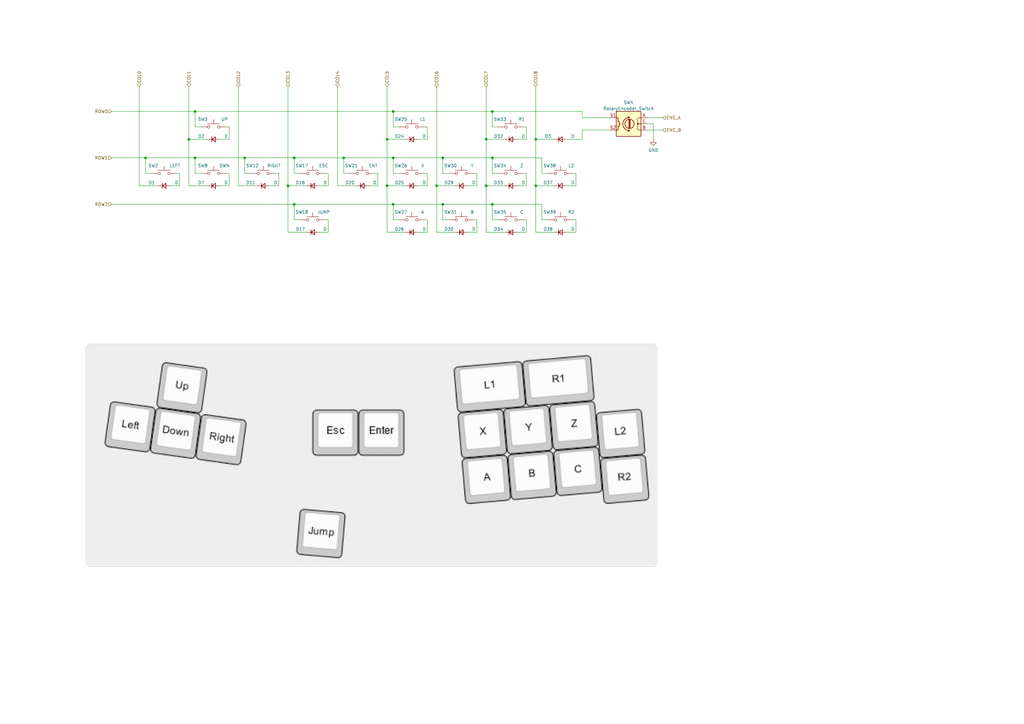
<source format=kicad_sch>
(kicad_sch (version 20211123) (generator eeschema)

  (uuid ba900c64-d76c-46b3-830f-b5b920ca5f74)

  (paper "A3")

  (title_block
    (title "64KEY")
    (date "2022-08-21")
    (rev "A")
  )

  (lib_symbols
    (symbol "Device:D_Small" (pin_numbers hide) (pin_names (offset 0.254) hide) (in_bom yes) (on_board yes)
      (property "Reference" "D" (id 0) (at -1.27 2.032 0)
        (effects (font (size 1.27 1.27)) (justify left))
      )
      (property "Value" "D_Small" (id 1) (at -3.81 -2.032 0)
        (effects (font (size 1.27 1.27)) (justify left))
      )
      (property "Footprint" "" (id 2) (at 0 0 90)
        (effects (font (size 1.27 1.27)) hide)
      )
      (property "Datasheet" "~" (id 3) (at 0 0 90)
        (effects (font (size 1.27 1.27)) hide)
      )
      (property "ki_keywords" "diode" (id 4) (at 0 0 0)
        (effects (font (size 1.27 1.27)) hide)
      )
      (property "ki_description" "Diode, small symbol" (id 5) (at 0 0 0)
        (effects (font (size 1.27 1.27)) hide)
      )
      (property "ki_fp_filters" "TO-???* *_Diode_* *SingleDiode* D_*" (id 6) (at 0 0 0)
        (effects (font (size 1.27 1.27)) hide)
      )
      (symbol "D_Small_0_1"
        (polyline
          (pts
            (xy -0.762 -1.016)
            (xy -0.762 1.016)
          )
          (stroke (width 0.254) (type default) (color 0 0 0 0))
          (fill (type none))
        )
        (polyline
          (pts
            (xy -0.762 0)
            (xy 0.762 0)
          )
          (stroke (width 0) (type default) (color 0 0 0 0))
          (fill (type none))
        )
        (polyline
          (pts
            (xy 0.762 -1.016)
            (xy -0.762 0)
            (xy 0.762 1.016)
            (xy 0.762 -1.016)
          )
          (stroke (width 0.254) (type default) (color 0 0 0 0))
          (fill (type none))
        )
      )
      (symbol "D_Small_1_1"
        (pin passive line (at -2.54 0 0) (length 1.778)
          (name "K" (effects (font (size 1.27 1.27))))
          (number "1" (effects (font (size 1.27 1.27))))
        )
        (pin passive line (at 2.54 0 180) (length 1.778)
          (name "A" (effects (font (size 1.27 1.27))))
          (number "2" (effects (font (size 1.27 1.27))))
        )
      )
    )
    (symbol "Device:RotaryEncoder_Switch" (pin_names (offset 0.254) hide) (in_bom yes) (on_board yes)
      (property "Reference" "SW" (id 0) (at 0 6.604 0)
        (effects (font (size 1.27 1.27)))
      )
      (property "Value" "RotaryEncoder_Switch" (id 1) (at 0 -6.604 0)
        (effects (font (size 1.27 1.27)))
      )
      (property "Footprint" "" (id 2) (at -3.81 4.064 0)
        (effects (font (size 1.27 1.27)) hide)
      )
      (property "Datasheet" "~" (id 3) (at 0 6.604 0)
        (effects (font (size 1.27 1.27)) hide)
      )
      (property "ki_keywords" "rotary switch encoder switch push button" (id 4) (at 0 0 0)
        (effects (font (size 1.27 1.27)) hide)
      )
      (property "ki_description" "Rotary encoder, dual channel, incremental quadrate outputs, with switch" (id 5) (at 0 0 0)
        (effects (font (size 1.27 1.27)) hide)
      )
      (property "ki_fp_filters" "RotaryEncoder*Switch*" (id 6) (at 0 0 0)
        (effects (font (size 1.27 1.27)) hide)
      )
      (symbol "RotaryEncoder_Switch_0_1"
        (rectangle (start -5.08 5.08) (end 5.08 -5.08)
          (stroke (width 0.254) (type default) (color 0 0 0 0))
          (fill (type background))
        )
        (circle (center -3.81 0) (radius 0.254)
          (stroke (width 0) (type default) (color 0 0 0 0))
          (fill (type outline))
        )
        (arc (start -0.381 -2.794) (mid 2.3622 -0.0508) (end -0.381 2.667)
          (stroke (width 0.254) (type default) (color 0 0 0 0))
          (fill (type none))
        )
        (circle (center -0.381 0) (radius 1.905)
          (stroke (width 0.254) (type default) (color 0 0 0 0))
          (fill (type none))
        )
        (polyline
          (pts
            (xy -0.635 -1.778)
            (xy -0.635 1.778)
          )
          (stroke (width 0.254) (type default) (color 0 0 0 0))
          (fill (type none))
        )
        (polyline
          (pts
            (xy -0.381 -1.778)
            (xy -0.381 1.778)
          )
          (stroke (width 0.254) (type default) (color 0 0 0 0))
          (fill (type none))
        )
        (polyline
          (pts
            (xy -0.127 1.778)
            (xy -0.127 -1.778)
          )
          (stroke (width 0.254) (type default) (color 0 0 0 0))
          (fill (type none))
        )
        (polyline
          (pts
            (xy 3.81 0)
            (xy 3.429 0)
          )
          (stroke (width 0.254) (type default) (color 0 0 0 0))
          (fill (type none))
        )
        (polyline
          (pts
            (xy 3.81 1.016)
            (xy 3.81 -1.016)
          )
          (stroke (width 0.254) (type default) (color 0 0 0 0))
          (fill (type none))
        )
        (polyline
          (pts
            (xy -5.08 -2.54)
            (xy -3.81 -2.54)
            (xy -3.81 -2.032)
          )
          (stroke (width 0) (type default) (color 0 0 0 0))
          (fill (type none))
        )
        (polyline
          (pts
            (xy -5.08 2.54)
            (xy -3.81 2.54)
            (xy -3.81 2.032)
          )
          (stroke (width 0) (type default) (color 0 0 0 0))
          (fill (type none))
        )
        (polyline
          (pts
            (xy 0.254 -3.048)
            (xy -0.508 -2.794)
            (xy 0.127 -2.413)
          )
          (stroke (width 0.254) (type default) (color 0 0 0 0))
          (fill (type none))
        )
        (polyline
          (pts
            (xy 0.254 2.921)
            (xy -0.508 2.667)
            (xy 0.127 2.286)
          )
          (stroke (width 0.254) (type default) (color 0 0 0 0))
          (fill (type none))
        )
        (polyline
          (pts
            (xy 5.08 -2.54)
            (xy 4.318 -2.54)
            (xy 4.318 -1.016)
          )
          (stroke (width 0.254) (type default) (color 0 0 0 0))
          (fill (type none))
        )
        (polyline
          (pts
            (xy 5.08 2.54)
            (xy 4.318 2.54)
            (xy 4.318 1.016)
          )
          (stroke (width 0.254) (type default) (color 0 0 0 0))
          (fill (type none))
        )
        (polyline
          (pts
            (xy -5.08 0)
            (xy -3.81 0)
            (xy -3.81 -1.016)
            (xy -3.302 -2.032)
          )
          (stroke (width 0) (type default) (color 0 0 0 0))
          (fill (type none))
        )
        (polyline
          (pts
            (xy -4.318 0)
            (xy -3.81 0)
            (xy -3.81 1.016)
            (xy -3.302 2.032)
          )
          (stroke (width 0) (type default) (color 0 0 0 0))
          (fill (type none))
        )
        (circle (center 4.318 -1.016) (radius 0.127)
          (stroke (width 0.254) (type default) (color 0 0 0 0))
          (fill (type none))
        )
        (circle (center 4.318 1.016) (radius 0.127)
          (stroke (width 0.254) (type default) (color 0 0 0 0))
          (fill (type none))
        )
      )
      (symbol "RotaryEncoder_Switch_1_1"
        (pin passive line (at -7.62 2.54 0) (length 2.54)
          (name "A" (effects (font (size 1.27 1.27))))
          (number "A" (effects (font (size 1.27 1.27))))
        )
        (pin passive line (at -7.62 -2.54 0) (length 2.54)
          (name "B" (effects (font (size 1.27 1.27))))
          (number "B" (effects (font (size 1.27 1.27))))
        )
        (pin passive line (at -7.62 0 0) (length 2.54)
          (name "C" (effects (font (size 1.27 1.27))))
          (number "C" (effects (font (size 1.27 1.27))))
        )
        (pin passive line (at 7.62 2.54 180) (length 2.54)
          (name "S1" (effects (font (size 1.27 1.27))))
          (number "S1" (effects (font (size 1.27 1.27))))
        )
        (pin passive line (at 7.62 -2.54 180) (length 2.54)
          (name "S2" (effects (font (size 1.27 1.27))))
          (number "S2" (effects (font (size 1.27 1.27))))
        )
      )
    )
    (symbol "Switch:SW_Push" (pin_numbers hide) (pin_names (offset 1.016) hide) (in_bom yes) (on_board yes)
      (property "Reference" "SW" (id 0) (at 1.27 2.54 0)
        (effects (font (size 1.27 1.27)) (justify left))
      )
      (property "Value" "SW_Push" (id 1) (at 0 -1.524 0)
        (effects (font (size 1.27 1.27)))
      )
      (property "Footprint" "" (id 2) (at 0 5.08 0)
        (effects (font (size 1.27 1.27)) hide)
      )
      (property "Datasheet" "~" (id 3) (at 0 5.08 0)
        (effects (font (size 1.27 1.27)) hide)
      )
      (property "ki_keywords" "switch normally-open pushbutton push-button" (id 4) (at 0 0 0)
        (effects (font (size 1.27 1.27)) hide)
      )
      (property "ki_description" "Push button switch, generic, two pins" (id 5) (at 0 0 0)
        (effects (font (size 1.27 1.27)) hide)
      )
      (symbol "SW_Push_0_1"
        (circle (center -2.032 0) (radius 0.508)
          (stroke (width 0) (type default) (color 0 0 0 0))
          (fill (type none))
        )
        (polyline
          (pts
            (xy 0 1.27)
            (xy 0 3.048)
          )
          (stroke (width 0) (type default) (color 0 0 0 0))
          (fill (type none))
        )
        (polyline
          (pts
            (xy 2.54 1.27)
            (xy -2.54 1.27)
          )
          (stroke (width 0) (type default) (color 0 0 0 0))
          (fill (type none))
        )
        (circle (center 2.032 0) (radius 0.508)
          (stroke (width 0) (type default) (color 0 0 0 0))
          (fill (type none))
        )
        (pin passive line (at -5.08 0 0) (length 2.54)
          (name "1" (effects (font (size 1.27 1.27))))
          (number "1" (effects (font (size 1.27 1.27))))
        )
        (pin passive line (at 5.08 0 180) (length 2.54)
          (name "2" (effects (font (size 1.27 1.27))))
          (number "2" (effects (font (size 1.27 1.27))))
        )
      )
    )
    (symbol "power:GND" (power) (pin_names (offset 0)) (in_bom yes) (on_board yes)
      (property "Reference" "#PWR" (id 0) (at 0 -6.35 0)
        (effects (font (size 1.27 1.27)) hide)
      )
      (property "Value" "GND" (id 1) (at 0 -3.81 0)
        (effects (font (size 1.27 1.27)))
      )
      (property "Footprint" "" (id 2) (at 0 0 0)
        (effects (font (size 1.27 1.27)) hide)
      )
      (property "Datasheet" "" (id 3) (at 0 0 0)
        (effects (font (size 1.27 1.27)) hide)
      )
      (property "ki_keywords" "power-flag" (id 4) (at 0 0 0)
        (effects (font (size 1.27 1.27)) hide)
      )
      (property "ki_description" "Power symbol creates a global label with name \"GND\" , ground" (id 5) (at 0 0 0)
        (effects (font (size 1.27 1.27)) hide)
      )
      (symbol "GND_0_1"
        (polyline
          (pts
            (xy 0 0)
            (xy 0 -1.27)
            (xy 1.27 -1.27)
            (xy 0 -2.54)
            (xy -1.27 -1.27)
            (xy 0 -1.27)
          )
          (stroke (width 0) (type default) (color 0 0 0 0))
          (fill (type none))
        )
      )
      (symbol "GND_1_1"
        (pin power_in line (at 0 0 270) (length 0) hide
          (name "GND" (effects (font (size 1.27 1.27))))
          (number "1" (effects (font (size 1.27 1.27))))
        )
      )
    )
  )

  (junction (at 158.75 57.15) (diameter 0) (color 0 0 0 0)
    (uuid 114eafd6-a58a-4b75-b69b-5378c5129946)
  )
  (junction (at 201.93 83.82) (diameter 0) (color 0 0 0 0)
    (uuid 13934ec5-28e7-478d-83d3-d41a2726b5f9)
  )
  (junction (at 80.01 45.72) (diameter 0) (color 0 0 0 0)
    (uuid 1537b68c-a268-4a3f-be62-4e8e3e4ed025)
  )
  (junction (at 161.29 83.82) (diameter 0) (color 0 0 0 0)
    (uuid 27787885-a7f6-4c8b-a06a-c8820556740d)
  )
  (junction (at 100.33 64.77) (diameter 0) (color 0 0 0 0)
    (uuid 393caead-0115-4fa6-83fa-142f136b8539)
  )
  (junction (at 120.65 83.82) (diameter 0) (color 0 0 0 0)
    (uuid 4356873c-4eb9-45fd-9207-a5439d4455d4)
  )
  (junction (at 199.39 76.2) (diameter 0) (color 0 0 0 0)
    (uuid 49303fb6-fe8d-4be4-8097-a14effbe98ba)
  )
  (junction (at 201.93 64.77) (diameter 0) (color 0 0 0 0)
    (uuid 550752ec-f6d8-4f5a-bbbb-f23c801b5d54)
  )
  (junction (at 219.71 76.2) (diameter 0) (color 0 0 0 0)
    (uuid 56aa644d-101f-48e0-88d4-728ad612322b)
  )
  (junction (at 201.93 45.72) (diameter 0) (color 0 0 0 0)
    (uuid 6c42604f-5665-4286-a228-4b15c971e3c5)
  )
  (junction (at 161.29 64.77) (diameter 0) (color 0 0 0 0)
    (uuid 7c07995b-fa92-45e3-9d64-264640aaeec8)
  )
  (junction (at 120.65 64.77) (diameter 0) (color 0 0 0 0)
    (uuid 7e9c80e0-5996-487b-8588-e3290a2a8274)
  )
  (junction (at 161.29 45.72) (diameter 0) (color 0 0 0 0)
    (uuid 8501b01e-e878-489a-9821-c4b33bd6f6cf)
  )
  (junction (at 199.39 57.15) (diameter 0) (color 0 0 0 0)
    (uuid a000c60b-dc15-4780-974f-f8a15a764991)
  )
  (junction (at 118.11 76.2) (diameter 0) (color 0 0 0 0)
    (uuid a4ed0955-bbf4-44f8-b616-be45efec2966)
  )
  (junction (at 181.61 64.77) (diameter 0) (color 0 0 0 0)
    (uuid a66def3c-c71d-4d16-8f28-08d8471294b1)
  )
  (junction (at 181.61 83.82) (diameter 0) (color 0 0 0 0)
    (uuid abd4606a-846e-44e8-ad76-e6bedf2f6719)
  )
  (junction (at 140.97 64.77) (diameter 0) (color 0 0 0 0)
    (uuid ad4ca79c-0c01-4d1d-9bfa-e08e67a10e3a)
  )
  (junction (at 158.75 76.2) (diameter 0) (color 0 0 0 0)
    (uuid aefbd323-229f-4255-ae3e-9563b952bc2a)
  )
  (junction (at 219.71 57.15) (diameter 0) (color 0 0 0 0)
    (uuid cebc4f06-63e5-4b85-a932-e7cb516aece0)
  )
  (junction (at 80.01 64.77) (diameter 0) (color 0 0 0 0)
    (uuid e2f18064-74dc-4499-8893-96d5075cf655)
  )
  (junction (at 179.07 76.2) (diameter 0) (color 0 0 0 0)
    (uuid ebb6c7f0-dd1e-4f67-8ede-9360bdcec8db)
  )
  (junction (at 59.69 64.77) (diameter 0) (color 0 0 0 0)
    (uuid f42757fa-ded2-469a-8f03-8baff8a2dfb6)
  )
  (junction (at 77.47 57.15) (diameter 0) (color 0 0 0 0)
    (uuid fd07ff14-9795-422a-94bf-9ab93248b647)
  )

  (wire (pts (xy 173.99 71.12) (xy 175.26 71.12))
    (stroke (width 0) (type default) (color 0 0 0 0))
    (uuid 01577e15-d25c-485a-8f61-32094daac14e)
  )
  (wire (pts (xy 199.39 57.15) (xy 199.39 76.2))
    (stroke (width 0) (type default) (color 0 0 0 0))
    (uuid 03dd05a9-4d8c-4b41-adfa-1c54411061ad)
  )
  (wire (pts (xy 201.93 71.12) (xy 201.93 64.77))
    (stroke (width 0) (type default) (color 0 0 0 0))
    (uuid 055e253f-4ebd-4ff4-900f-6f835a52be52)
  )
  (wire (pts (xy 175.26 76.2) (xy 171.45 76.2))
    (stroke (width 0) (type default) (color 0 0 0 0))
    (uuid 0616fb9e-2e4d-44b2-912c-73660f7ad15e)
  )
  (wire (pts (xy 227.33 95.25) (xy 219.71 95.25))
    (stroke (width 0) (type default) (color 0 0 0 0))
    (uuid 065c667b-aebc-49b6-a32a-0ff7ac3ddb64)
  )
  (wire (pts (xy 265.43 50.8) (xy 267.97 50.8))
    (stroke (width 0) (type default) (color 0 0 0 0))
    (uuid 07eb200c-2467-4f6c-a75f-61b34d35ed76)
  )
  (wire (pts (xy 82.55 52.07) (xy 80.01 52.07))
    (stroke (width 0) (type default) (color 0 0 0 0))
    (uuid 08e4ba28-aeee-4c1a-91c4-945f27777c30)
  )
  (wire (pts (xy 153.67 71.12) (xy 154.94 71.12))
    (stroke (width 0) (type default) (color 0 0 0 0))
    (uuid 0a0be59b-1e4f-46cf-a309-900c29338d99)
  )
  (wire (pts (xy 214.63 71.12) (xy 215.9 71.12))
    (stroke (width 0) (type default) (color 0 0 0 0))
    (uuid 0bb16bf6-57ff-4cd9-a5dc-a866c247e5ef)
  )
  (wire (pts (xy 175.26 52.07) (xy 175.26 57.15))
    (stroke (width 0) (type default) (color 0 0 0 0))
    (uuid 0cd5c6a5-a331-4436-b508-4a2d4fa1c6a1)
  )
  (wire (pts (xy 166.37 57.15) (xy 158.75 57.15))
    (stroke (width 0) (type default) (color 0 0 0 0))
    (uuid 0dff442d-0fcb-4286-8169-85b2c39e2a9a)
  )
  (wire (pts (xy 125.73 95.25) (xy 118.11 95.25))
    (stroke (width 0) (type default) (color 0 0 0 0))
    (uuid 0f918e9f-1321-472a-9b50-52ca8a994f00)
  )
  (wire (pts (xy 201.93 64.77) (xy 222.25 64.77))
    (stroke (width 0) (type default) (color 0 0 0 0))
    (uuid 0f932f1e-a41a-4267-9974-9fc46bb26ec7)
  )
  (wire (pts (xy 73.66 71.12) (xy 73.66 76.2))
    (stroke (width 0) (type default) (color 0 0 0 0))
    (uuid 11319de6-a2c1-4717-aa14-140d11fbff02)
  )
  (wire (pts (xy 85.09 57.15) (xy 77.47 57.15))
    (stroke (width 0) (type default) (color 0 0 0 0))
    (uuid 11cf44bc-7414-45d9-a022-592dd5b9e2b3)
  )
  (wire (pts (xy 181.61 64.77) (xy 201.93 64.77))
    (stroke (width 0) (type default) (color 0 0 0 0))
    (uuid 13684485-2d66-4373-b3b3-0aa6a4390058)
  )
  (wire (pts (xy 179.07 35.56) (xy 179.07 76.2))
    (stroke (width 0) (type default) (color 0 0 0 0))
    (uuid 14640b26-2f0a-4744-925e-9c6138883cd3)
  )
  (wire (pts (xy 45.72 83.82) (xy 120.65 83.82))
    (stroke (width 0) (type default) (color 0 0 0 0))
    (uuid 15714718-a6a7-4928-ac78-31308bf099b0)
  )
  (wire (pts (xy 236.22 71.12) (xy 236.22 76.2))
    (stroke (width 0) (type default) (color 0 0 0 0))
    (uuid 15d0fe64-0012-48e7-a147-6022eca5529c)
  )
  (wire (pts (xy 143.51 71.12) (xy 140.97 71.12))
    (stroke (width 0) (type default) (color 0 0 0 0))
    (uuid 165dc602-d434-405d-9c56-1626feb8f34f)
  )
  (wire (pts (xy 238.76 53.34) (xy 238.76 57.15))
    (stroke (width 0) (type default) (color 0 0 0 0))
    (uuid 179c47f7-8410-485f-af25-420dd91cbd82)
  )
  (wire (pts (xy 195.58 95.25) (xy 191.77 95.25))
    (stroke (width 0) (type default) (color 0 0 0 0))
    (uuid 18c7cb87-da21-447f-8af9-6c270a9ba3eb)
  )
  (wire (pts (xy 201.93 45.72) (xy 238.76 45.72))
    (stroke (width 0) (type default) (color 0 0 0 0))
    (uuid 19e9d0c9-1496-43cb-b793-bfb7b8f3bb55)
  )
  (wire (pts (xy 161.29 64.77) (xy 181.61 64.77))
    (stroke (width 0) (type default) (color 0 0 0 0))
    (uuid 1b3e4cf5-dfa2-4de9-87d1-6046783ae23f)
  )
  (wire (pts (xy 93.98 57.15) (xy 90.17 57.15))
    (stroke (width 0) (type default) (color 0 0 0 0))
    (uuid 1ce7b396-9c16-4b4d-a390-5b4a8207d4e3)
  )
  (wire (pts (xy 120.65 71.12) (xy 120.65 64.77))
    (stroke (width 0) (type default) (color 0 0 0 0))
    (uuid 1eef6a8f-e7f6-4764-9d01-93f127962c9a)
  )
  (wire (pts (xy 134.62 95.25) (xy 130.81 95.25))
    (stroke (width 0) (type default) (color 0 0 0 0))
    (uuid 241a7086-953a-48be-853c-10f6f0d7f73e)
  )
  (wire (pts (xy 158.75 76.2) (xy 158.75 95.25))
    (stroke (width 0) (type default) (color 0 0 0 0))
    (uuid 24790fdd-0cab-4a79-9b07-9c0080d0e58c)
  )
  (wire (pts (xy 102.87 71.12) (xy 100.33 71.12))
    (stroke (width 0) (type default) (color 0 0 0 0))
    (uuid 2593f95b-1d05-4251-864f-41cdd06ba218)
  )
  (wire (pts (xy 166.37 95.25) (xy 158.75 95.25))
    (stroke (width 0) (type default) (color 0 0 0 0))
    (uuid 2ac1158b-5bfd-4ef7-a55d-2520fdeb1061)
  )
  (wire (pts (xy 93.98 76.2) (xy 90.17 76.2))
    (stroke (width 0) (type default) (color 0 0 0 0))
    (uuid 2acbe249-2307-4df9-a640-ec65fed4530a)
  )
  (wire (pts (xy 215.9 90.17) (xy 215.9 95.25))
    (stroke (width 0) (type default) (color 0 0 0 0))
    (uuid 2dc3bee5-5dc0-4c54-9a06-621a691ee04a)
  )
  (wire (pts (xy 227.33 76.2) (xy 219.71 76.2))
    (stroke (width 0) (type default) (color 0 0 0 0))
    (uuid 2e12ea52-1e4e-4fca-8868-04230a8235ad)
  )
  (wire (pts (xy 161.29 52.07) (xy 161.29 45.72))
    (stroke (width 0) (type default) (color 0 0 0 0))
    (uuid 32b9ee5b-fc71-4573-bad2-9b42e487f1ad)
  )
  (wire (pts (xy 201.93 83.82) (xy 181.61 83.82))
    (stroke (width 0) (type default) (color 0 0 0 0))
    (uuid 3522c11c-24cf-40bf-81a4-a6eb473d016c)
  )
  (wire (pts (xy 224.79 71.12) (xy 222.25 71.12))
    (stroke (width 0) (type default) (color 0 0 0 0))
    (uuid 3ab64262-afd0-48b1-baa3-c63625ae5eb2)
  )
  (wire (pts (xy 158.75 35.56) (xy 158.75 57.15))
    (stroke (width 0) (type default) (color 0 0 0 0))
    (uuid 3ac6881e-62a5-40b0-bdf0-739c1b6c123f)
  )
  (wire (pts (xy 186.69 95.25) (xy 179.07 95.25))
    (stroke (width 0) (type default) (color 0 0 0 0))
    (uuid 411eb2db-b635-4902-9e29-e208da8ecf8e)
  )
  (wire (pts (xy 80.01 64.77) (xy 100.33 64.77))
    (stroke (width 0) (type default) (color 0 0 0 0))
    (uuid 44b4e073-fe52-4176-be3c-4264edb99a71)
  )
  (wire (pts (xy 236.22 95.25) (xy 232.41 95.25))
    (stroke (width 0) (type default) (color 0 0 0 0))
    (uuid 47962b6f-faf7-481d-95ab-f70f3a9a0548)
  )
  (wire (pts (xy 140.97 71.12) (xy 140.97 64.77))
    (stroke (width 0) (type default) (color 0 0 0 0))
    (uuid 4d141d10-2f21-43ff-9892-19f36781e0d9)
  )
  (wire (pts (xy 265.43 53.34) (xy 271.78 53.34))
    (stroke (width 0) (type default) (color 0 0 0 0))
    (uuid 4da4df88-8464-4bbc-8252-3f55827fc582)
  )
  (wire (pts (xy 64.77 76.2) (xy 57.15 76.2))
    (stroke (width 0) (type default) (color 0 0 0 0))
    (uuid 50bff073-e622-4574-911a-239d593e78a8)
  )
  (wire (pts (xy 222.25 90.17) (xy 222.25 83.82))
    (stroke (width 0) (type default) (color 0 0 0 0))
    (uuid 53b19f24-94dd-46cc-99d9-415f3911662e)
  )
  (wire (pts (xy 267.97 50.8) (xy 267.97 57.15))
    (stroke (width 0) (type default) (color 0 0 0 0))
    (uuid 553abc35-9736-4a95-b953-e80560174d22)
  )
  (wire (pts (xy 215.9 57.15) (xy 212.09 57.15))
    (stroke (width 0) (type default) (color 0 0 0 0))
    (uuid 5612de63-8040-4cce-b0e1-ffd890d6ead7)
  )
  (wire (pts (xy 184.15 71.12) (xy 181.61 71.12))
    (stroke (width 0) (type default) (color 0 0 0 0))
    (uuid 57a8a9c9-b9b1-452d-bc29-e140f37907cf)
  )
  (wire (pts (xy 219.71 95.25) (xy 219.71 76.2))
    (stroke (width 0) (type default) (color 0 0 0 0))
    (uuid 586e8879-48c4-4ef0-9143-07ad1b82b9cd)
  )
  (wire (pts (xy 250.19 53.34) (xy 238.76 53.34))
    (stroke (width 0) (type default) (color 0 0 0 0))
    (uuid 59d7492e-1519-4177-b527-2731284595b7)
  )
  (wire (pts (xy 181.61 90.17) (xy 181.61 83.82))
    (stroke (width 0) (type default) (color 0 0 0 0))
    (uuid 5a46d959-e443-4476-8428-d07ad8bddccc)
  )
  (wire (pts (xy 175.26 57.15) (xy 171.45 57.15))
    (stroke (width 0) (type default) (color 0 0 0 0))
    (uuid 5eaa5f94-8462-470f-995e-15983cd302e1)
  )
  (wire (pts (xy 219.71 57.15) (xy 227.33 57.15))
    (stroke (width 0) (type default) (color 0 0 0 0))
    (uuid 60a348cd-4e89-40db-a9c7-b9096eb74146)
  )
  (wire (pts (xy 163.83 90.17) (xy 161.29 90.17))
    (stroke (width 0) (type default) (color 0 0 0 0))
    (uuid 62186d80-1591-4ff7-bdb2-15b0a125c09b)
  )
  (wire (pts (xy 57.15 35.56) (xy 57.15 76.2))
    (stroke (width 0) (type default) (color 0 0 0 0))
    (uuid 6242d12f-cba6-43a5-bb71-19d122c42173)
  )
  (wire (pts (xy 114.3 71.12) (xy 114.3 76.2))
    (stroke (width 0) (type default) (color 0 0 0 0))
    (uuid 6274733d-73ca-4e4d-8b98-170941be4c07)
  )
  (wire (pts (xy 120.65 64.77) (xy 140.97 64.77))
    (stroke (width 0) (type default) (color 0 0 0 0))
    (uuid 642348e2-c89a-4301-8e56-84074cedcb34)
  )
  (wire (pts (xy 158.75 57.15) (xy 158.75 76.2))
    (stroke (width 0) (type default) (color 0 0 0 0))
    (uuid 6655582d-7f7c-451b-854f-22a269dc9535)
  )
  (wire (pts (xy 140.97 64.77) (xy 161.29 64.77))
    (stroke (width 0) (type default) (color 0 0 0 0))
    (uuid 66e534a5-9f56-40c1-b8de-1023fdda7e1f)
  )
  (wire (pts (xy 224.79 90.17) (xy 222.25 90.17))
    (stroke (width 0) (type default) (color 0 0 0 0))
    (uuid 6afb2b45-653a-4584-bec9-9f18c005d5a6)
  )
  (wire (pts (xy 125.73 76.2) (xy 118.11 76.2))
    (stroke (width 0) (type default) (color 0 0 0 0))
    (uuid 6bdd41d4-07a5-4a86-b17c-1fb8926641ef)
  )
  (wire (pts (xy 207.01 57.15) (xy 199.39 57.15))
    (stroke (width 0) (type default) (color 0 0 0 0))
    (uuid 72762f3a-98d8-4e41-9bb2-af636511c1e4)
  )
  (wire (pts (xy 134.62 71.12) (xy 134.62 76.2))
    (stroke (width 0) (type default) (color 0 0 0 0))
    (uuid 742278c0-1dec-4071-9c86-a064b0f296bb)
  )
  (wire (pts (xy 72.39 71.12) (xy 73.66 71.12))
    (stroke (width 0) (type default) (color 0 0 0 0))
    (uuid 74c9308e-1cd8-49ad-8742-72bb6c696ce4)
  )
  (wire (pts (xy 179.07 95.25) (xy 179.07 76.2))
    (stroke (width 0) (type default) (color 0 0 0 0))
    (uuid 766446fd-6680-42f5-a3a2-755ee55f1494)
  )
  (wire (pts (xy 85.09 76.2) (xy 77.47 76.2))
    (stroke (width 0) (type default) (color 0 0 0 0))
    (uuid 76ae4361-f203-47b5-b66d-a68c48df5f4e)
  )
  (wire (pts (xy 181.61 83.82) (xy 161.29 83.82))
    (stroke (width 0) (type default) (color 0 0 0 0))
    (uuid 777b3df0-1083-4818-b7c7-9ee74d34c395)
  )
  (wire (pts (xy 92.71 71.12) (xy 93.98 71.12))
    (stroke (width 0) (type default) (color 0 0 0 0))
    (uuid 7c1c6f4e-83d1-4818-9134-a124343d1978)
  )
  (wire (pts (xy 82.55 71.12) (xy 80.01 71.12))
    (stroke (width 0) (type default) (color 0 0 0 0))
    (uuid 7ea0f619-29b4-4c60-8a17-cbda4817658e)
  )
  (wire (pts (xy 207.01 76.2) (xy 199.39 76.2))
    (stroke (width 0) (type default) (color 0 0 0 0))
    (uuid 7f07f027-427e-40ef-ba27-e7e6f778d6f4)
  )
  (wire (pts (xy 265.43 48.26) (xy 271.78 48.26))
    (stroke (width 0) (type default) (color 0 0 0 0))
    (uuid 7f0a2897-5772-4b60-8ea6-860dcbdb0cae)
  )
  (wire (pts (xy 118.11 95.25) (xy 118.11 76.2))
    (stroke (width 0) (type default) (color 0 0 0 0))
    (uuid 7fc4b26c-ece3-4329-bbfd-5f2ab77c5e54)
  )
  (wire (pts (xy 238.76 45.72) (xy 238.76 48.26))
    (stroke (width 0) (type default) (color 0 0 0 0))
    (uuid 80234808-5eee-44b4-b271-6ccdaf039260)
  )
  (wire (pts (xy 199.39 35.56) (xy 199.39 57.15))
    (stroke (width 0) (type default) (color 0 0 0 0))
    (uuid 81d3072f-da6c-473f-b3e9-7a7767844b42)
  )
  (wire (pts (xy 204.47 90.17) (xy 201.93 90.17))
    (stroke (width 0) (type default) (color 0 0 0 0))
    (uuid 86d3470c-f285-495a-b27d-4524d5dff592)
  )
  (wire (pts (xy 173.99 90.17) (xy 175.26 90.17))
    (stroke (width 0) (type default) (color 0 0 0 0))
    (uuid 8756aafa-9f0f-4e1b-b8de-659acc41dcf1)
  )
  (wire (pts (xy 238.76 57.15) (xy 232.41 57.15))
    (stroke (width 0) (type default) (color 0 0 0 0))
    (uuid 88009a47-e74a-46ac-87f5-a3a43dede104)
  )
  (wire (pts (xy 204.47 71.12) (xy 201.93 71.12))
    (stroke (width 0) (type default) (color 0 0 0 0))
    (uuid 881e7036-609c-41f0-8202-48ab32060107)
  )
  (wire (pts (xy 215.9 76.2) (xy 212.09 76.2))
    (stroke (width 0) (type default) (color 0 0 0 0))
    (uuid 88d31176-ed50-4f96-82d5-8bde8228dfbc)
  )
  (wire (pts (xy 214.63 52.07) (xy 215.9 52.07))
    (stroke (width 0) (type default) (color 0 0 0 0))
    (uuid 8b6dc7a9-d91b-43e6-a536-341075e5da75)
  )
  (wire (pts (xy 219.71 35.56) (xy 219.71 57.15))
    (stroke (width 0) (type default) (color 0 0 0 0))
    (uuid 8da3b777-2851-4eaa-adad-755a1fc9e8e5)
  )
  (wire (pts (xy 123.19 90.17) (xy 120.65 90.17))
    (stroke (width 0) (type default) (color 0 0 0 0))
    (uuid 8e97aa4b-afe1-432a-8aa5-f8c4b74814ee)
  )
  (wire (pts (xy 161.29 71.12) (xy 161.29 64.77))
    (stroke (width 0) (type default) (color 0 0 0 0))
    (uuid 8f94a2bf-7068-47ae-b690-9e5fc80e1ad5)
  )
  (wire (pts (xy 59.69 71.12) (xy 59.69 64.77))
    (stroke (width 0) (type default) (color 0 0 0 0))
    (uuid 91073e4f-cbbe-491a-bdbd-bba8794bae03)
  )
  (wire (pts (xy 234.95 90.17) (xy 236.22 90.17))
    (stroke (width 0) (type default) (color 0 0 0 0))
    (uuid 92c68e95-91b8-440b-b18c-6dde705bfc72)
  )
  (wire (pts (xy 238.76 48.26) (xy 250.19 48.26))
    (stroke (width 0) (type default) (color 0 0 0 0))
    (uuid 934065ce-b0b8-4b20-8b6d-8ff9ec5c8a8c)
  )
  (wire (pts (xy 194.31 71.12) (xy 195.58 71.12))
    (stroke (width 0) (type default) (color 0 0 0 0))
    (uuid 935d5e1f-938d-46ec-a98b-03dea618e614)
  )
  (wire (pts (xy 45.72 64.77) (xy 59.69 64.77))
    (stroke (width 0) (type default) (color 0 0 0 0))
    (uuid 95aabaf4-0c51-4710-a7af-f76eb42d3fe1)
  )
  (wire (pts (xy 175.26 90.17) (xy 175.26 95.25))
    (stroke (width 0) (type default) (color 0 0 0 0))
    (uuid 96105d55-b2a1-4303-9bf9-4c550ab0508a)
  )
  (wire (pts (xy 154.94 71.12) (xy 154.94 76.2))
    (stroke (width 0) (type default) (color 0 0 0 0))
    (uuid 968aceb8-c192-4b71-859e-6c57538bbbad)
  )
  (wire (pts (xy 93.98 52.07) (xy 93.98 57.15))
    (stroke (width 0) (type default) (color 0 0 0 0))
    (uuid 990f7444-ada6-4154-b897-173dc6f80db9)
  )
  (wire (pts (xy 138.43 35.56) (xy 138.43 76.2))
    (stroke (width 0) (type default) (color 0 0 0 0))
    (uuid 9c2b8b73-0796-4454-a7b9-7d0ba7267a27)
  )
  (wire (pts (xy 80.01 52.07) (xy 80.01 45.72))
    (stroke (width 0) (type default) (color 0 0 0 0))
    (uuid 9f1c4362-a729-4c95-8f3c-e084f6caa02c)
  )
  (wire (pts (xy 222.25 83.82) (xy 201.93 83.82))
    (stroke (width 0) (type default) (color 0 0 0 0))
    (uuid a16fbdf0-1e50-4679-ab66-49c1cc07fd6b)
  )
  (wire (pts (xy 100.33 71.12) (xy 100.33 64.77))
    (stroke (width 0) (type default) (color 0 0 0 0))
    (uuid a64711cd-ea9e-43ac-a614-305a4520fc92)
  )
  (wire (pts (xy 222.25 71.12) (xy 222.25 64.77))
    (stroke (width 0) (type default) (color 0 0 0 0))
    (uuid a778abbd-c5e5-4251-9817-e544fa3d7f37)
  )
  (wire (pts (xy 114.3 76.2) (xy 110.49 76.2))
    (stroke (width 0) (type default) (color 0 0 0 0))
    (uuid a780f410-15bb-45c3-8939-61417eba1979)
  )
  (wire (pts (xy 207.01 95.25) (xy 199.39 95.25))
    (stroke (width 0) (type default) (color 0 0 0 0))
    (uuid a8a87735-dedc-42e6-9b3f-854c6d550a9b)
  )
  (wire (pts (xy 195.58 71.12) (xy 195.58 76.2))
    (stroke (width 0) (type default) (color 0 0 0 0))
    (uuid a94574c8-e79e-4473-8bd2-f7f8910fdf54)
  )
  (wire (pts (xy 100.33 64.77) (xy 120.65 64.77))
    (stroke (width 0) (type default) (color 0 0 0 0))
    (uuid aa049a88-b3bf-4bd9-a0d8-3d1165f3c3d6)
  )
  (wire (pts (xy 201.93 52.07) (xy 201.93 45.72))
    (stroke (width 0) (type default) (color 0 0 0 0))
    (uuid aa2381d0-ea53-40f4-a6d2-b293189c5c40)
  )
  (wire (pts (xy 199.39 76.2) (xy 199.39 95.25))
    (stroke (width 0) (type default) (color 0 0 0 0))
    (uuid aaeaa512-266c-4242-9191-dd5b61e0ba81)
  )
  (wire (pts (xy 195.58 90.17) (xy 195.58 95.25))
    (stroke (width 0) (type default) (color 0 0 0 0))
    (uuid ab3a2c2f-5d77-4288-9498-234cf61deb69)
  )
  (wire (pts (xy 204.47 52.07) (xy 201.93 52.07))
    (stroke (width 0) (type default) (color 0 0 0 0))
    (uuid ad557678-8b5d-4b33-acd6-6842a6a9b27d)
  )
  (wire (pts (xy 173.99 52.07) (xy 175.26 52.07))
    (stroke (width 0) (type default) (color 0 0 0 0))
    (uuid aeebbab5-0560-4133-8715-7c0439b56760)
  )
  (wire (pts (xy 186.69 76.2) (xy 179.07 76.2))
    (stroke (width 0) (type default) (color 0 0 0 0))
    (uuid b04d9c4b-6b89-411c-996b-661acb0f0c99)
  )
  (wire (pts (xy 175.26 71.12) (xy 175.26 76.2))
    (stroke (width 0) (type default) (color 0 0 0 0))
    (uuid b1d84365-1d81-4ab5-8da0-17c7448b7159)
  )
  (wire (pts (xy 134.62 76.2) (xy 130.81 76.2))
    (stroke (width 0) (type default) (color 0 0 0 0))
    (uuid b347adf5-53d4-42c0-a2b3-ad7e55c12570)
  )
  (wire (pts (xy 215.9 71.12) (xy 215.9 76.2))
    (stroke (width 0) (type default) (color 0 0 0 0))
    (uuid b455b3f5-bc73-4cf4-9b63-1e4000890336)
  )
  (wire (pts (xy 62.23 71.12) (xy 59.69 71.12))
    (stroke (width 0) (type default) (color 0 0 0 0))
    (uuid b4fee2b5-9786-48af-9fbc-0568fede1ffc)
  )
  (wire (pts (xy 146.05 76.2) (xy 138.43 76.2))
    (stroke (width 0) (type default) (color 0 0 0 0))
    (uuid bd3dfc48-a724-4a62-9b05-48c81d1f3774)
  )
  (wire (pts (xy 201.93 90.17) (xy 201.93 83.82))
    (stroke (width 0) (type default) (color 0 0 0 0))
    (uuid bd98b03b-a22a-4349-aeb4-38a8b96d5e7f)
  )
  (wire (pts (xy 77.47 35.56) (xy 77.47 57.15))
    (stroke (width 0) (type default) (color 0 0 0 0))
    (uuid c270b538-1180-47ba-80b8-104618788ae1)
  )
  (wire (pts (xy 175.26 95.25) (xy 171.45 95.25))
    (stroke (width 0) (type default) (color 0 0 0 0))
    (uuid c2c33265-0072-40f7-9af2-abc1241b5c73)
  )
  (wire (pts (xy 215.9 52.07) (xy 215.9 57.15))
    (stroke (width 0) (type default) (color 0 0 0 0))
    (uuid c811b0f3-a883-4721-858b-618c452019c1)
  )
  (wire (pts (xy 133.35 71.12) (xy 134.62 71.12))
    (stroke (width 0) (type default) (color 0 0 0 0))
    (uuid ca2e113b-8190-425b-b656-228b3cb05b2c)
  )
  (wire (pts (xy 195.58 76.2) (xy 191.77 76.2))
    (stroke (width 0) (type default) (color 0 0 0 0))
    (uuid cb5be8e2-53c7-498e-b2b1-0053a24fb86b)
  )
  (wire (pts (xy 93.98 71.12) (xy 93.98 76.2))
    (stroke (width 0) (type default) (color 0 0 0 0))
    (uuid cb5fcd42-ffeb-4362-8ef2-69483d806c74)
  )
  (wire (pts (xy 105.41 76.2) (xy 97.79 76.2))
    (stroke (width 0) (type default) (color 0 0 0 0))
    (uuid ce722847-756e-49eb-94d4-0443d47dfca3)
  )
  (wire (pts (xy 181.61 71.12) (xy 181.61 64.77))
    (stroke (width 0) (type default) (color 0 0 0 0))
    (uuid d29bddb1-ea09-4de5-95f1-b00284f89846)
  )
  (wire (pts (xy 161.29 90.17) (xy 161.29 83.82))
    (stroke (width 0) (type default) (color 0 0 0 0))
    (uuid d2c16a0d-1736-4b30-a4c9-b8db6a367a23)
  )
  (wire (pts (xy 184.15 90.17) (xy 181.61 90.17))
    (stroke (width 0) (type default) (color 0 0 0 0))
    (uuid d3488b34-ed19-4cc6-810d-a8bb0a1f2e87)
  )
  (wire (pts (xy 163.83 52.07) (xy 161.29 52.07))
    (stroke (width 0) (type default) (color 0 0 0 0))
    (uuid d6668009-3243-4c1f-b535-4aac292a7a06)
  )
  (wire (pts (xy 219.71 57.15) (xy 219.71 76.2))
    (stroke (width 0) (type default) (color 0 0 0 0))
    (uuid d6794dda-e626-460f-ae4c-c51f3d483d3c)
  )
  (wire (pts (xy 236.22 90.17) (xy 236.22 95.25))
    (stroke (width 0) (type default) (color 0 0 0 0))
    (uuid dd63ff21-331f-47a2-b4e5-83c944199c08)
  )
  (wire (pts (xy 73.66 76.2) (xy 69.85 76.2))
    (stroke (width 0) (type default) (color 0 0 0 0))
    (uuid deb28f86-87c1-4f75-bb31-14c93750929d)
  )
  (wire (pts (xy 45.72 45.72) (xy 80.01 45.72))
    (stroke (width 0) (type default) (color 0 0 0 0))
    (uuid e0314e35-9fdb-48a8-ab1d-b36b58d95546)
  )
  (wire (pts (xy 59.69 64.77) (xy 80.01 64.77))
    (stroke (width 0) (type default) (color 0 0 0 0))
    (uuid e3588522-6543-4636-ac8f-316e20e9658d)
  )
  (wire (pts (xy 92.71 52.07) (xy 93.98 52.07))
    (stroke (width 0) (type default) (color 0 0 0 0))
    (uuid e841e8c4-98f2-4ab7-ae52-67dba0f7e039)
  )
  (wire (pts (xy 118.11 35.56) (xy 118.11 76.2))
    (stroke (width 0) (type default) (color 0 0 0 0))
    (uuid e9e6578a-26b0-4447-a9b5-7dd7edd0d102)
  )
  (wire (pts (xy 134.62 90.17) (xy 134.62 95.25))
    (stroke (width 0) (type default) (color 0 0 0 0))
    (uuid ea0cc22b-dc70-4ca7-82d4-578217734c85)
  )
  (wire (pts (xy 161.29 45.72) (xy 201.93 45.72))
    (stroke (width 0) (type default) (color 0 0 0 0))
    (uuid ea620afc-4506-4d8a-aeda-557fc9c35866)
  )
  (wire (pts (xy 215.9 95.25) (xy 212.09 95.25))
    (stroke (width 0) (type default) (color 0 0 0 0))
    (uuid ec3730f6-06ec-484a-9416-78cf0e0faee2)
  )
  (wire (pts (xy 97.79 35.56) (xy 97.79 76.2))
    (stroke (width 0) (type default) (color 0 0 0 0))
    (uuid ed57adef-08b2-4a52-b9ff-70e127865c58)
  )
  (wire (pts (xy 166.37 76.2) (xy 158.75 76.2))
    (stroke (width 0) (type default) (color 0 0 0 0))
    (uuid ee3a2077-08c5-4bcb-961f-a14bb5e1433e)
  )
  (wire (pts (xy 234.95 71.12) (xy 236.22 71.12))
    (stroke (width 0) (type default) (color 0 0 0 0))
    (uuid ef552a0b-901d-4822-99a8-1e39f9e60e00)
  )
  (wire (pts (xy 214.63 90.17) (xy 215.9 90.17))
    (stroke (width 0) (type default) (color 0 0 0 0))
    (uuid ef5df10c-65d7-43ef-88ba-d69cf6027aae)
  )
  (wire (pts (xy 194.31 90.17) (xy 195.58 90.17))
    (stroke (width 0) (type default) (color 0 0 0 0))
    (uuid f185afdb-afd6-4790-b801-7cedb4e0a401)
  )
  (wire (pts (xy 113.03 71.12) (xy 114.3 71.12))
    (stroke (width 0) (type default) (color 0 0 0 0))
    (uuid f1aefae5-add9-4fc1-ab2f-977f8cf79e2f)
  )
  (wire (pts (xy 80.01 71.12) (xy 80.01 64.77))
    (stroke (width 0) (type default) (color 0 0 0 0))
    (uuid f2b6756f-b8e6-4f00-903b-b9ae704e79e8)
  )
  (wire (pts (xy 120.65 83.82) (xy 161.29 83.82))
    (stroke (width 0) (type default) (color 0 0 0 0))
    (uuid f2ea922e-e375-428d-8d83-517f50b6ede6)
  )
  (wire (pts (xy 77.47 57.15) (xy 77.47 76.2))
    (stroke (width 0) (type default) (color 0 0 0 0))
    (uuid f5946291-5108-47a7-bc8d-dc7b89f0ef90)
  )
  (wire (pts (xy 163.83 71.12) (xy 161.29 71.12))
    (stroke (width 0) (type default) (color 0 0 0 0))
    (uuid f73e887b-7d01-4b80-bf99-5f9055dc55fd)
  )
  (wire (pts (xy 133.35 90.17) (xy 134.62 90.17))
    (stroke (width 0) (type default) (color 0 0 0 0))
    (uuid f7a1f237-3a6f-4e38-8ca0-1556d4983efd)
  )
  (wire (pts (xy 80.01 45.72) (xy 161.29 45.72))
    (stroke (width 0) (type default) (color 0 0 0 0))
    (uuid f7d89189-91cf-408a-be1a-06821194ba1f)
  )
  (wire (pts (xy 236.22 76.2) (xy 232.41 76.2))
    (stroke (width 0) (type default) (color 0 0 0 0))
    (uuid fbf07272-7e3e-4341-9d24-efa2e67ce5aa)
  )
  (wire (pts (xy 123.19 71.12) (xy 120.65 71.12))
    (stroke (width 0) (type default) (color 0 0 0 0))
    (uuid fe8ee41f-513f-4fd3-ac05-5c183cb0f53a)
  )
  (wire (pts (xy 120.65 90.17) (xy 120.65 83.82))
    (stroke (width 0) (type default) (color 0 0 0 0))
    (uuid ffbc319f-32c1-4529-8b9b-12b16e9d98f2)
  )
  (wire (pts (xy 154.94 76.2) (xy 151.13 76.2))
    (stroke (width 0) (type default) (color 0 0 0 0))
    (uuid ffedfff2-c8a4-4ed7-8011-5428d39016b0)
  )

  (image (at 152.4 186.69) (scale 4.12303)
    (uuid f4e37d95-6677-4570-afd6-a8f566d7d9f8)
    (data
      iVBORw0KGgoAAAANSUhEUgAAAqAAAAEGCAIAAAA187D8AAAAA3NCSVQICAjb4U/gAAAgAElEQVR4
      nOx9eZAc5Xn+1z0zPT3Tcx+7M3trdS8SQhYgxVw2FrY5zRUOQwwEXxCMbQpXKo6Tcn5WDDiGcoWk
      fCY2AduCWHYMuDCxcZUJliESNkiW0LX3PbNz30d3//546DffzkoCrXa12lU/f6hGszPTX3d//Z7P
      +75CvV63WCyaphUKhVwuV61WdV1njOFfEyZMmDBhwsTpDEEQ8MJqtbpcLrfbbbVadV0XdF0vFou5
      XE5VVVEUbTabKIqaptEXTJgwYcKECROnLVRVtVqtmqZVq1VVVS0Wi8fjURTFWq/Xi8VivV6HardY
      LBaLRdd1TdMWes0mTJgwYcKEiXcAdDc881qtVqvVCoWCJElCPB6v1WqSJEmSVK/X8Qld100P3oQJ
      EyZMmDj9oWmaKIq6rlssFqvVWqlUqtWq1Wq1VqtV6HJVVfFnmAAWi2Wh12zChAkTJkyYeAfouo7c
      uqqqgiCIoigIQrVatdbrdYfDYbFY8Acoe9gCC71mEyZMmDBhwsQ7AA65IAjQ8VarFX68tV6v4z/Q
      6JqmaZpmuu8mTJgwYcLEYkG9Xkcmnhkp+Xq9bqW/qapqs9l0XUcC3iTZmTBhwoQJE6c/EHpHhr1a
      rTLGQKcTmVHyTuR5sO0XdrkmTJgwYeJMAyLMjDFkkSlrLEwHY4x8UbzA1xs+L4piuVwmd1YURVSD
      I12NryyNfLSu61arVVVVBOD/L9u+0AszYcKECRMmGGPMarVSLxZN03QDiDHTm1De9DG8xmeg8lER
      ruu6x+OpVCq6rttsNlVV7Xa7qqr1eh2/YLFYSqWS1Wpd6POeL5gK3oQJEyZMnBao1WpQz/DjyRG3
      2Ww2m81qtYri21FnTdPq9TpjzG63a5pWq9VkWUZdmMVigfLWdb1arcqyzBiDy16pVODj2my2crnM
      GHM6nYhpL0ksWcvFhAkTJkwsLkA3k48OB10QBATYGWP0J+rUUqvVBEGwWCy1Wo0xhkg1QtaVSkWS
      pHK5TCofUfpyuex0Om02W7VadTgcS7jpi+nBmzBhwoSJ0wW1Wq1er5MfD40O352UNDNy8KgCwzsg
      kGuaJkkSsu9utxtheSoby+VyjDGbzVapVFA7VqlU8PUlCdODN2HChAkTpwUQV2eMwX2nui/o8reZ
      4aKID9hsNjRgpTYv8P6LxWK1Wk2lUvv27RsZGSmXy8FgcMOGDU1NTQ6Ho1arwcuv1+uSJFEWf4HP
      fH5gKngTJkyYMHFaAEw6m82GsDxeIMbOGJMkyWq1lsvlqampZDJZKpUmJyf7+/vhmu/fvz+bzZbL
      5b6+PgxciUQiK1askGU5mUz+9re//cQnPvHAAw80Nzfn83m3280T6Rf0pOcRQm9vr8/no7QHGUEL
      vTATJkyYMHFmQdO0UqlUqVQmJyf7+voymUwmkxkdHU0kErFYbHx8PJvNghXvdDo9Hk9LS0t7e7vd
      bne5XN3d3YqiSJLU1tYmyzKqxUDEA7Hu+9///t69e3/2s5+hcyuNXFkaKo9X33idTqdNBf9/oPJK
      vEZ2hzFGhRkY14NwkK7raA2EK4YPo0hjgU/DhAkTpzFIr1AlN1QRVA4+A4cVLiw1GKcKb2YMF2GG
      vKJeJlQnxrgZ4STY4dfitc1my+fzNpuNMSZJEoaSgIterVaRpQZBHS41Itt0OP4USCQyg/dOzjEK
      0IkWp2laLpdLJpPZbHZ0dDQej+dyubGxsaGhoampqUKhMDY2ViwWnU5nW1tbMBiUZTkcDre1tTHG
      Ojs7m5ubbTabLMtut5tK2xuuLZ0yXUaMXYFI/4d/+IfNmzfff//9jDFcK5wdSPuLGqaCPx5Ap8TO
      plk7uA4gcdTrddqpjDP6GtT/wp6FCRMmTmeQFoQY4ZU6M6QK5Z5RCYa4NBV5U79x6GbobChvNCGn
      X4M4gqojWhmR0jF2TBTFQqGA30cpGn4QkhAlZ4yxarWqKEqhUIAtwrjOMzgWRpKmUqlarRaLxQYG
      BsrlcjKZ7O/vL5fLw8PDQ0NDuVyuWCwyxjwej8/nCwaDzc3NXq/X7XaHw+FIJOJ2uwOBAMrhcAgo
      Zr6BOk6KbCN487ho9C+8L8hkl8sliqLVaq3Vajab7Xe/+9327duff/55GCXM6PB6Ku79PMNU8McD
      UjuwWOkRwn8rlYogCJIkMaP/39uDeqxWMmNB8SCn34QJEyZmgjqv8dqx4a80EAyCBeQyeMC8x49P
      kvBhhhaH04/RoNB5UNVw0/GzkiSVSiVJkiqVitPphBlRqVSgBYmajqXa7XbIwGQyifz32NjY1NRU
      KpWKx+N4nc1m+/r6IEVbW1vXrl1br9eDwWBbW5skSa2trdFoVJIkWZadTidOFhYM8eZ4T4kZ3dMh
      h/GxWq0G44NOUJIkuPJg28myLEmSzWazWCxutzudTiNI4HK5ENuAHbNly5Z4PA4hLyyh2ehHVfCm
      NnoblUrF5XJls1nsb1mWEbASBMFut8NAhmeP15IkwQzCvsGVRZukhT4VEyZMnO6gBqvkCvOtXQRj
      hLcgCNBnFFdXVRWVXVD55H3iB9EGjhlRdBwCTipeY+AIHHT8IFjo5XJZkqR0Oj0+Pj46Otrf33/o
      0CGn0/n666/ncjlBEAYHByVJkiQpEAhEIpFAIODxeAKBwIUXXhgIBOx2u9/vdzgcXq+XMYZfQ19Y
      ZgQqiLtOKhwVcTBiYHzATbJYLMimIyCvKIrNZrPb7VDeWDlMAZK3DSmMarXqdDrb29snJibI7oHc
      liQpm816vV5EBSivcYo3wKmBqeDfBu660+nEvqGwDyL2jDFsLLzJjLF7VJuB3WlO4TNhwsRxwBd6
      kZBhRnCe11IkiEjxU49VqHz6q8VigTaFQkU2nXLt6ABTKBTi8XixWBwYGPB6vV1dXV1dXYhZwmt/
      5ZVXvvCFL4yOjjY3N3d3d0ciEbvdHgwGb7nllubmZkmSQqGQxWJxOBy8acKMpnJwchDvhHtdLpcF
      QSgWi1gtusUJRlu6er3udrsVRRFF0el0ou2M1WpVFIVx2ppel0olcrTYdCIC0QJoYYwxaG6EXavV
      Kn2yUql0dnaOjIy4XC6EYHFhl2rkdWme1SwA4w6PED1+2B/YjpQEIlOUBvPxQ/pMD96ECRPHAs9N
      Y4b0YIazDjFCgXf6MPQQcdwYY9S4DY5pLBaLx+PlcnliYmJwcLBer2cymb1796bT6VqtNjAwgN9p
      a2traWnJ5XL79u3r6en5/ve/H4lERFF84oknnn766QcffLCnp0eWZQi3YrHocDigvIl+VKlU8FN8
      Z3jGGLL1kKIIcyIw7vV6rVar1+u12+2IjDocjkqlAkMB0pK3Y5BZ4P1pROkbPk9ZeRhMdGHpX1xh
      dKxjjDkcDpCorFZrU1PTxMRET08PTsdqtS5hx8xU8G8DznqlUqlUKtu2bXvhhRdyuVwqlYpGo5s2
      bVq3bl1bW1t3d3dHR4ff73e5XLVaDaQ8xhgaIoLusdDnYcKEidMXgjEKhRnaiEZ1Q6/D9cSHdV1H
      ljCTyYyMjIBzPjExMTIykkqlYrHY2NgYysY0TVMUJRgMRqPRaDSKJPT111/vdrsFQYhGo4qiQDoh
      +64oyk9+8pP3v//9L774YrVaffTRR5944gm/31+r1aCqobmz2SwUOdweTdOQ57bb7U6nE4Nh8I4s
      y/DUkdwk/j/6yuEc7XY7YwySE/EGnCzy61C0PLGAGZQ65EOJWNBAX6AkujC9agAemqIo6XQab8qy
      rOu63+9PJBLM4EdrS3qAqqng3wYs4vHx8QceeOCss8761re+5Xa7ZVmOx+PDw8P79u37zW9+s337
      9sOHD6dSqWAwuGnTptWrV0cikZ6enkgksnz5clO7mzBh4viggDwUWK1Wy+Vy+Xx+ampqamoqFovR
      i4mJiWQyOTY2ViqVZFlua2sLh8OKooTD4ZaWlmAweOmllyJ4jipwSkhTO3dyr/k8PRRttVq95ppr
      NE17+OGHN2zY8IEPfABT18DMZ4xNTU15vd5IJIIouiRJDocDipYPP9B5wRZxOp0IReAQSJkjfSlJ
      EgbJ8P43jYBDWh3+NBUh81wExg00582jhlpBEsIIpqJPDjWix+/7fL5UKoV0BkyNJUOknwlTwb8N
      BJduu+22yy+//KMf/SgNMIhEIk1NTeeeey42hCRJhUIhnU4fOnRoeHgYbRNGRkaGh4e7urrWrFnT
      2tra3Nx8/vnnd3R0dHd3VyoVhLyYQcdDsAtlG3jO6ZkhAxYWJYXmiHa70BfJhIklDr4qul6v2+12
      3Wh4jhdUwMYM3xEPrG4MQcEDjucXHsLg4GAsFiuVSrFYDG3XhoaGRkZGCoVCLpdTVdXn8/n9/mAw
      GAqFvF5vIBA477zzQqGQx+MJBoNWqxVxbza96p0EAuQDuHKqqmJMKoXQSc0LguD3+0meWCyWa6+9
      duvWralU6vLLL4fihyedy+Wam5vXrl1L5eOMMd7NpdwBf+nouhEzAJ+n8jbeziAHnVIPlAifaT1Q
      xp0/65kLaLgmWLmiKIlEQlEUUKRVVQ0EAolEAlQAhGCXRh38UWEq+LdhtVp3795dr9fvuuuudDqN
      jBE2YrVapQgSyj3b29uDweCFF16IccIoI0kkEkNDQ7FYLJlMPvLII4ODg+Pj48uWLWtpaWlra+vs
      7DzvvPOWL1/e3t4uimKxWPR4PKVSCXYD8vrI9MuyDPMCsoP4osTpW+hLZcLEkgU0BMLIgiAQX50q
      x+CJgpiWz+fT6XQ2m+3v789ms+l0emxsLJFIjI2Nlcvlw4cPl8tlr9fr9/vRucXv97e1tYmiuHnz
      5nA4rOu6x+MJhUKIgYPDy3uuzFCBjCsbI6uCAPkAAYUObnDrHQ6H3W6HcaBp2sTERF9fH45LNe49
      PT3Dw8OBQMBisRQKBUVRQJTzer3gJJEy1o0C/QW8OycEmDLkQeFN+Gy7d++22WwoFGSMwSZb0MXO
      F0wF/zZUVd21a9fmzZupkJTUdigUcjqdYGAWCoVMJlOr1TweD/FXkeyJRCKRSAQP5K233up0OvP5
      fD6fHxgYSKfTIyMjjz322NDQ0Pj4eFNT0znnnOP3+1taWi6++OJwOLxixQrGGLQ7b3ELgoCcGZV+
      LtWNaMLEaYV6vZ7NZkdGRmq12uTk5OHDh/Hsv/nmm9ls1mq1Dg0Nqarq9XpdLldnZ6fL5fJ4PM3N
      zR0dHR/+8IddLpfdbvf5fBhlBueeytCpTkwwWm6AZw4iGC0A70N5owsN4uRWqxU/K8syqfDjnw4k
      1fDwMLXrgNbv6el566239u7du2HDBk3TUN6GyDYzqH9E91tEwofCnzCbdK5CQVGUUqlEEdOFXun8
      wlTw/4fXX39906ZNVMGJYFc4HF67di30rmD0Rsjlctlstlqt5vN5jC3CY4lno16vOxyOUqnkcrkY
      Yxs3bsRDcvfdd+fzebvdjgh/Op2Ox+Pbtm1DEK+1tXXDhg0ul6u1tXXFihWRSGTr1q2apuXzeZgX
      EBNLNZRkwsRpAjjoX/rSl1544QW32221WlE5pqpqc3Pz7bffjrKucDjscrnInwb5C/oYkXxJkhAD
      qNVqxOdCY5l0Ol0ul0F8A6Ucdd6gqsmyjBfQ6IIBLI/SdvQ+FJhmdNGmj/EnVSqVHA5HU1NTNpsV
      RREhSc1o54VohNvtLhaLKEMvFoua0V2HQomLsVknmpWRIldV1el0JpNJZOj5POnCrnOeYCr4/8P4
      +LjL5XI6ndj36MOA7seoSEGkDsxMYrUQiySbzZZKpUwmA0M4k8mkUimLxWK324kPQjTO9773vbAJ
      7r77bgT5R0dHjxw5Ui6Xx8fHX3zxxampqWuvvZYxdu+99954442wPKh3ngkTJuYDqqoODAzcfvvt
      t956649+9CPY1haLJZ/PezwejDWz2+3lcpkZUWtyx9GtBVqQ4ueIlsMFR5sNh8OBzi1IA9vtdsgQ
      3oLXp/eWJ0XOjIw7MdEo98/PVmHTGWeMMWQWMFfN5XJBuNlsNq/XWywWS6USbBFKtJPmo8VQsmBR
      gC4REQMpCNHS0rJ//37kW3GOi85qefcwFfz/YWxsbNmyZblcDokou92eyWS8Xi92AKiYeHSZwRrF
      +9g6aKQcjUYpWQXzPJ1O53K5arVaLBbxghn97ZHCd7vd5XIZ3ZhpogMWMDAw8Oabb95+++333nvv
      5z//+WKxuIRLNk2YWHDYbLb777//M5/5zJYtW4gZg5x0KpWCnkilUowx8m41TfN4PKIoejweZO4c
      DofVanU6neT1Es8GTVdg9JdKJdSJUac54tgzTsdjYfrR2t7xtfLgDPENW3h9LBhTVeg0y+WyzWbr
      6uratWvXm2+++bGPfQwxS1mWQUGnwADR8heRm0vnTi1HKezhcrmq1So110PIdqnqeFPBv41cLjc5
      OdnU1IStT5Q30Gix40md8/x2PGmwfEGOo/IMGNRNTU3RaBQPGKg0lUoFXZ2r1WqhUEgmk1RJgsUE
      AgH8qbW1taOj4/3vf/+2bds6OjquvvrqRfSMmTCx6PDqq6+mUqktW7YwxqgrnKqqIyMjy5Ytoyi6
      KIrodYosL7xhRODRU0U0pr8gUM8YQ1CQSrrhyjPG4HPzSh0gv5PXrCR2RG7YFd5sSOHRV8jvBwVP
      MwbVoFuX3W5HWXy5XKaaMcZYuVwGRQDB+UXq5oJOyP+XMSYIgsfjSafTgUCAd+6XJEwF/zYGBwe7
      urpgVqMuJZPJwBJH2I2aP2jG4EV8kYx0SoCBgc8YU1UVTxQznkNqDNna2kqcWDzzYORVq9VMJjM+
      Ph4MBmFbYMzd1q1bH3nkkauuumoBL5EJE0seR44c2bhxI/W1ZIzpul4oFC677DLUecNR5senIrqO
      R16WZdLu1LmlWq0iSg8/m3GN4qlODEVc5I4D+HpDDl7nKuXYjNZ4fKqeDkTvIOYPwwXrCYVCuVwO
      rgs0PXhC+XweC6ODLi5FSKePEAhdQEEQnE4n+JJ+vx98KfhXC7zi+cHSPKvjA6l00srYuG+99dbK
      lSupGBSuNh5yqkClLTKT4cKb3pQ2g41Mf4W7j6gaRdiQGxMEQVGUpqam1tbW1atX9/T0IJiv6zrU
      /Hve857JycnFaESbMLG4QPQrPMKlUikUComiSME8Zgxp5RuwULiePGzyB6gEhhmahkLrJA0aeF6C
      MU2O3pkpZ44KfToa/oQWnAI327q5uXliYqK/vx9uRqlUghFTLpdFrvG7ZrS+n8X1xOGIxoSTpUaz
      +FODmaJzFPfZJSX5+AciE/TfWq3W3d2dTqfpRi/hvOcZp+DpMYMjTq0VYrFYIBDAzoMLXqlU3G73
      fK8HO49S+5AjHo8Hjj6V1gSDwampqSW8EU2YOB3g9/tBICcHgBJnbIYju4g8WkAwBtjQO4qiFItF
      9LsFBxCSBxJyTg6KuAVFRMhwIeYBiO4o3oNThLgpPlYqlWbtXuMG0fAwxhjCKk6nM5fLIRu7hCn0
      7AxU8Lx9zbjd1tvb29nZidp37DA+KT5/AJNWNIY9Q9/jT5jfjHjgyMhIV1eXWSNnwsS8IhAIjI+P
      67pOPVMFQSgUCsKMHvI6V5O2WICYBN+QDtxAt9udz+eRdCcXCD43YdZasKE7LzWRRRgV/WsZY1Dq
      0LjQ/eh0S51AZ40GDl25XF63bt2+ffvgy1F0YUlikW3Qk4cwvb0RxaDGx8dDoRA6y6JOFNTZ+V4P
      qPg8JxZBJLvdXiwWZVnGZ0ZHR1etWrXoPAYTJhYXmpqaRkZGKA0H3YOiuIas9uLKSQOCMWqW3lFV
      taWlpaWlJZ1Oo8CHzBr8t+HrszgoGvUgcVkulynaj+gpfC041ugBQONkEEqZXaN4nrKACAH+i4l2
      qGQGjRoRi1mc16LAGafg2fRex5QQ6uvra21t5akr1WoVw4nnFSQs6LWqquhQDcIONl8mk3G73Us4
      lGTCxOmASCQCfhnvWUJE8Ew3dhIe7QJCEIQGd1YURZ/PJ0lSMplEKJEcbkyGZTNofScEpDmIUAza
      8t69e//7v/97165d8G1w0GKx+MYbb1x55ZWUgEed4clbURh6y2f3FUVJpVIUlVmqw+DZmcmiJwVP
      1PdkMjk5Odna2ipJUi6XQ0M6ytDPK6C/KROP5WWzWSQLQMETRTGTyaDljhmlN2Fi/gClQm1n8Cb8
      PBSv8579ItLxFLnEuCw6BcZYOByu1+uJRIJPzwuCQAr+ZEBjcG022yOPPPJ3f/d3nZ2dq1evdjgc
      Q0NDuq4///zz4XC4VCrF4/HbbrvN5XIRdRG94mfdYIdSsbwHj4B8d3f3iy++iDoCiuMuSZxxHrzO
      lZAiBaVp2tDQUGtrK7x2SZKo/fspyMGDsU+qHXEqmm1TqVTAi3n99de3bNlisuhNmJhXaJrmdruz
      2Syefd3oRIuZ62w6z24RKXigIQfPGEP/XafTiQmqNE4GiXD+i7M7oqqqkGboCnDllVcePnz45z//
      +RNPPLFz505Zlnfs2FGpVHp7ey+//PI77rhj//79CJ8IRp8AYufNGrAS6K4htZ/NZikNsehSLe8e
      Z5yCp/oTCtrU6/WxsbGuri6KTSEv7vf7Z2ah5mk9qLPHqur1eqFQwNpo2NHY2Jjb7V7CG9GEidMB
      CFnncjmoGcRvUae+6NT5UTGzHs9ut6uqWiwW+aAmM6awE2Z3+kg1YijfBRdcgBa54LGLolgulwuF
      gizLgiD84he/+NznPoeApSRJlUoFvjUYeSdzynxkAs2IWlpahoeHq9UqCgd4U2aJ4YwL0VM3Omxi
      jH8dGBhoa2sjE49oIMdvYahzgxSZYewjBIR2dSgtRZLpWD/Cd6TCwsDv83g8iBNif6dSqRUrVoCo
      MufXxIQJE4CmaaFQKJ/Pw5elbvDo005RX+SGZ9ffDZE5qg2jqazkW+vGcPTji44TAgkiuMWUaLBa
      rU1NTaqqjo6OwprBJ202WzabJZHIt/Y6ISAaSj3y9uzZs3Pnzlwud/DgwT/84Q/ZbPb222/HUDsc
      QhCEWCwWiURQpqhpGqUpT+i4AtcB0OPxgDGNdyRJCoVCyWSSOE9mq9qlA+q0oOs6HjNd19988801
      a9ZQJIcxBobdcXogoH9FoVAAg4OYnzAG8csINKEg5N0oZjo0/kWLJavVGo/HbTZbIBAwtbsJE/MK
      i8Vy9tln79+//5xzzqG2VMiaUTKYZ2if6O9Tv2q4Abquo1Em2e5odot3GsLpJwNacwOLvl6v+3w+
      VVWz2SxR3sjT4FP1swMN56zX6x6PZ3h4+NFHH9U0bXBwMBKJvPjii5FIBM0BYeUsX7780KFDgUAA
      /CdZlk+yho0vhYcDBtmOVvyoVDJz8EsHZBpjJgR2XrlcbmlpQfiIelyEQqHj5OCh3TGWBnY9iQBM
      iIKZr2naCfVB1HUdjR0QpMLuRBQL8+vm5iqYMGHiaIAQcLvdYNUxxiqVCrQCeYQno+DB3gWKxSKm
      uaOBJjQQHAYcbm5Dx1g2anOoIkDXdcyQnZycxKR5eClg0TeMupkFcDiM4Fu/fr3L5Xr22Wd/+tOf
      7tq1S1GUW2+9tVAogG8Ehn9XVxdG10Pp4grMguysT+9HBFsK/4U0drlcyWRyaXe5YWeggsfsJhoN
      J0mSLMuvvfZaR0eHaIyHYowhPXMc85nsg1/+8pfJZBK/jJiSruvFYhERPGzN48f5G97Bjq9WqyCD
      6Lp++PDhs88+GyGHubkKJkyYOBpsNlsoFBodHaX+rDQSgv/YrIvg4a1CeTudTlRjU0srmlJttVrv
      vPPO1157bY5OizEjag2HlYwVq9Xq9/snJycHBwdpxhrsj4ZTnjWVHTF2GDGVSuX1119H+5rvfve7
      6XT661//OtLtojHCbmpqCp8XjAl4Jx/GoCA8frBer0cikdHRUZobslRxxil4YfosplqtVigUEolE
      MBiESobiR3HFcUI3utFf9rrrrovH40jRMcb+9Kc/PfXUU06nk55YEOje5doYY4VCAQ0fSqUSVpLN
      ZsPhMFT+HF0GEyZMHAW6rq9atWp4eJiouFAJSAML02dPzELnwU+Fi7xz584bbrgBqhQaiHq3Pfro
      oz/96U8TicScnx1VB+AdVVUVRcEwezojiEGEOU8yLQgrAQ40IgflchlEJa/X+8QTTzz88MP/9V//
      RTN4rrvuOqwQBCZIvJNX8A29bpDxnJqaojjrSf7+aYszTsE3dJmuVqv9/f0rV65EYAqPrqZpsiyj
      i+GxfgfWwMDAgNPpXLt2rc1mgwL+9a9/vX37dpo3g6zPcTzvmR48hr4Xi0XkxiwWCygCNB/ChAkT
      8wR0RCdHFkb8sTz4WUR3MXMdzkC1Wn3llVegb5CJZ4zVarXPfvazv/71r6+55pojR47M1XnRghG8
      ZFxzLRguNDYTZYEUyGSGU8RmZdDwg3asVutXvvKVpqYmmth53nnnDQwMXH/99dSu+6677rrkkkug
      11GqN+tgCYDv8vX0UOpNTU2Tk5NLOz7PzkAFj9pHmKjlcllRlP7+fqS3qVsy2hkevwECdm0sFmtt
      bYV1D7M0m82+733vg/WgGkAy710COXhMbMR6YrFYS0sLDnHyV8CECRPHgiRJra2tqMaGwnM6naiD
      pwr4k9E3kiQRcc/lcqGtFojczJhfft11173wwgvnnXfe3JbpEkOQUtpYhmDMvZyYmOCPCAlJKpDi
      Fid6UJTXw0763Oc+t3LlSofDgSB8vV4PBoOImVMnfKfTWalUyLaYdaMbHpSDpwrAUCg0OTlJNREn
      +funLc44Fj0zgj+oCanX64cOHTrnnHM0Y84jYwyZqnfkX1gslr179y5btgyJHCjy3bt3X3/99aIo
      fve737VYLPF4nDF2/fXXd3d3H+t3+OPCV0CRaKlUwnjH8fHxFStWMGP+0hxfDhMmTBio1+vLli3L
      ZrPM8D4xnyKdTpMm4El2J6p7SI1VKpVzzz0XuTwIIuhCq9V6wQUXQM36XSoAACAASURBVBTk8/k5
      PDVaKvkJMGKsVmskEkG/fXgR8JtBHMYnT4ZzQNkH/D7MJhQI8O10cAiQ+xBRxwuqsjuZc6dSeCwA
      TczK5TLVSS1VV/6M0xa4o7pRei6K4v79+5cvX64bnWKZQaA7PvkCOapMJrNp0yakl5CzHx8fx1z5
      dDr9xS9+sbW1tb29/brrrjt06BAVn2AB/JaleD61rqvVaqDoZ7PZUqnEl+mbMGFiniAIgqIomUyG
      TefrEPOc9MSsVQK8UlSca5q2c+dORM6Rj9ONIegtLS1//OMf5/DUqJsbKngp96yqqsvl8nq9w8PD
      0HZUl18qlUjmzM61IOocBQBIoVLKACdO66EUCV7MrpMd1QjgUiNAQhVPuq63tbX19/fz5fJLEmec
      gkfeHfx5mMz5fB79jCiEhe5Lx/8dONOvvvqqoih4ZmD27tmzJxqN2my2l19++dFHH7399ttvuumm
      q6+++sUXXywUCqIoUj95vtk1bTIafgzbFjZEc3PzSQYGTZgw8W6ApywYDOZyOYqr4U3i6JyMSoDn
      ikx/tVr1+/1UiwvNBwe3VqtFIpETSu29G+BE+KoztL7p6emRJCkej1ssFlSuM0MS0icXlxbkV4vE
      BxELcHk9Hk8mkyHi5MKtdH5xxil4GIa6rqMWRdO0w4cPd3R08J+p1+sul+v4ChVBpLVr1/b29hID
      5YUXXujq6uru7oYp2tPTg/HGwWCQWuLoRpsq6txEVqQgCLlcjs+QWSyWQ4cObdiwAf3qzRy8CRPz
      CpjX0Wg0kUiQakfoGHUxJ88qR4Aaxbrr169HVo6qwqixncvlmpiYmJuzYoxxIXqqGcM7FKmuVquw
      POjzi7dBbwMrEA1zwKRGtCASiQwPD+NSL2G5eiYqeERpLBZLJpORJOnIkSMdHR28i6zr+jsOiq1W
      q7Va7dZbb/3Vr37193//9y+//PLzzz//8MMPf/zjH0fk/9e//jU6PoqieOTIkUgkgi/CcceMmQY6
      qyAI2WyWH5Ncr9dzuRz6OiGWNY+XxoSJMx4QDuFwGONE+TdRC3OSDh8l4xhjmqY5nc5t27Z9+9vf
      fuCBB6644oovf/nLsP4lSYpEIl1dXXNxTm+Dlo2B6BSfYIzBJxkbGyPzghnpalr2HK7k1IC/fVTz
      TANHAoHA+Pi4YIwHXMiFzifORJIdMzoz+3y+3bt3r169mi9yhaMMSshx7j3Yp6tXr37ppZe++93v
      PvbYY7quX3nllV/84hcrlUo8HldV9Qc/+MG555770ksvPf/88/fddx9sC6h/eoTIicfPokYOAQZ0
      2Dh48ODFF18Mw9+slDNhYl4BXe73+9PpND2ecPJAQyOVMDtNT+1R0QVr5cqV0Wi0WCy2t7fffPPN
      TqcTTrPNZotGoz/+8Y/n0KbnGcS8grdareFwWNf1RCJB3TOJ74bvzvp8TwdQsQDF6nVdB8kOEnUW
      ve4XC844BY84GGMMObBMJhMIBHCbsQPAsHtHyw71rHa7vb29fdu2bchXod7Dbrfv27dv06ZN3d3d
      q1at6unp+fnPf75u3TrGGNizkiThiHh6ifeBrYZpELTzstlsIBDABjWHzZgwMa+Afc8PIwGO6sHP
      4mHEA47+OfV6/aGHHmLG8HWwggRBQJm4zWZDv/Q5OjNGi4c7S/INpbz5fB6JA9SwCUbb9plfn8P1
      zB8abg3MKWL2gQuFIV4+n28JC9UzTsFDDauqijly+/btW716NRmtzIibUSTnWBtaVVWn00m5cwxp
      QHGn1WodHh4Oh8Of/exnP/vZz8JGLhaLiLzRBFi4BUTY0Y3ZiA1Z+QMHDmzcuBG/v+Q7J5swseDQ
      dT0ajU5MTPDRMsrBMy6wN4voLo1lo+541WpVEARKEjPGMJ0Wqfq5PDHGmDEflhcjVqt17dq1U1NT
      mUwGZXv0yYZBL4tI+My0w4jdDGfdarW63e6hoSGfz7eE5erSjEscB2CnC4JgtVrL5TIUPE85oSa1
      xyeuY5egZw6UOgxDWZbL5bLdbr/55pupAoQmRNVqNTwzZFLQIagXBDPodfgwWPRLnu1pwsTpADxl
      gUAALHre9OfrZk/mSYSsQAE6BrpQH0xIFTSsRX3XSZ/Q2+BPhK+DZ4a0wWj2UqnEuIo4vmv94hI+
      DaKbuNUQpDCqPB5PKpVa2q1qzzgPnhk3u1AoSJKUSqW8Xi/i8yBYVqtVl8vFd1g8Khr0OrVbQoTg
      hhtuwGt6UCkkwCfgcQiaUpPP5+lPoLMODQ21t7fb7Xbk5qlM1oQJE/MBFF77fD5MkLLZbKVSCfMh
      EcTmO57O+hDQoKTCISjgX1JxmjjbEexHBVIPIPZCuFEWslqthkKhdDrNGEOagHrvAGRwCDP6yulc
      az8yBd5NVIPnMVC0kt6fyT5uyE6SzXGs3LluTLXHC/CX/X4/KFDw5gOBQCaTwTVZqnL1jPPgmVEH
      KcuyxWLZv38/ytZ5T5rKQE/NXdeNRs2wGJjxwAuC0N/f39LSggHGeD5PwXpMmDhjgdFnTU1NQ0ND
      uq6jzBWGdcPTd/wI3+kGPmTIN72Gi6Kqajgc9vl8iUSChlq53W5ySMjr5SMBBN3oEobP8/peMHCc
      hWE9+JdGx+KvYCog6smH3HEgSnHOBD5Qr9fz+fzk5OSuXbuQHoXZRL1uJicnYcrM9fU+XXDGefBI
      LNntdqSaBgYGqEkcbQ4k10+NgqfjiqJYKBSwuWFmFovFdDq9atUqxhiaQiNRN99LMmHijAWc15Ur
      V46OjoKPRmoeJDs+br9I3T7BmI8uGCNx4c6iKBduLuhEtVqtWCx6PB5cCj6VST+FF+RJU+ATKnZm
      HFQwBtYxTmfzHjkfCeCVPcln/CY+UygUsNpqtYoO9rVaTdO0XC5HolJRlEKh0NTUVKlU6MQFQWhu
      bp6ampoFkWIR4YxT8AiJYz4j3Hc+7gTN6nA4Ttld5w2LTCZDsgNcv97e3gsvvNBms4Fki7qOU7Aq
      EybOTMCfczqdzOg6h0cPrqQ+nWS3iMDrRSh4BK6Rl7RaraFQKJ/Pp9Ppzs5OTdMwQxYRe90oHgZj
      QJ9OTSCCAoUH+IPSa7pifIKDAvK8fUCh+1qtVi6XS6USNDcMDuhy9BGh3l+CMROP4gcul4vKmhhj
      mAZOoh5y3uVyxWKxWq02JyPnT0+ccQoetFWHw1EqlSYmJrq7u8F+F40pQ5IkgcXKTuGTDLsViXba
      iKIoplKpYDDIjPY4CN2fgvWYMHFmQjSg63o2m8XYJ9GYMYN87aLT7oA+vUgMAQkk1yVJam5urtfr
      8XgcAU6qES+VSrIsgwYIJ57UNilpZgzmAfisPHKODfFzvANVXS6XK5UK/q3X6+imh3/hwdN8W8al
      GNBIQOCKmfkcBOMSBKhW0HU9n89jdhfFLUKh0B//+MelWgEPnHEKHmZduVx2OBwHDhxYtWoVesjo
      RrUbjHd2qlijeB6QLsKjRYfWNK2vrw+ja2CunvxUJRMmTBwHUGNwalOplMvlkiSpWCyCaIYB0wu9
      xtmAD3QzxiADSbfV63Wv1zs5OVkoFODcQ7PKsjw+Ph6NRsnB5aUib+tQhh6ytFKpFIvFcrkMwVWt
      VhtC6HCsKZVOjg1qCmioLuN6j/Lnwkc6+VXxjjj5aWjsI8syP7lO1/VQKDQxMbG0I6NnnIKHGY4C
      lYGBgebmZr4+EoHxBqtwvtfDGNONftREG4HW7+3t7enpQTEeSHaL1HswYWJRAP2vLBZLNBotl8tQ
      TmCiWSyWUqmEwVRssZWNAcQboNowRAprtZrf72eMJRIJhOIZY9VqVZblfD5PjXdopi0p7Eqlgmg5
      3PFSqYRRXsS2o4w7kenAaJ4pYPmryr+P7/LVxUe98nxqnzGGdDsok5VKhc/M0jxcVC8vxoTLu8cZ
      p+BJg4qiODQ0tH79eto0sAcRhjplPBrBaJ+HCBW9r+v6wMDAunXryuUycoFLO1dkwsRpAmgUt9ud
      SqUQ4EWwemZnt0UEUpy6wXgnxhwUXlNTk67r/f39hUIBg6pJ9L300ksI4JfLZYogNqhwBNIlSeKD
      5++4qpn5eH7B5OrwyfWGMzrqaTLGnE5nuVwWBAHjQzHtE048JeYnJyfb2trAsViqkdE5Sz/whZWg
      b6AaTTCqw4lU+faBuZALZW6IWqkbdQ70X8ZViNKBZqF9KUVUr9ffeuutVatW0Whk8E0oTUXVFDN/
      ROCYcbS2BjSsvOHzgK7rCGHBiEZ1CkmT0dHR9vZ2XMlKpULzEkyYMDFPoCjaunXrJiYmqHIVjzD8
      e8HoTq8fuwzsqO/PFBFsen6aPkZUgIaPMS5A3fCzzGCwNwgZCn2ja02lUtm3b18ikUBLbPq81+vF
      WDlJkiCUYAo4nc7m5macr9Pp9Hq9Pp8vGAz6fD6Xy+V2u91ut9PplGUZzjFvQzBD3jIueE5qm1aI
      /9IoevAcqeEYwic0JJ4A+SwYCXU6BHgSEKcQ7NDodFxYbOVy+T/+4z8++tGPOhyOxWu3vSPmzIOH
      qVuv1z0eD7mb1HUZm5UaIKMnK+NyMPydo6cIShcbEXcFN4MayMyiQQEZIna7PZlM2u127BJFUdDF
      aWxszO/3e71eSZIqlQrmujKOhkpbU+Aoo/RXMmWIqoM/HSsKJEkSPlMsFhljsI1gdU5NTbW1tcEW
      cTqdWMwsbBoTJky8S0CwgIeLGiq8D6GRSqWi0Si0HdVcHfV3yBbnY9ENWpxNTyeTAOTLwCg5TWoS
      f4UoaDi6IAiFQgEhdPDPy+UyCGuMsWw2yxiDhy1JEuXa0R4f89GptEyYzl+jAzUIQ/KXZjpj9HkS
      g/QnsjZ0XReNLvHUwRf9fyASQfez2+0kiunQuFNYJDUn1XUdJQ/oUKQoCqj46HqCKgBcin/5l3+5
      7LLLLrzwQgzyXqql8HOm4KHYZFnOZDJ2ux23hHxixhgqHBDDgSplxj4gZU++Nd1mJFGYUb9O7A+6
      tbNQeAhJDQ8Pe71emCB4MOx2uyAI+Xx+586d4XBYFEWv14tzURQFpkDD4XiKh2AwRJgxv4Fxxjh9
      scG4hq3KGANlF4YqY0ySpDfffPODH/wgzhTFe6DAnPC9MWHCxLsDXEar1aooSjKZ5OPYcG35iL0+
      I31LTzc1neRdcGpdR9qOTH9eg/I+Ok1kh9eEVHe9XidFDuYa3sSqBK4PDCLnOCNirkGZ4dCVSkVR
      lGw229nZmclkJicnRa4SnSBOL2PTjUQ+nSzy9PziyY8nPjxcO5DkMe+jXq9DceCTcLWhngUj8o8v
      0nQu+nEcCB+mluGoCKAp75VKpVQqxePxsbExTdPi8fjIyMjExMT+/fsvu+yyBx98kBmtjY7lgC12
      zGUOHp436KaMMTBRkf/AFcQkg2w2i22HQIqu67Is60ajKIrw4G5RfAzbFDeSMQYjYBbT1QSjFPLA
      gQNdXV3UxghJGkmSPB6P1+ut1+ulUgmF6bCaGWM2m83lcnk8HqfTqSgKSBw4F6hh2q/Yl2yG38/v
      TjY9eoYuN2TVwgb3+Xz4HRB/5mP4hAkTJgiwsFVVXbNmzY9+9CMwciCmIK/gtOjTW7KwGXXevEfO
      K2waIMm46m1BEIrFIuq8y+Uyasao1Uy9XocWJ38X7d7wg3gHyptfRsNr2CU4FkUNmZGrtlqt4Mcx
      rsE2m26d0G/y3jmkNH6HGY6NbiRYcYLkrEPworYeB8WayS+nSWA4Io3Wpal6sABEUbTZbIVCAfV1
      xWJxfHw8lUrl8/lkMjk1NTU5OZnJZMbHx2FPtLe3ozkpKiAcDsdNN9105513ejweyNWlqt3Z3Cr4
      crmMfQYSZrFY/OpXv/r000+jX2B7e/uGDRtcLldnZ+dFF13U2tra1dUFrxR6GlF9jFuFIQYTD948
      mQ7YhagLn8WNwfLsdvvk5GRTUxOFgwAah1yr1dxuNx80w/6rVCoYM4VP4umSZdntdiMeoCgKhdTI
      +ebJBw2WO6wKYgAQF0EUxQMHDqxevRobGqEqs0zOhIn5Bsxoh8ORy+UqlQoC2nCO8/k8InkkRo5F
      eqUAHjOGRENt40nHf9HCBYqcTU+98/0wLBaLy+Xi09ukfUkGzpSEfFScGU3m4YFQUw3GGBhIbrcb
      b0LTQ4g1/FrDa4rhi9z4FsFIpdMCNGM2t67rsJOg1/l4O5YHAUsrxFVKpVLlcjmVSg0PD+fz+Vwu
      t3///mQyabPZYrFYPp/3er1OpxMDtXGJCoUCAhtOpzOdTuOsdV1fsWIFyAThcDiXy11xxRWXXXbZ
      1772NXF6T70lhrlU8CgohFM7Njb2sY997JJLLvnFL34B/ZRIJPbt25dKpZLJ5Fe/+tXh4eHh4eGO
      jo4NGzbIstzd3X3BBReEw+F169bl83lYbSjEzOVykiQpioJqVKTeERSaXbwaG3FoaKitrY3MVXA6
      isWiy+Uql8uIIMG+w7co/I5N6Xa7Kb9Qq9WmpqYmJiaQScIn7Xa7LMvw+B0OhyzLDcYvHgy475lM
      hpgKujEdYWBgYNWqVaVSCZsPc5rFJd2WwYSJBQcKtdesWdPf348sO4LM0EATExN+v99utxPtCxKA
      ysagouBzQ4VTVI+cbMGoGbPb7VR3x4P0DVQjKXV8nbg49MUGO4OXM3hBDhJZCYJRs67rej6ft9ls
      TqfT5XL19vauW7eOApANP0jOPS4Lkav4tCkz6H4QcVDbIlfvjmtVKBQymQw0QjqdTiaTqVQqFotN
      TU2VSqVsNlur1ZqbmwVB8Pv9DocDFhWFOsCTgGoIhUIOh8Ptdkej0XA43NTUBPcsGo3CPsNqYWQg
      kHzHHXf8+7//+x133PFv//Zv8O+XJOZyHKGu6+CC2Wy2m2666WMf+9gHP/hB1BqCfHfRRRdhc9xx
      xx3wxScmJsbHxzOZzODg4MMPP9zX15dIJEKh0LnnnhsMBv1+/8qVK5cvX75p06ZCoYBqMeofiTzN
      iVpeYGGoqppOp9G/EFsciXnYE+Quw6rlnfiG+JtoDEhAPSXjDGdVVdH6kSJUYB0ivK8oitPpBNUl
      l8vFYjH6Lg7R19d39tln5/N5PP+o5VjCoSQTJk4HUATY7XZDVescx9tms+3fv9/r9aI4Ho3Q2dHo
      8VQ25nA4GghohGOF0xnHawMDiSL5FP/Tp6f/jxrO5J14IvdAy0JAIePpdDpzuVwqlSqVSnffffcz
      zzyzcePGY0UKYf2AoE6MKFwNrBOZ72w2i9AsPO9sNjs1NYVAeiqVmpqaQtI2EAiEQiFkHJCXBDGQ
      8rNoOuT1eltbWy0WSygUamlpCQQCiqJ4PJ5QKMSLZcre4h1aJKoD4JJhnAd8sI9//OPXXnvt5ORk
      e3v7bPbKYsCcKXjNqJsUBOGNN96wWq0f+MAH4BZjT+DG12o1GrHqcDja2tqi0SixKDGjvVwu79mz
      p1KpjI2NPfXUU4lE4tChQ6IoXnrppU1NTZ2dnZFIpKur6+KLLz5WfOw4QDPaer3u9/tjsRhliWCe
      I9ig67rD4UD6B860OH18IZteUcq4WByZzEiM0cfISshkMolEgkibVODhcrkwAgeHy+fzfr/f6XTC
      8ERryeOwdk2YMHHyIDKX2+3GxFg8j+iR4nA4QMWFQ+9yucTpHdYaXvBhavwOL0N0jnjLf4Vfj3iM
      1u5HfV8wOrvxyp7CBuR5w2ggnlA+n5ckaceOHTfffPMdd9zx3HPPPffcc5dffjk7WuSfmGvpdHpk
      ZCSXy+VyuYmJiUwmE4/HY7FYLpfDZCxFUbxe76pVq1wul8/nQ0yenG/8sqIo4XDYbrdDhcMFdzgc
      +DyG3DDGIP1QQoVriEwuNdVBJgWOH5kymqYhee/1ekVRHB8ft9vtGJFHN+XGG2/84Q9/+OCDD1qW
      aCc7obe31+fzicZMQG1WtWfMGGGOgPN3vvOd3t7ee+65h3aVKIrIeRPnIpPJ6Ab9BFsNdpzFGB5A
      DjG2QiaTeeONNxC4Hh0dHR8f37lzpyiKmzdv7urqWrZsWSQS6e7uXr16dSgUolBMqVQCTx4UFVmW
      aXREOp1+z3ve86tf/YoOp06fH8wMvj0SQqJRcykYhfL4k25Us8BKaGDPkgVNmh6mLj4JMxYvYHbQ
      xd+xY0c+n//Sl76EfYxsH5/LNzGv0A2eMN1lKsldkPVomuZ0OovFomh0aADnFAEtioWi1zLfhfQU
      QzBI2mCtkpO3WLgjMKbRsa6lpeX55593uVy6UdzLjLo18qHpXpDcEIyZETPlAEkVyAp6nKkiV+AG
      X+lGhhtSgjcOIElQmcyMS401UwU5BcnhUyEwTjlNorNhDTt27Hj99dcffvjhjo6O0dHRW2+9VRTF
      iy66qLu7O5VKTUxMpFKpeDyeSCTAXGOMNTU1eb1eHB0nm0ql0KF248aNLS0t99133/Lly0Gm+973
      vvfYY4/dcsstGzduVBQlGAzS/Gv+ivHvUNAUZ03tB2B+EWtBEAQYXoiG0mtBEFCwTY3L6vX6H/7w
      B7C7SIa/9tprP//5z3/84x8faz9oXGt93iyjAAZ1zsFtPda/DbePGRPriYpI2w//xbnjBX5B4AoX
      jwpefeN1Op2eMw++XC57vV7kxfft23fWWWfB7JVlGVUcbW1tK1euBGGeaBSlUimfz+fzeTQurtVq
      6XSaGQx8ni+qKMqll15arVYvvvhiYromk8m+vr58Pj8wMHD48OHt27e/9tprqqpecsklXq93xYoV
      K1asaGlp6erq6urqorQ9No3X6/3Upz51//33f+Mb38D1hYolKh+EO24A2hojjkQqH6kd3CSshzrN
      0e2h+e64ARTPgCUBuYBaf2SYmLGVe3t7L774YkVRVFXFA8yHwkzMN6j2hixOYvAuyHosFksmk4G1
      is2D+mD8lVKq8HUWMJWjqirIIrTPIZEXaj2zALF9Ozo6Jicn0QEG1CI6F4rG44kGOYaSfTwVnEx8
      SldjF1HRNm4ldDP1otaMsh24Q5APiD5SQQ0EkaqqiDV6vd5isYgfpOI6nhKPhSUSiVQqNTY2VqlU
      crnc4ODgrl27RFF88sknly1bhtv39NNP/+hHPzp06NCbb75JagbBc13X4W94PJ5gMGixWJqbm1ta
      Whhj69evh7v8pz/9KZ1O33LLLV/5ylc+/OEPP/vss7/85S+ffPJJv9+P06G57JSbx1xa/Jf0OnIc
      0NyKoiBiT8BUMLoXfKQEFgMeYRLFkiS1tLT09vZSxh05grGxMeHYqV6egs1/hmwjUhakCJhRbAnj
      hsIJdGrE20e0mOwVMtNBJMdf4fvpRu+1E93Mc6YtFEVJpVJo5D41NQWzFyWGmqblcrnW1lZSrmTm
      OxwOh8MRDof5xwBmYMFAPp9HgwLEdkjry7Ls8/nOO+88Znhauq67XK5sNnvgwIFEIjEwMPC73/3u
      yJEje/bsqVarl1122W233XbFFVfoRlLtC1/4QqFQOP/88z/1qU81Nzd3dHS0tbWhxY3FKHXFzkYi
      DbqWGTwXvmSTxK5uZLwoHgXdwBhDV2Q823SnyVjBiWuaJstysVgsFovIAuKT4A2Y2v2UAQ8tmmDg
      7mAU0ALqKpfLBSsQuwh6FE2Q0DWdhP4Chnl0o96VGbRQ7N7F0kgEHiGY7YFAAFwwt9tdKpWgoRk3
      vJxcdnKbBKMGR+AaYBDo7qjTO3IinU+xTN7phxQFCQ4iAjwn+Bu6MRoO9XWqqk5OTlYqlcnJyWKx
      mM/nY7FYPB4Hz2l0dBRCMhKJMMagniVJWrZsWTKZvOWWW9DYB3wpj8fT2tra2trqcrmi0WggEPB6
      vaFQyOPxwPnG2iDNeLe7Wq1+4AMfKJVKGzZsuOeee1544YV//dd/vfbaa4PBINIcOP3JyUl0MIM8
      93q9UOFgPtlsNqqqp/tCr7Xphcd0oei6aUZtFO8f67oeDAYPHDhAgRNd15uamoaHh4+j4OmTDcvQ
      jYgvWbSCMWwQtwO1/lAB5BvQ78CYsxhNCwSDwkmRbAgci8XidDqz2SxG2sPfO6H9PJeNbshbPXjw
      4Gc+8xnSozabLZ/Ph0IhCjfx8Sv+zgHgnAcCAf6GVavVTCajqmoulysUCuVyOZFIyLKM7WW322E9
      FItFRVHOOeecarX6vve9D0YczN5nn332b/7mbwYHB++//37IHV3XP/jBD7a1tT333HN79+7NZrO5
      XG50dLSpqenss8/2eDxNTU3nn39+OBzmLzq58oiR4r/M6KRLd5fyDsxw6JG+wk/hBd6HjqdoD3bM
      rl27vva1r5HBSxMv5up+mTg+ENVUFIVaL+DOLpQHTzu2UqnIsoyWRzAH0WMEoTL8CSb/gqwT0WZs
      fpS9iKIIz3JB1nOioDnRFoulvb19YGBg/fr1pVIJ7hSRaSC16BFuiLLSC3pNf+WjslarFX45+qwJ
      Ru9OXdfhEuBK0rEKhcLExES1Wk0mk+Pj44IgDA4O9vX1TUxMKIoyMjJSqVR8Pp/b7ZZlWZZlxhjs
      KtD7sWyQfCVJCofDXq93+fLlmqatWbMG7byQ/0ZUnxkyTTMKfCjfSk423E3V6M0FJxvSrKOj48Yb
      b/zJT36yc+fOxx9/HL+JNDlq09va2jweDy4Lfpmq0sXpPXrZ9DIBUu2k3RmnegUj36objCgsGK4w
      fQBvulwu0PKPFfSaGZzHiVNDMyR/4eBBkiN8YjEqunENqeaCdhcsGJyyyHUU4HcUFoYptx6PZxbB
      uTlT8DBYqtVqLpebmppqb29HNTzWSpKRToY3x/CCt5L4X4ZBIMsywgNsel9YdJsqFArFYhFZB2TZ
      YR5Wq1VFUbDLP/KRj3zoQx969NFHn3322csvv3zPnj2PPPJIOp1esWLF5s2bBwcHNU3LZrPYCul0
      OpFIxGKxl19+OZ1ODw0NRaPR9evXezyerq6u9evXR6NRn89HZXsIN+GJtdls0NMUlkHUHeEKSGro
      D2wCxADwdavVmslknE4n+tSqXFsMZsR55uqWmTgO8OCBbJXPU7gm7wAAIABJREFU5+HYYWstyHqo
      VzFjDJkmkhrYSygrLRaLEKMLFaXHFrXb7YVCAWFnQRAwr3NB1nOigBCDrm1tbc1ms3gwqVqd/Hhm
      iCYaVqYbVbIwsCCpGedlMm6MG5xdqHlVVZGmzGazqVQqnU7ncrlEIjE1NTUyMpLNZlVVhWqPRCJ+
      vz8SiXR0dKiqevbZZ19yySWtra0HDx784Q9/GI/H8ZvBYNDr9fr9/ubm5kAgAK2P4h2oYbIbYEMg
      Tp7P56kWF14KM3rHItaNTVUqlSwWi8vlQukvCtVQ5yZJEo3bFkXxmmuu+eQnP4n2MjhxdBEYGhpC
      TxTNmBsLixDmIG9IiUb5AO86083ioyYNUXSKqahG73B6UshMgVftdrszmYzP5zvqfuBVFW9YULZU
      URRcQ+wTwejEqihKLBZDqRSeArjy8DnxO6VSCTxuGEmapuXz+bGxsYmJCYfDYbFYLrroIrjEAtfD
      4IT285wpeJSWWSyWwcHBrq4u2DUWo5gSJiqZVPwLunz8Y4MX/A2jjje4W3TLo9FoqVRqaWnBk4b7
      mk6nEaFCPQYsA6jPD33oQ4888khPT89dd931l3/5l1dccQVSSsSLgdFw+PDhI0eOpNPpcrmMGjZJ
      ktLp9NTU1Ojo6AsvvDA1NQUdvGrVKp/P19raumzZsmAw2NPTQyF3ZuwP9H+mJpew3SABcVLUNKNU
      KoVCIZAY0IpZFEXU7Jnu+6kEbMparYbEUz6ff+WVVw4cOJBKpRZkPRAfjDFRFC+44IItW7ZAZDgc
      jlKpBEm9e/fuw4cPx2IxJIYXZJ1QAxdccAFkEzP4pAuymFkA2gsZsXvvvfess866/vrrkQa2GL1p
      eQ2EoJ1gdFOBY4fQBQQgjHhEB6vVKqLl6J86ODiIgu/+/n7YCn6/PxgM0o1GwKZUKpVKpXq9Dj09
      MTHxxhtvfOELX/jbv/1buMWPPfbYz372s0996lOgGMNnoOQgucUwU6DzdF0vlUoQpyhOY4zJspxM
      JiEqbTabz+eDLvR4PDBZFEWhVvaUJsdnli1bdujQIYhKCDpVVV0uF+Z9kK7F5fX7/Sha44lNusFc
      Fo0+P7gjJE55Acj/lY8Bk16YaeNiqeRektZvamoaHx8/loI/ag5eMMaFwKRGnA8BXWIGJJNJv9+P
      WQBQzIg9w12cnJyEMXfo0CGEZMbGxhCKb29vR/V/Npvdu3fvY4899ud//ufMmN57oqmuOe5Fzxjr
      6+vDDDQEz5HUURSFTDOB63bEg7zzo74PmWXhxqVTyAXOusb1efZ6vU1NTZVKxev19vb20sxHSZLe
      8573jI6Obt++/aqrrrr++uuhZYmNjOYJ0WjU7/f/2Z/9GW0XjH45ePBgLpfLZDKvvPIKqjwrlUom
      k8lkMmNjY7/73e+KxeK+ffva29tXr14djUY9Hk9zc/OqVauWLVuGaCrEAZ40KG/YsMhTwkApFAq/
      /e1vt27d6vP54ByA/A9+4lzdLxPvCFAi7Hb7K6+8cu+990YikfXr17tcrgVZjG60W1FV9R//8R9/
      //vfP/7443fccQekzGuvvfaJT3yivb39rLPOQr+pBYz0iKL4yCOPXH/99Y8//viNN964sKz+WcBu
      t0PheTyerVu3Pvroo3/913+N4A2pIoRYITFAEAN5rVgsJpPJWCwWi8XQNjWTySAI7HQ60QYbggjW
      PIjGxPhBzxZ0x2pubvZ6vXDZrVYr4ucQqiMjIz/5yU9uuOGGH//4x6+++uozzzzzzW9+E79Mm4Qx
      Vq1WIaaQvIdpAg0E3e/z+er1elNTE70D1Q51jogRhBVjDCZLA4EAVwxBiO7u7t7eXjgtzNC1+Xze
      4/HkcjnUamGF+Xye2p426ALysvg3hemFynwSZCZlgRkhXooZM8PuhPjFdzWDHh8MBmOx2Nq1a4+6
      GYhewKdgGpS9qqoIIafT6d7e3nK5PDU1dejQIavVevDgwXg8DnsO99fv94dCoWAwCELD1q1b3W53
      OBxGcT9OXzN6+h48eHDHjh3xePyee+7RuRrsd4+5JG3hnCcnJ1tbW+FbwHKBXcO45A3l4Bu+y4w6
      VIq9kL1M2l3g6s34+Qp8AA0Gtd1uD4fD+/fv14zBR1TM8Mwzz3zrW9/K5/O4Vfj9QqFQr9dTqZQg
      CE6nk1JlCBxFIpFIJAID8/bbb8dGz2azb731FtpE/M///A9KABhj6M0Ew/+pp546fPiwKIq4l9Fo
      NBqNRiKRjRs3UtU7UkGMMavVumPHjueee+6VV17JZDJ4wMi2XcJzi0830PZ7+umnf/nLXz722GMd
      HR0z9+2pBD0Ut91229jY2JNPPunxeK666qr//M//fP7557/xjW90d3dTKcdCrRMO62233dbX17d9
      +3a/379161aqLjn9geQC9Uj5wQ9+8P/+3/+78847L7/8ctBvUfCN/F08Hof4hqjxeDyQP/BKs9ks
      VLtuVNLa7fZgMBgOh2VZ9vv9nZ2d8InBZSOCDvxskm88WY8xJklSR0fH5z//+c9//vPPPPPMs88+
      e8MNN3i9XuT+GGP1eh0dOf1+vyRJLpdLEASinYPiw98OBIdRjkttsxljcEhqxhhrqp4Xpk8IQ3YS
      0Qti7CMwALI9+ejkUiPci3I1OllheiEfmx7KJbkncElxYTp5nv8Kr9ehdHBPYVVoxtwasNgKhcKx
      9gPsGyhvFPonEolCodDb21utVg8ePFitVg8dOgRnzOfzdXZ2OhwOv9+/bNmyer1+2223+Xw+9DJX
      FAWPME6/Wq26XC5q8cufC65YoVBYsWLFfffdd/PNN1933XXNzc2wBU9oP8+lgscueeONN9avX4/w
      JjKFtVoNBRLwsI8qJYXpKXneKGMcn4LN6IRMWYAGkgu2FBodaAYfXhCEeDzu8XhqtVowGGRG7aDF
      Ykmn05FIpLm5ORgMJhKJWq2Gjg1g8iMFZbVaaeYxdqTP54Ojzxi79dZbGWOqqqbT6UOHDqH/w+7d
      u30+HzZoPB7PZrN4E1R/VVU3b96Mhn0tLS2FQmHHjh3RaPTJJ5/EYwnZQdV6tMt1rlySUiE0BkPj
      Zjhic+PrdJXoSWbTnyIzx0/ALsrlctu2bfv617/e3d1NsyZBGsUtwPN5ChQ/OV7IVXV0dHz605++
      6aabVqxYsW3btoceeqirq4sZAhcem25U4IhGuSYvZE8SgsEaoW0jCAJEGD6wYsWKu++++/bbb//N
      b36DtS0KoJ0lsqQIqn35y1/+yEc+8uyzz7788svZbJZitpjOoqqq3+8HsRGdMVtbWyORiCAInZ2d
      zc3NNpsN8h3Oq4Vr1d5wXNGou9EMMK4vG2MsFAohXwtn+qGHHrr66qtdLtcDDzxAt4AxViwWW1tb
      Ozo6sGd0rrEHM6rw+UNTsJr+NFOFM25QLMW6GRe4xX5wuVx1bhYoSg2LxWIsFlu2bJnA5b+pZQ15
      dCpX0TfzEjXs2+P8if8Arybwy263Ox6PY5wY3mxraxsYGICBMjU1tX///jfeeGN0dHTfvn2JRELT
      tGQyiUqK5ubmUCjk8/lcLhfa8lx00UVwxJEyP47wJE8SCVmcMvqc0ulDrYii6Pf7yUOWZfnyyy/f
      sWPHpz/96Vk4eHPZqlYUxVKpVCwWQ6EQkkOIH2pGLRkfWpkrQXOc9TDGyuUy/kubKZvNgmJq5VpJ
      M8ZQLoJEOIJdmBWL9dfrdcS7crkc4ksYNIetIxoQBEGWZY/H8973vhd39NZbb1UUBZz/w4cPl0ql
      kZGR0dFRi9G7ADZ+qVQ6cODA8uXLP/e5z23duhX7jzEG/iQzUk0N1QdEvET8FlUZFE0CKQGJAPok
      GDQwWqkFEBbPjE4A83pfFgtwN/fs2bN8+fK2tjZcXlyriYkJOEYY0XFqrtjw8DBjDAlaiFev17tl
      y5bnn3++q6tr+fLlcJ3BJkkmk4IgeL1e0isaVyI8V0tSjRbrjLF6vY75XVBpuCbBYHDLli179uzp
      7Oycq4PON0gN45GBi/nqq69u3769o6Nj+fLldru9tbVVUZRIJOJ2uxFxRfgN0oNi2uREMi7DgtES
      OtfFhT4Alhl4aigLQlAXQ9UmJycnJiYCgQB8JygDtNUjXUV5cRDpdYNMfmouHa9HyZ92uVxIPzNj
      w4jGUD4+0M2OoafnY5GMq0pnjPl8Psyk2b179x133NHR0bF582afz3fXXXcpiuJyuVwuF6bvYFeT
      tGSGU0QBM93oeK8Z01B5/U33V5ZlYnXgXiNOjBFoAwMDSMbjcS6VSuecc85LL71EdIoTOt85U/CU
      l9q1a9c999wDwUcpc9RsnErAhigUCiJXoGKxWHp7ewOBQFtbG2MMYXxd10GTBv8TNHgEcyxcszkU
      7wWDQbKUkT8Dmw+Ve/V6fWpqqlqtejweKvTHsBy/33/hhRfynVKggF9//fVYLJbNZl999dVvfetb
      3/zmNz0eD+xu4rUSwYoZIVBmiA8quMfHNKM/hq7rxLVB2BZiF5ZWsVh0OBzow0DdrxhjeOfU3qjT
      FHhi9+zZ093d7ff78/k8mXp2u33Tpk3gADPGqKZoXtHV1bVr1y7MYaKgVE9Pz+7duzs7O2EI0goF
      QdiyZQtvngoGq2iuQuWiMRWJAsiZTObAgQPlchkNXHVdt9vtq1ateuuttz7ykY8slhA930YGYvef
      /umffvaznz311FOBQACBZdVoYwLSE4KucL5RIgUFj0cPYh1SHnahxRhGBUDagGoONKhklIn7fD60
      zqVUoyRJPp9PVVUUEPEKElS4U6zd4QSTTwWsWbPm4MGDR44cWb9+PRHTECOBaphbo/MdQTwtWHKi
      KCKNOzw8/NWvfvW+++679NJLVVXFDYUTSE8QNjw0usrNwNWNZga4KQj0YtgYnlYUHWABR70jxECP
      RqOCIPT29upGR0VFUVpaWo4cOTK7Gt257EUP3TM5OQktiHVjr6Oggu7oXB30OMB1RAEuRZwQYxBF
      ETWFZGJbLBaPx4ObZ+PmR6EeibYgnyPA2cG+a2pqojfRwSCfz1er1Xw+j6Hy2WwWv4OvQzeIomi3
      288//3xZlvP5/F/8xV/09fV98YtfVBTl6quv1jQtlUo9+uijP/jBD2w2WyaTaW9vX7t27TnnnBMI
      BFavXr1y5cpAIIBRNMQEIWIjNiXKk5BL4yvv8Rzir7CBEP6dBUtzqQI3NJvNIqGDnYzQIux6ZvR+
      oGTHvALpTDS0odJKTdPK5bLf70dAHjZ+rVbDcC3d6DkDKxBbYq5SMDrXVwRPFkKXyWSSl4Y611Vt
      UQD6u1wuK4qCmqUnnnjie9/7ntfrxROEJH02mxUEIZ/PM2NQGyrQZFlGQTlEPIQ7VLhgjI5kMxLJ
      zOiNw2YMgaULCJKdbpRcq6oqSVJzczPEC2XxBKNjsWoUgvOpvVNw9cBPJMD6oTXzWUL+Y7pBrprv
      FRKlnyINPp8vHo8/9NBDGzZsuOyyy5ihtgRBQNG1zvXUw/Nus9mcTicREsGUmhmi5zVdQwiN1ym4
      O6iCQ/4eVjJucaVS8fv9ExMTZJqc0PnOZYhe07SDBw+uWbMGvim437i1JI/m6nDvEugBAsMCrsbv
      f/97Xdc3bdpE/b+QTuvq6qKHBzqSrxYlUFRtZi5N56g0UN78w4zZxna7fWpqqlwuZ7PZTCbj8XgQ
      ZMNz2N7e/u1vf/vKK6+88sor9+7d++CDD1544YW/+tWvyuWyx+PZt29fLpc7cODAwMDAs88+29/f
      H4/Hw+Hwhg0bOjs7wQbo7OyMRqM4tNvtBnWWz8EzI1uGuyMIAhiz+JPpwRMo/2IxehVoxpxit9vN
      GIOlqM+K2joLoBaODFBiD+FWQnNQFhMeEqWNmNE9Yw4FqMo1bIHzigmqVIVPyVrYl4uF20FPMSJ5
      27dvx4wrGHMWiyWXy6XT6XA43NHRIQgC0qWQb7j+jDFRFKnGlRcCPMeFD84zw7Ok/5KoJKtdnd4J
      G/+iPVwmk2EcB1MQBJADTqVzrBu1TuTR4l+048zn89ifpAVo3gw72uSR+QPykqJRtMwYczqdqVTq
      4MGDjz/+OHq3IP6B4vizzz7b5XJBKWhG/xLYzbxeoBOhq0FnRDuKv1C8KqSKSlDRyQoXjVJ+JLvV
      Wc3CmDNpjqe9r6+vs7OTpA/+xUbHx07ZhhOMsktqjwN+JtLhFKCGUQkXh7KJ9CMwyiggg3vZYBQ3
      2N11Y8AGHVQ1GhDC1UOCHz/e399/+PBhCGgEr1wu11VXXfWd73znqaeeuvPOO9/73vfabDYwbFev
      Xm21Wi+44AK+wnVqaqq3t7e/v//IkSO/+c1vYrHYyMhIOBzeuHGj1+uNRqMXX3zxypUro9EoM+SL
      aPTKJX4incKpcUYXC8i4prS3pmmgmCDrBEl6olmx2QElUsViEYO2sHshbigSq2katVhBT2XS69ic
      c8hmp5IWxlW+MK4uGaBY95wc9BQAaSySy2+88QamYlLIlDEWiUTWrl0LeaJxLHfS4vV6Hd62asyn
      wY0gqi+OxYuOhvtCn+GD/OgnQ3ScujESM5VKURYA6yTtRXd/vq8bifqGE1m+fPnOnTuHhoaQVoDF
      Y7PZoErpTE9ZZBcKnlwdxpjH40G7lPb2dlztUqkESdjS0oK8LZXpN/jfbPoYVcaNHSGIRidafhn0
      O9AXzKhlQLLGOn0gmdfrhRcKTXFC5zuXOXhBEAYGBtDoGJsMkggqljddT829BDMOyS0soFgs9vf3
      M8bA+qFuwIhXCwZJhFfq9DjR4onJwp87GVbUYozOEZk5ilMhzMsYs1gsLS0tQ0NDyGJQBCYSiezd
      u1cQBGq1i0wBuDaIf8Jjs1qtYP5v3ryZMUZtShOJxP79+zH66ZFHHhkeHh4ZGWltbT333HNlWY5G
      o1u3bnW5XD09PWDbQRngIpyC+7IoQAY4nnmESXWDTQL2IkxDNt0enydQP1pKwcILwX5DIweRawZC
      gXHKv2hzOvSFos3Yh+RzqEZPEsFIydWNCSJzdeh5BfUd043eLNSuuFgswoPv7OwkU4nMfQR7IC4o
      yqIbhdq8xOP1wUznj4B3KKBIzABQtHB/wduPx+PMqBtijEHqMq6K7NTYoHTijHPKkfLIZDLUbxu2
      DnLwjCuAOjVKAZqbrommaYFAIBaLwUvGn1DGZrVaw+GwYMSi8AJ2CU6K19+Mi/00xHQpVDMTutEA
      EU8Qar6sRttExOcRaUbX5J6enhM937lU8KqqHjx4cOPGjboxLw46ksKbc3Wsd7kepMNxXEg3TC9G
      4MhidFSAPEIhqWDMjaBtp3GkUFLkx8m1IFNLG6hWq0Eoq9wsWuwPGECBQCCdTqMiAs8tCi63bNlC
      dbGQ6dls1ul0+v1+TdMwhQ+SCLrfYkwb03Xd7/dffPHFWIloFNDHYrG33noLJIl/+Id/iMVig4OD
      HR0dGzZskGW5u7t706ZNsixfeOGFp/Aunb4QDNJQsVjEc0gBcDLg0Pzk1BistIsYx6wUuc5ftDZy
      nWfKlzlcJ6Wx6Ijk5gpchzIoSPXYvb5PN/BPjaZpK1euPHz48JYtW3CdcakxGAZULFScIv5MORGy
      wvXpDWsZV2yGwx3n1jTYATi01ehVjDvu8/kEQUilUuSr4JOozaHEqHBK0tuMC0QTAoFAoVBIJBK4
      MuDPS5KEx+qoJz6vIIsc5ceQ/LlcDqNQUeeJiwn/kJIvulHCzoywCpvR9IYdI0d+rHOkmwtRj4H3
      eGQYY5VKRVGUXC5nt9sDgQCu4YKF6OGeJpNJ8I9wL61Wa6VSwRh4XAgL14pO5ObfITCCnnSgqjLG
      sBUgLAQj84FAGTTicWQrQh8UNsGzl8lkWlpa4NPgFkJYO51OMkEaLNCGB/IdtyNZo2Tg82E6ulb4
      fYvFgqGfglHzZrVax8bG0un0NddcA2I8M7oWh0KhdevW8SFBNOdB2R6GOWazWSS3bMY4JkoaBYPB
      iy66CBf/5ptvFgRBkqTR0dG+vr5sNjs2NvbP//zPfX19Y2Nja9as6erqCgQCXV1dzc3N3d3dF1xw
      AeOSfNRy55QFY049dKO5kNUYziZyE50FbuY37ed5XU+D800V7eRh0DIEI1A8r+shk9fCjbvmXUZa
      2CLS7sxoxiUY6QzQWeDPkd1P00Q0Y1Y3m55InukbADOl8zteGc2Y8I1hH3VjgiV+CmRh9ObiJYxq
      DJYVjbavx1IM5G/AXMO+giCiHCvdZZsxBncmaD0gDNHhIpHI2NiYaBTNozAMwkqcPmqPoibHug54
      3CzGeFZ4ukNDQ52dnfQsUFO145wvcU41g3GFBVNIjD5MmqjhsZorg4l2FMwFciFw8aE9wafx+/3o
      Inyih5jLHLzVav3DH/7wV3/1VxQtxHYhHjtF7XSDYYvn52tf+9pNN920fPly0L7grBB1GQkbUBYR
      zUZ1IILex9oQNpttdHQUFTvYE7quDw0NeTyeSCRCLFMM44JhMa/gKU5ky+u6jhNBw3yE7lEuHwqF
      yB7Hd/1+Pz0S5Mn5fL6GLsogzOfzeTTSAr2FzB3U52DrCIIQCoX8fj/MUgr8Dg0NDQ4OFovFkZGR
      N998M5FI/O///q/FYvnkJz953XXXnX/++Ygo0O0wYWLJgKwlGMpNTU3Y/LwGmsN+Qe9mPSQHYHMI
      HFvW7/ejlR4zOs0BNM7kHa29/8/ed0bHVZ1r73POFI2mSFOkUa9YcsENMAYMNgQw1RgcWhQnYOwE
      QgIsHALkAiGQS7k4hIQUAhcCJARCSBYBDMGQEJpLjNxwkbt6l2Y0fTQz55zvx/Ptd22NpME4kgy+
      3j+85NHozJ5d3vq8z4uMIRQnPQGKHBWhZE9IQs+w0YY0jPTJarWiig/RZlR5kFt86GFdGFjbt2+/
      9dZbXS5XZ2fnv//9b5vNBluBEqmYcAZPF7xDRB8Eu6G4uBiNS4qKikRDeWKqD8RPlHhJdigUIlND
      lmUUSR6GYTGWHnwsFsMaqbxGEAtN0UKJI7oZx68h8vzwww/ffPPNOo/vQdMgx4k4CVQgAo+iss/Q
      n1uW5YGBAVmWoUHxiX6/32AwAP5KvvXg4CB1LRy/IQYGKDaQSCRAKinxVsqwu9HMkZwhJFldLheF
      QDSBWoF8KcYvGNpGeb1eXQD+oLM1impAlEgVIAhVIQAF8qmKigrsAlEBdnR0rF+/vq6u7qabbrrl
      llvQ5nK8F+3YODYmeFB+DTH5wsJChEZVTvSGXCnePCZu3KFPjMru6bIXFhb6fL5wOIwUsoHTWlNz
      WPxthgwpFfSTEYAIPzwBxpjOy/oplJVhSLyFLgUyJUlCBTKYJMhIgrmAj2AC5dxoT4ZHUVxcfN99
      9yH+Onfu3NmzZ9fV1VGAAR3TiTl/xOcAiArhBpsGrKY2m627u7uiogKePWaSVss3HoMWSpTnlPki
      jGReXl5HR8dhPH/MFLzRaNyxY8fUqVMR1oBuBlcMxUwocciE2PXWrVtRRQrzUOW1kgDAUyAdfvyu
      Xbv+8Y9/TJo06dJLL1WGcS6Kg6oa8F848QcPHoQrzHi6CB86AeAymfM7arw2BoF3A28Gj+MeCAQQ
      pUGmg5CxmqYBq6gPTRyQsidcD+l+Eb2JN6BXFf1tIpFAbB8D0X5d14GLZIwhd4BHVVZWVlRUoPfG
      /PnzZ86ceXjdjY6NY+OLPBCnpQoFt9tNtiwlHdK4XCZsELZL42VyQA7pAjs1Qa+1YXD9EQfgotS3
      FE8GJybjUpRAuKNpTRqU2iB7QlVVuHxAGhl5Q1iE00nCfOaAanC5XPPmzcMkV61aZbVav//97yPL
      CSiSqqowVkazvRAIAVZO5wXu5eXl+/fv7+zshEbXdR2aawKEG1k2JNt13pOQCQ5hTk7Ovn37MkSs
      RxtjpuCTyWQwGAS5EvqsZGdnB4NBlPekQdWYQGLc1ta2YMECynLhfIAZFIcP24ay1G984xuLFy+O
      RqMXXnjhs88+CxDpiPORJIkaFuHAGY3G/fv3a5pWVlam8YYKOG3Uw3gChnjyIpEIGWtwzRsbG7Oz
      s7FoOGE4hUbe/QJ/SOspc3YLYuCiT6EgStqn06mFkY5CVWRV4ASgNXUymfT5fOBt1jkFo9PpPOus
      s37961//5je/obDKRKzasXFsTMgQfQZN0/Ly8oBRp0Ex7YmZjygz0+paVd57HlywABIxbtmj2eZw
      HEDaQP4UiV6Fd7LHvQ4GgwAjI2EKWZo5boeErPgehJdDoZDP5ysrKyNMhiRJg4ODoJQ4xHWg/Lqi
      KLt27br77rvXrl0LTYEIJd5JcObRHgX1CUsOJhFYa+LxOBlJeCc9c/yGxmuy6KMlSQJWWgxpOBwO
      8Ol+3uePGbLdZDLV19fPmjUrEonAhsJckRRROSUvfRPGlWtvb29+fj7OmcJ5WHfu3Hn66aefc845
      tbW199xzjyzLZrP5ww8/3Ldv309+8pPzzz//ww8/dLlcGb6wLMvBYJAJdMFGo7Gzs7O9vb28vBza
      FFG4CQvR60IOHgPJMyK5S6VSPp8vLy+vqqpKzHHAoR+excfCplIpKnvFz4Cq0jHVOTcyweLIuaer
      SOX7gJzk5+d7vd7p06dXV1cHAgFYxwD9nXrqqe+99x4bBvs6No6No2BoApWQpmmFhYWtra2iZoWK
      msjDnxa8JWUP18XhcNjtdiRo6U8oSo//ZpCTgBBSem7Lli2IASiKYrfb161bd8011yDLiZjfaM8h
      kQ6rQvzEvLw8i8XS398vYuyh4MX/Zg7R67oO/hlItuuuu+6hhx6aNWsWuPOAO6a0QgbPm2i/qZIZ
      lYeSJEWjUSKkoyjyaM8Zw0HbRBFZo9AQEprC5XL5/f5DhyzQGDMFn0ql9u/fX1lZmQYEQ+SHzqgI
      RQaQctu2bcXFxdghQDpTqdRdd91VV1f3z3/+89NPP92xY8fLL7/c0dHxt7/9ze12X3zxxeeff34y
      mbz11lszfGGE0Ux8wJIAgyxqS6huVdf1CQDZifgIOsfZKkYGAAAgAElEQVTIdTGuqo1GY39/v6qq
      TqcTWATC+8DU1QXqY/jrCm91g3Mg84opvE7XBhBIqlfWBcAzVomCQmCxlTgoklh4NU2jyCT6aSpD
      Wz8dG8fGUTAkDkeXeB9n0HGSd0U294TNR9R8IhUVLjsYgqn3lSSU57ChYmfEATGC71hfX3/KKad8
      /PHHKOJVVfWBBx6YO3cu2mXJvCdh5tmmpepVVfV6vWCLUzmXC+NlVoe+Djqn3zYYDKtWrTKZTLfe
      eivjBhnjMg3c5Bnq/mVZtlgsyWQSUHz4Lccdd1woFGpqakomk1gKAtgf+gwPb0gCToKcQKpWoOTL
      kc/BQ4OeeuqpKqdeAjQMHbeYgAKjEA10ud/vnzlzJnXsAPPi+++/Dwe3sLCwpKSkpaWloKDgrLPO
      OnDgwBtvvPHCCy+88sorv/jFLzKQZIG/hXZIlmW/3+/1eim5gkki+TQBATcxdMH4zgEwiM6AqNrf
      tWtXLBabPXu2wrntEEqyWq2EYCD3XTTxRDNf/BQ2LHjA+LXHVSS3nlIn1BQL9xxWM4wGSZJaWlo8
      Hg9jDPDAY0D6Y+NoGjCsgR9ijKVSKag3ojjF27SJYo9JC/tR8FnUT6lUipLKZBDgYkocqJXh+fRF
      5s2b99hjj9XV1W3ZssXj8bz11luNjY033HADyYpDmXAagl3inXii0ajMaRvkz8+Qr3DG6E8//fS/
      //u/165dS/kIEQMoFgSN9igCDwKsgOSvyWRCxfng4KCIEjj0GR72ELcYRhuKwCk7I0kSutwehlk5
      Zh68oigNDQ0VFRU0aUqlE+0wLDgKJmMd//WvfzkcDklgh9i9e7eu63feeWdpaWlLS4vP5yspKYGv
      f/rpp2ua1tvbO2/ePJ3j82VedSrxTqmSJAUCAVwAzMdkMu3du9ftdk+ZMiXFm6pB/VO5HQy3Xbt2
      XXjhhd/4xjd+9rOfvf322729vUTZoQlkk7pQ088E1BvtisbrR3WhdpauCo4gaiF0gS9vy5Yt0WgU
      OQ7xe4mUn3Q3CEWoDaXLoAQ87Q5Z97Q79FfizDHo4RJvx6fwVqTJZBK8/TBKjml3GqrQGJtkHK0t
      lSBSTpQiKIimKmPdUR6HWeHU6IpAkirzwkud99QiJCaFtSi4Ra9LvGJT4a1URU8XcabDCCF+0Qa+
      NWJ+CKpVV1e3t7frHCMM3w6tATI8R5TOKd7OVZQPslD9nGHdRPddVVW73U69aAH3mzFjhsViQR4B
      ewpJAt49NpRXdbSPIHGxYsWKJUuWXHrppalU6s4773z66aeh5wgZnXnpGGPwl0QhmZ+fzxjr6OgQ
      xYXJZIpEIqJbkhlBpvHShu985zvLly8PBoNvvfXWY489tmrVqr/85S+S0MksJfTeHPE5oBMQQzJe
      rzcYDKLgUOZFXoiCkLLHn5P9JH5BvD8ej4vllLAeaFNkXohBIVVNqOxPc7HE/iB4p8ViiUajmfdx
      xDFmF1LTtKampry8PIUzxAEhCSJ6Wn2aIugA0W+trq7u8ssvv/baa3/605/u27dv6tSpqVTK4/Fc
      csklt99++6JFiy644IJoNAq+oVQqVV9fj4buCCaTI8sEn5XYiMgWCwaDBoMhJydH5p0uMSt0LJZ4
      0Lu5uTkUCl188cWapr3wwgsnnHDCa6+9htpN4Gsg7Bin3caBQLYGB0vl5POQeiQUqFGVoihZWVng
      ncXmaZyDTNO0aDRaVlam814dOLJoSExXUeLdP9l4Uv9KkkT2LE6Y0WhsaGiYPXv2Z3oG/9cGGJlk
      3m7OarXa7Xaj0ehwOBwOxyeffEL9Pxg/n5QxARvl2O4jTiDQ1IjEoK01uh47HA6n0/nRRx9pmoYE
      DY4TDDi88sknn5BA13U9FovBaGCMId1DdVkAKxEv05d64ApLnLxMFfpKMB6HYwIT8GgDe63zFixg
      m5YFWtNUKgWn9lBsOxJxaW+Gt8cYi0Qi2lDYvHpovWKBJzDyVm8Gg+Hee+/Vdf3ss8+uqKiYO3eu
      xpuJEMY+wwwZY2ncjqqq5uTkJBIJdM0m1mTEGKShGYQME9Z4I+xt27Zt3LjxwQcffOKJJ0jOk8iV
      PislgbQmE0ADRqPR7Xa3t7e3t7djj+jjsMsjPpO4inHF0H4QEVlMCQhxRFYaGhp6e3slHr2m7xKN
      RjPMk5YREtjlcnV1dWX4aiM/5/P+wWhj27Ztxx9/PE0ODOoGgwFqXhva80DiIE9AJMLh8ObNm7u7
      u8F5ZLVa//jHP15xxRXLli2rr69vbGw888wznU7nzp07L7zwQvDlnXjiidA6dI5loXIMHjzuKpz1
      WCzW3Nwci8XKysoI56nrOoj2kCCAk9rQ0FBeXn7llVdiWV955ZUbb7xx8+bNLpcLiWdq0ZaVlYUT
      gJIBANx03uwBn4JAn6ZpRD1BoAT4bbBCoLC7urpgChCzEnEbkYIXdQCdlc881oc+6CNgjZEfgG+k
      6/quXbvmzJnzmW7B/7VBiSfs7z/+8Y958+ZhB0HxofFurQiHEEUjcTcxxggs+Z8PjVeOoMoZ24pZ
      McZw9ohVgtQ20JQkNHEsYYai0QUmDymGxqlUyzp+huZEDtw4yGswws6YMWPbtm3V1dUUd4Hhm/n7
      ElALUgXhrpdeeqmiomLevHmILK5fv/7666//4IMPwGF1KNOjEL3OoXY5OTmapvn9/jQFf4jGlsQb
      bcB6g8R+8cUXa2pqPvjgA4o94Lsro1cmk0Cg8DL5oHl5eT6fLxgM0t9i6eAfH6IhIvHsPlqFqZws
      lnG+OcRUoG4yP1AWGPQwGYfDgc6/NHQe3FIFwkqKzOmcG4BqAmVZ/uijj04//XRcN8ASJUn661//
      ev/991dWVn766af333//smXL8ATsDpUjDh9AnRNGKhKJuN3uYDDo9Xo/c62GfNnP9e4MIx6P5+bm
      QhbAqAFbKllVZLqKMQrM3uFwnHXWWV/72tduu+22qqqqrKysiy++ePXq1QUFBVddddXatWsLCwtT
      qdTmzZurq6vx5EcfffTgwYOiB8+GsjfDZIYNDmHU09OjKIrX6wXIXOZN1VAKwngWp7m5efr06chA
      q6q6ZMkSp9PZ0NBgNBrD4TDuEkwTqpfFAyWeQVE5cyc1rlCEbnIUABcDSrB4enp67HY7uhOSnYtb
      R2Ec+r4ab1w7TroWHx2JRBQOIcaCJJPJSZMmiRHgY4PxpuCDg4PQf5BxADrBtZVlefHixS6Xy2w2
      r1y5kigQTCZTTk5OVlaWzWaDOTgmA9tHXZvhSdCUKDK0adMmi8WycuVKp9NpsVg++OCDeDw+e/Zs
      g8Fw9tln7927d8+ePbm5uXD68ZwNGzZYrdYlS5ZkZWWhEQtpu6MgRI+LZjQaEZeG6GBDbWiy8jM/
      h7o+wraD+rniiit27NgRiUR6enq+853vPPXUU2gPeIjTE0F2WHO3251Kpfr6+kSthpglCdsMD4Q4
      ghVC8rCkpMTj8UCawamF6Zk5J40PgoFLr2CGfr+/q6uLdCqOCqVuxX9HG7LQo4txXjUySlRVJWcy
      s4LXeI0AvQJd63Q6s7OzEVVlgt0znLVQ4k2AkFzDv4yxc845p7u7G14ffKGenp5ly5a9/PLLf//7
      3z/55JNbbrll9+7dmDDpptHmSRQjEu/s4PV629raMizRyOv2ef9gtLFly5ZJkybBIkM9QyQScTgc
      pMmG6yHYPgh6w6NN8d55IB+46qqrLrroIoJXoBGqqqo//elPL7zwQngV9Ew6zYiEEM5C4yXvBw4c
      aGlpKS4uFsMJmC2egGvW3NzsdDqxc4irFxQUoErkgQcemD179vLly6dMmbJz505d1/ft27d//34x
      vwK7D74RFQUkEgmcTiJRkmU5FAoxLiyA7ezs7HS73bW1taTaIWJsNps6lPg9zZsfj1A5FACsbCa0
      B9y1a1dlZSUFKsb8c7+kgxoQ4+pi0ah0WFGUF154AS1/otHoe++9t3nzZmzx1KlTn3zyyXg8fu+9
      915//fVjNR+d9x+D7MZJRrNBVVUtFovMyaRNJlNxcbHP5/v2t7/9yCOPmM3mbdu2qar63nvv1dbW
      zp49+7e//W0ymUR2VuEUk3V1dahJgVGCGO9RUDkJMUJmOmPM4/GgQxW5fVjVz1ScpEVIJlx22WU/
      /vGP6+rqVFV9/PHHp0+ffsYZZ8iH3GpP4lXHTKBAcbvd0WgUEWB6p3zIxfrol4O7jKwBpnriiSeC
      YhZlt9BYGYhuIHg1ociQcV0IKC4SWFScJvFOqYfonOg88w0zGuhCXdcpZwrrBL5lBoMJm0u4K4JB
      FBQUFBYW9vX10bSx0Wml8OTBp3hjFCC68O/evXtxMBD28Pl8v/jFL6ZMmZJIJPLy8qqrq/v7+w0G
      A1hGMvfmBqUpIS2ysrLy8vL27dt3KGsljrEM0U+ZMgW3Hclawn8N18FMaL6CxUL0W1QbUGkK7+hA
      lHOSJFVVVVVXVzPGCHtPz5c45ytliGHfhcNhYCgKCgoIN0EfofOaeEVRDhw4MHPmTNJnuq7v2bNH
      07Tnn3/+73//+5o1azwez8svv3z55Zfv2LFj9erViUTijjvuCIVCX/3qVx988MGamppIJLJv377a
      2loESGFaMt6PlbD9SEqpqoruC4wxEAQ5nU5KicF2hllDOQg2tC8n+yyczuca4mZR2lgSUPdNTU1W
      q5UiCmPyoUfB0IRmRaqqnnfeeQQLqqmp2bJlC44W4JNbtmzBAUMG6pvf/Kamabfffvv+/fvHaj4S
      L7MEIgxa+ZJLLoE6SaVS1dXVO3fuREjpq1/9qqIoJ5988rvvvqtz8Ecymfzwww/Ly8uXLl2aTCZv
      vPHGOXPmoMpDluVZs2YhdiXx3uSH7oZ+kQcBDKGKZFmeNGnSn//8Z/E95MFn1qDkbOi6Dr/WZDJ9
      5zvf2bp167nnntva2rp582aNs1uOdpVIceKyD1fwaEeJBnf0V9AKYtx0tEmSfoIsAoEmXI5PPvnk
      K1/5CmlNSWCAGT5IARM2SFwufMdQKITnkycGA/EzV5Jxxx3yEJgGOOJU7CDzgXxohuCixDHLiIxC
      xbhcrng83tvbCyJzQiSgd47oUEkcQ4eVQbTVbDZ7vV7SYljV2tra2tpanCVoipNPPlmSJORz8Z7R
      bGKaGDad+Hwyr9LwMWYePGiJNE0Lh8PAklDFOd4gxs/Jq8ZuYbk1gQ8H9gFpF5W3g9M5qgJGokFg
      ucen4JAh/okLgKPZ29tbUFAwZcoUmZdV4LOysrJAGwffK5FI7N+/HxQ6OHlr1671+/2VlZX19fVf
      +9rX0CG4rq6uubm5ra3thBNO2LBhg6Zpv/vd7+rr6/v7+7Oysn7+85+//vrrQJT8+te/XrJkyRVX
      XLFt2zbIdISVKHSh8OZIsizv2bMnHA6Xl5cj5klnCN0DRUsf6zDmCXhxQMHT8uKzent7y8vL8/Pz
      Eez9TOrK/zsDoopgaO+88044HA6FQtFo9NNPPzUajVdcccXSpUuzs7PNZvMPf/hDnaf0FEVBsDEe
      j1dVVY3VfBTO1wEFLElSNBp95513BgYGQqFQIpHYvXs3BduSvFEyAo+o48jOzm5paWlqasrOznY4
      HNOnT4/FYg6HA1IJJRWMM4dA4R0FBh+ONGEjYOWL4oXxTEfmS0dPED1LADKefPLJYDB44okngojz
      Mzu4pE2PriQmk5OTMzAw0N/fL74N5t2hhOjJ3aIgfDQaNZvNP/7xj5cvXw5NLwmcGaMNWg2Js/HQ
      K4BVmUwmn8+XErogUnCbDS3lHXEQRh2iz2w2U6UDWWO0RBlSXWKYgQkR+Ly8PKC7mOAoygJfkGgq
      0a7RHDRNmzFjRnd3N60V7Azcjo0bN95www1/+MMf6LvAtsjAeUwcrBqvyPd4PGlAgUMZY6bgN2/e
      PH369GQyCdAHkrXZ2dl0EMn1JGsIdwlHn/GTwRiDvgfVOYLtkDtiSEfilFL6sPg/VhavkB3U0dHh
      cDhKS0spBMeEMjMc7nA4fODAAYUXxaVSqf7+/jvuuOPmm28uLCxsamo67bTT8BF4v9lsLiws7O7u
      VlX1hRdeWLFixaZNm7q7u1999dXrr7++vb0didU///nPp5566g033EBoVRjLoVCIbgKm0dHRkUgk
      CgsLZaGIQtM01O4TbIfxlnFpjNNjMkRzQcw/YZLd3d2lpaVYUnAJj+FHf6kH2TpkcYtgXYDafvCD
      HwQCgWQy+cYbb6xduxZLPTg4aLFYFE5MNFbzgfkISxqJIXgAhP4l0ACV5TDGcO+A/QkEAlVVVRUV
      FZFIJBKJIK5YUlIC8QSrlK4hGiWM1eSP4MCFGhwchLmmKEpFRcWBAwdIfDGOscr8famTCh6l8Gbt
      JpPpV7/61XHHHefz+e6991687dA9M2Uoil6SpKysLOoiIb5+iM+EeQdJiAIK+JczZszIzc2Fr4zj
      oWRE+6cpeEmACsmynJOTgwIoghNReHL4E0YcINOFMJR4IQMpEcYjvkxANI/2fSHKSDVgX8DtEYlE
      KKyL19OwiqLVQo4+YWn379+vc357HB5UoyxZsuThhx8+6aSTCHkNDz5DDxSUWcHtROi3oqJiy5Yt
      GZZo5O/7ef+ACZSNjPPyQ4OikQlsXmhiq9VKphn57qKWongOGT5kdYo4XvJ6ZaGGgQ2tJ6YoFsoP
      qDEDPg6NYtENUEweA2CMGCM6Gy5cuHDJkiU2m83pdBYWFi5cuPC+++5jjM2aNevtt9/GJ7766quV
      lZVFRUWVlZWbNm167733zjjjjJqaGkmSnn/++csuu8zlcu3du7e8vHz58uVms/mkk05CFaMudF2E
      TcoEo7K5ubm/vx9F/xKvR08mk4AyUEwet7GgoCA3N/fyyy+vq6t79NFHm5qapKFJB7J76NwrQjE0
      BmUKxQgzfYpYxoN37t69u6SkBNcDaLLDOD9H5ZA4slrhjcjowEPkPfLII7feeqvG2RHw+ty5c2VZ
      Xrt2bTKZfPzxx6kOZUzmg3OCU4ErSSeB8VQCBJl4oUwmE6CCNpvt1FNPbWlpeemllzRNe/nllyFb
      CXWvC7lq7SiqmUwmk3AtsIMlJSXt7e0yh15jVenyjjaQv9B5vkPmLO5+v/+BBx74wQ9+8MQTTzz9
      9NOvvPLKZ9ro5FBCMxF0lzYuJyfH6XQGAgE2tGsl/JzM+0KHBLoTDjGJDvJGpM+qU5eE0nAoYwPv
      LTI4OOhyuWw2W1tbGy0afoXUJEURMjw/7ayKSkQS6tEZP5Y6H0yIdlAcIisrKx6PU95BURSr1Wo0
      GkOhED1ZjDGIH0pPhr1CJkJVVZU2lOpAkiSfz7do0aIHH3ywrq4O1jPNJ0N8njGGaD9htxEzI6mu
      8L58uoDtH3F8bgEtXmb8MDg42N7e7vV6xXySPlGoWn0othz7DUMMgEZYas3NzZFIZNKkSfSHsM5E
      FnpJkubMmfPSSy/hekO3UbLke9/73qJFi0KhkNvtfuyxx55//nn4RrNmzfrlL395//33p1KpF198
      cevWrR9++CFQdQCjIXpZWFiIT8HND4fDon+sqmp7e7vFYgkGgx6PR7S+oU3pPsMU6O3tBShm48aN
      4XD4gw8+mDJlyttvv/2Vr3zF7/dfddVV77zzDgQ67EQKp+M+awLnCRArMm8CQQdUlmVkW+nSxuPx
      jo4ONLDCmhw1Mv0/H7ixFPtZvHgxIjRY7SeeeOKOO+6oqal59tlnU6nUT37ykwULFkB6NjQ01NbW
      gmZgDNuUId+kcJ4lbO5FF12kcjaSVCr15JNPFhUVIQBI9h98yvPPP//cc8997bXXtm7dOmPGjOXL
      l8uyjF5N5LKLSl3nbSbGav5HakhCgY8utHgRY8uk/DLIVrKYYTAxxpDUuPPOOy+99NL58+drmva3
      v/3tnHPOKS0tPf300w/lKomKEM024cWWlpZGo1G/3+9yuUQEO8GwJ+Ceip+iCHh7TdPMZnN5efnB
      gweDwSClLTBPlZcr60Lt35gMURPrQ9PnBoOB0NmIFieTyYKCgng83tnZic1FtIBcQRKM9AP+UOVl
      zIqilJSUoB+MzpkhZFn+4Q9/WF5e3t/ff++9927evHnu3Ll333033H2qzhhx/hTXIRvR6XR2dHRA
      BSi8solskdHW4XMreFH30Mc0NzfX1NTAw6YyMIvFkhkoOIaD9g8fFw6HQc5AjksgEDCbzdQ1DlsF
      3IAkpFskSaJIJkH6UddYUFCwYcOGjz/+WNf1ZcuWlZSUMMZisVhNTc3+/ftPPPHETZs2ffjhh9dd
      d11NTY2maRs3blywYAHymuvWrTvppJNI5jLGkEbSNA2tbtCwVVGUvLw8WL7kb1H5CuPGaSQSOXDg
      ABrGn3zyyYyx+fPnM8Y2bdq0YMGCWCy2YsUKHCDYfVTqA0D1//zP/9x222046CnOJ6jwUgX6XOQs
      IE1Uzlnb3t6+YsUKKg6cAAPuyzIgcGEOwgNWONUMVjWZTO7Zs0eUuZIkJZPJioqKWCw2ODhotVrH
      EIWOAwBHCmcbNiXj7QYADlJV1efz4chdeeWVl112Ga7Sn/70J1wWXdf9fj9OILyuU045JR6PI1Av
      Bn5ITH/Zhwh2QUgDYXCbzSYGxpBDzPAchfeARv5lcHBw48aNb7755s6dOxEVnzt37pNPPvn+++/P
      mTPnUCokcWwQMEeBItQnMDppXDcyryubsEH6z2w2E4ULjkR+fn5TUxNOGkVPJV7LRy7veEwpbXoE
      eEIFKaIXoB7RNA3sKSpnBFdVlSj96UWdlzdTpBO7YDAYnn/++V27drW3t+/ZsycejyO3tXDhQtAq
      XH/99SUlJfhzbF9a5z1xoNafYDSapuXl5bW2tkJo01KTvz2ajv/cCp5cSbrPqqru3LmztLSU3oB8
      OTB3n/f5n3eI341iBlQxiSUwGAw7d+4cHBysra1lQsiLUKOMu/6QxVhBCoXhUkGfzZ8/H8AT7KvF
      Ynnuuef8fr+u69OnT7/11luvvfZahA16enrKysoURQkEAoFAwOPxgFQEUc1wOIwrTRB6REFA60iw
      Z/jf5IExxmRZzs7O3rt3b3FxcWNjY0FBAaCk9fX1ixcvVlUVeSCJU//SH+JE/utf/3rhhRdWrlwp
      CdDFVCq1Z8+eqqoq8bTpug4aE7p+BoPhwIEDNTU1cPqxwkdBZdSYDKhDMPgiZ8Z4OQnF2QhXQYEu
      usDQ7prAdv4fDrBowbCLxWIgWqHqW+LCRARV5u0GcM7xLaA/ZFnGdyFLBSKG1L90yOneL8WgMCRt
      jdlsBlIdHR2ZwNOC5R1xYJEpvYW8rNVqffPNN7Ozs2H3w6gyDu0EPeIQpZzJZIrH44Sx0DStpKSk
      o6Ojs7Nz6tSpNG15wvvW0yThupDCRqFvMpn0+XwK5zlmQ02QMY/9aEMJQsgARZoJYg13E/fR4XDE
      4/G+vj5ITgLnU1A97flYYcBRQZEyd+7cJ554IicnR5KkyspKKMQXXngBihyfLiJjpIz4yuGEB8gg
      pxVMfWZ45nMreMraktMsy3JTU1N+fj5FD3Dnwe8x3mlasmXI4EDqy+Fw4M4oihIKhRDcyMvL0wTk
      uSRJEF7QXnTH4PVSpUQkErFarRQYoewIlJyqqnl5edjFBx54ANFOWZa/+93v5ubmDg4OgsZk9uzZ
      hAeRJAnOMaUzzGYzaAgRZKP4ZyqVys3NpS2kM9HX15dIJC644ALc6mg0WlJScumll5pMpg0bNuCA
      dnZ23nbbbe+///78+fNvu+22zs7Oiy++OBqNlpaWyrxxH2yO7du333XXXW+99RZ2kPH4HnWxw2WI
      RqM+nw9iK5FIQAccc+IxsO8UL8E2QQtSRI4MNRhbSJcgbkRxlLHyYzAN7K9Ip4j6WlSpEH+qLqA0
      RGsSRX0QgpQRJAMFRwXokDEHCR6pkRbORTDP6/UCHENBUVlAgI84YDOJ4VyTyTRjxgzGw8K0HbCc
      MjyKhDj+BZ8BjC38Kjc3t6+vLxwOIxID+YPqjAnbETHMLnYQZYwZDAaEG/v7+yExyAQZ3jF2rOZD
      2j0tsIRFM/AmJkneTKuoqAggf+gsldOxxGIxCtukPV/TNFwQSGxwRAJJzRgj9ieRBhgE7TCAcCtH
      M+wkAeVGEWX0BXa5XGSA6kMz1MPH4UtnClUhw11ZWUlZXjL8M1i4YzXEdYfEQQ8DcOVCS3V3dx93
      3HHTpk0TDTqErwmagY1PJBKInhFeL5VKge0ZyGFcWhwCSkVTRQ3cIPyqqqoqPz8fYvGOO+4AowXc
      I8hWxE4RYIjFYi0tLZqmlZWViaIhmUym+Q3QAVu3bv3617/e0NCwfv16k8m0cuXKt956KycnZ3Bw
      cMuWLTAsbrrpJofD0djYePPNN8+fP3/btm2pVGr79u3Nzc2nnXbaCSecsGjRonA4HAwG3333XZhB
      ooxGkI18zWQyGQwGnU6nx+OhDrxHR0h2rAZ2kzFGCCOE6zVNA8gcApcQFTIvi4BXMebWEpU4K4qC
      WAJMOrDc4AfGuZxBUkteO/6WOqWKc4YBjTNJ12dspfMRH+QzQJp5vV40XCdBL/PawtGeINZ0AQaU
      1jgDihCyO7MaTvstfDuYkmSHxePxUCgkhlIm3oOnge9F+l6SJI/HE4/HfT4fWUhsnD14ss9IbCKx
      iB2EgAUIkSKpkUgEBauUkIIPBh2ctncEAFc5xRl8a5js+FvSgCrva0A2Af4kAxc9tI+YKtJ1PT8/
      H3ysog3KMmY3PrdAoRIImPbxeDwaje7bt6+8vJxxaANkBBbr8z7/MAYuEp0b0Kfrum632zEfMAii
      5wGdJFVVLRaLaOih8o1MY4lHuXVebckEkBo1SIbJhltn4A1Y8Qrx8BiEDnJ4JRgM6pwRU1VVu92+
      f//+eDzudrsJIQnligSbJDDXSpLU1dU1Y8YMVVVra2sfeuihu+66a+/evWaz2Ww2B4PBadOmtbW1
      vf7667/+9a8NBsOcOXPOOOMMVPC3trbOmTNnw8qR2AMAACAASURBVIYNW7du9fl8b7zxRk9Pzzvv
      vNPe3v7qq6+KmTMUaUgCOLazs7OsrMxisWBnKZB1bDCOG6KcN7luaNwCi5AUOd5DlMm4R0jhj+2U
      oAlQ+QYLAwTyEufwwou4syqvJ8Zv8WZYKqQqJA5TIpUvCXRgYzj5IzVEcJbMa3by8vL8fj8TiqHJ
      Ch/tObCQIBaQaUbkD5Ew7D6ldT8zWU6qhfFSeEqfaZpWWVmpqurBgwcJsyYN5YKdgEEqh/F+M/Qr
      TdPsdntfX19fXx8tL+PxSHrn2BqI4qfg0MLaBjAiEAjAupWHkosg6EWqmtw5XShkkDg6D+YvtgM7
      CxiEwomSQCqAaAqsf/GzdF0nTNiIg+oXJF4I43K5CAYoCWjQDHr2cyt4jQ94HllZWSiKABKNvoyu
      6729veANGNdBx4JCZ4RvwlaB49ZqtU6ZMoXkF+PbSX8Of4WikWmZCAyQD0BPQ/YBapRMJhF4Af0F
      eepi/hXhDZk3ZaKAAV4HN3VXV9ekSZNgANKRgg1I5gvmv379erhciqKccMIJJ5100u9//3vMf9u2
      bfn5+Z2dnbNnz2a8NbLJZAIKsrm5efHixTiFDofDZrNVVVWVlJR861vfuvrqqymxqus69ZHTeCeS
      jo6OkpISlZP7Sofc0OL/wgD3JI4HCTs6URqvcmScuJQyuLTLYwtahOinLBX1MEQ4EZPBTQHlp8SB
      NaStwXOAJ+A9jDGAQiCXgVYRFeFRkK+hdWBCSCYnJ0e0fXWOPcrkOcky4NkIdzFBn1HIBO9hnCR7
      xKEL6TkmVJnDoMRFBiArxdtJ0/uP1PU0cP4xxgmX7HZ7KBTy+XyU0NE5TogdAsvNYQwx3KJp2uDg
      YDAY9Pv9bW1tjY2NTU1NRt7cD2YQTjjQUaRWKU9KTg7jG4GLQBEa+GlUFg7tYzKZYF4zARMAhJbE
      wfYZ5m8QaNyQUUVHFeQRSEFkTo0dDsiOcCjwWRsbG2VZdrlcjIe+keHTdX3Tpk3Z2dkmk8lisWRn
      Z9tsNpvNBloPxrnkaBuYkBpnQw26tMWl3+oc/k21CthIeOH4d3BwcN++falUqra2lh6ucZZBWEmY
      Nl0znRPZSkLgURIAa0xoX6jxAn3KvrBh7eEp5o9/YQfAMMKBiMViwCqjZx2ifwgbIKBKoE1M6e67
      7z7jjDN0XpV7+eWX33nnnbfccguycaDK37VrV19fn9vt7unp2bhxY1FRUSqVampqKi8vx0P8fn9+
      fr7BYOjv758yZQrVZcIiQd0BSW2EDVB0QOi8zFHKo3WI7p3oJWhDWZkZF9yaUNaC30o8M0engk7I
      YU9pxBcpmygW3ZK0otAiSQrGDzY5DUwoTiFngqYtCeFKhZNPf9kHvprM2aA1TSstLX333XfxfQGn
      QNYj8+Gn5WJcgslDa+I1XpqYeTKSUG8MfgL0J6T99Xq96LtNnwvPMhgMkhIdbnsNF7Pih6a9LfMg
      QQSlgMNGoA2EIUHFo/OwpSTk4GVeXIrCH7pTdCD1ofAU8Qd8wWQymeADgTHkZ9EeCastc0oPg8Fg
      s9koh6JwctmysrJkMhkKhQoKCgjxajKZwuEwMPYK546lOTMONCaNJjrc9AZ6v3gkRtwUcUlRNa3z
      mqZEIlFSUuLz+ciLJhh1BtHxuRU8aSmN8612dnYWFBRIPKCNAcvF6/XCfolGo4FAAKsGI87pdJrN
      ZrvdnpOTA7JY+rbDdTwpNm1o6xqZV5rqnLVDZDCAk2QymQYGBhhjVqtV5t0bcdOwbWyo+BvXoXHm
      AEkIuSuK4vP5kLBHCRMd9LT8HL5yLBa74447GOdHk2V56dKlJSUlLS0t4XB4yZIlyWRy2rRp3/3u
      d5cvX37qqaeuWbMmEAhMmjRJkqSGhoYTTjgBUeLt27eDG/Vf//rXww8/TJPBsiMHIfHAVDKZ3L17
      9/XXX6/y0k+60hOwbscG2cHDBe7nFcdjO6SjK/vOhmo+/AudmuJEbLgCE1OERn6kxOPzkFQUQDYY
      DA6HIxAIkO6howJXT1QGGLjRZHmwYcdGdLpG29zhcgnzgcsEz8fAm6Pruu50OlOpVDgcdrvdkPap
      VMpqtba1tRUWFqJiDQKNHq5xRlRVVUOhEH5OJBIoQ8XrYhYf8gpfEA66wWAw8hbvGLRuZJTrnLcO
      vALkdJFdTjbHeEQaRhsyb3bKBK4Xt9s9MDAgqqrPvO+HA3HH+caXz8rKOnDgQGVlZYp3tkilUgB5
      IoKNRReTdoxTqYdCIb/fn+IkG4hloXeyzWaz2+1Up8gErY9BK44gGH4FlxftARhj4Fk0m8379u1D
      J3hYl4y3CKSWfKrQ+mmchs6joBKH0NO2GY3GXbt2uVyugoICxvu2wf5FoogJG0m7C9iUpmko5zvr
      rLMYY5qmPfPMM7Is79ixo66urrW1defOnTfccANs2wMHDni9XuzUnj17wDyKcPG0adOImQ5rG4vF
      YBLBLDMajTt37gRqQRbojMZ10b6AQ5R9GGmxpSM4vghz+LIP0YGhE+7xeAYGBig1CU1PHvO4DtLH
      jAcsjUPbtcHVAwUbxC9eJ74NRWhgjYErTAgb+uJsdHUuzod+pgcyAbbMGENsA4U2Mueby8vLS6VS
      gUDA5XLpvB+YxWJpb28HHwkc+ng8jownNRfFR1B2lfxXKO80ahNxbsNnyxijOngmmBEIRs6cOXPv
      3r2ffvrp5MmTDbyPnCRJCKQPdzvHe8DNowOg63peXh4azqaBWzNM6fBr2JCLRTk/mRvQOkjyIVMr
      RjLFfxEeFy01TDQej4fD4Y6ODpxUs9mclZWFIL/ZbLbZbGjXQTkColeEpYaYBt1Pi8WiaVpTUxNj
      DE1ccD8BgUEOe2KKuTWB4C8SiRBJCGJT4NZFr3pN07Kzs5HUsdlsaXoUtwLvIftO59xJsKAVRXn/
      /ffXrVv3+OOPL1y4cNmyZSjSmzp1aktLC3YkKyvrmWeewSK7XK5TTjllw4YNqKpivLLLbrfTPYEh
      VVBQYDKZgL9DDcl4G0bHxhdzkKrAf48yaw/fjpJiBQUFHR0dVFuF90yYB68PzfRR4Jr8ZhDIa5oW
      DoeRBlZ5rTnjaUQx8Mm4yNWGdlYVo0SagN8Wf9CGchKT30wQk3g87vf7s7KyFM41DrskLy8vEon4
      fD4UiJPnBiJUIgGDAwYDBaCWzOuTpl9obgpv5CFGNSQOhyLIAoYkScBEQ7oqnLkc+kLc6AmzoTWO
      t6evieZt6AtMMXlpKPRv+DgcBW8U+lUwxg4ePIiWt1DDKK4Fc5Y0NIdNc8UP+tAyBsZ3yGAwwHOl
      eH4sFkMMijApSOpD/SPOj7RxU1OTzPuXS5IUj8dbWlqOO+44kCtRIgSwI2hKiuocxlIc+qA9kCQJ
      CpLxLKmu6wcOHNA0raysTNd15KuA3aPuivQvUKCSJIGJSee5CUriKooSiURuvPHGWCx25plntrS0
      LFq06Ec/+pEsy+Avw5+UlZV94xvfAM6/o6Nj48aNGu/OJwkMUzRtIGCB14Vpmbkn49E6hp+TL4jf
      PMEqNi1Ce9Ro9zSrhUKjvb29uHq6gF3IIFjHYz4kygmlxTiew+v1RqPRjo6O6upqCixDyiFOSQqP
      8UYp8G2Gu17irdeF/iCMyyuyMOBqw+dmjEWj0cHBwVAoBCIs+G8ab3jq8XgSiYTf709L0oOwBGtL
      EQgmJErI2BpxqdM8dXLNISQlAb6g86i7xvuh0ELBOkGntJaWFojWYDAIMyWtWH9MtzfTII4WxjfF
      ZrOBLIhlRM6L43MreHxho9GIehubzeZ2uxsaGhYvXhwMBm02GykSNrTmRDQARYlAZhTUOePnj3Hz
      EH8OlCOpfE3T4KzD06WsgaZpbrcb70Q7u0gkAri4yDPDeIibTLnx3jnRNCaiUMaRhqFQCDVyBoMB
      7RrxpVAjJ64Y4Bu6rkO7U80VTDyYBeBBXLly5fe//32sA5DPAM3BXNU0De8Hkv+UU04RTwxiDHS1
      GGNA2CGTR5ysQGWP67p9AccRUWaikB1+VocHTidmVuJFnsjPHdchqjd8QfBcIUMsXsYUZ7sav6Fx
      6jDyldkwovJkMpmbm4uImsqbaEBQBAIBiL7RdiftLJGYApIpmUwi4U29K0OhEF4kVnn0xUamFUWh
      0IsE00G+3Ol09vb2opm4CDxE8QhgSfF4HIAq0gX0rUUThIa4U2k2ihiZSDNTqIIRKQBZllHD4vf7
      a2pqtm/fbrVa0RlZ5bVOY7mjhzYoF0PpFUVR4MEPX4oMyutwUPSI1mI7E4nENddcM3/+/FtuuQWw
      cBCcieeJtkr8lzQ3NBm50dLQtBBeB6RF4gkYg9Bv2OFw6BwwQvAThFYA9EOBeEVFBRMKWJFT8Pv9
      drt9YqL09O1Uzmsm8XoEXdd37NiRSCQmTZoEaxfVdyqv1NeFKAhiWYQIRXWixtvGa7yuAxukco5M
      MiYU3j6HSjPJOMBHYx1CoZBY467remdn54wZMyBZcEvhGXxB/NcJG2kihrZ1YnSbeBIw2EiJxmPj
      sIckFBSQODIYDLm5uYFAAM6DzmFZxNk83lNSOa2KztHN1PIOqhR8l4TL0Tirgd/vz83NRQtvcmcR
      fgPfLZQc/ovMN8BrJHvFODYUJ5p60BLh46hfsMZ5sWTeNRUa3el0SpIEEDjJDcyWBDt53grncsHD
      RzNq6fbRXaDXKedLr+CZMq+mphgkTJDNmzdv3br16quv3rp1K+wkVJZKPAdPY8TJjPkQrRyZF1/k
      5OT09PQg1EFfX8/YUO5zK/hEIpGTk4NCL5gYBQUFN99884oVK371q1/ZbDb8SuGEtWlrQStOKRAm
      KPK0d5LcpOgxG9orlnGKUMZpPRBgoHiULMv79+9njE2bNg1qT+eFfBaLZcuWLZWVlTabLSsrKzPn
      wH8+yG6FQUPzh0Pf398fiUTA9yRznmpdQNHT4sD8pKAFaMaRMUpxCn0AWHRe0I+MCY4yLTvZOjCe
      oM6Rg9d1HUR7ooEM4xqCBixaE3PQv4BjuI6f+A/N/OkTqeZF7+roMC9I8pCC13Xd6XSGQiGPxwPB
      gvsyAb6d6L9KvChR50WYCMJZLBZQ8XR2dpJ8wyXt7OwEXzqMeLjj9DTGe9ORikWa9VCOtCp0x5A5
      8BA6Cb3aINmg+6Hgk8lkV1cXQvSaQIFMVQkIBuhC7jxtBdjot0/ngwRmmk7ROCcMHVd4yT6fr6Gh
      YdWqVY8++mhpaen+/fsNBgO1nxdtBRKGE3DlUTKg81QCJDPQlMirigo+g4NxOO1iiVOTwkQ33nhj
      KBQ688wzFy5cWFtbO3ny5KysrKlTp8LGRKgcBhE8SChgqkQPhULwaPErKojEUYA7iwMEe4rCL2Kh
      IR04ig7hEgaDwXg8Dk8dE4ZdiThzW1sbLFacS4D4LBaL1Wq1Wq0EcxCPy2gREp0j+9hQsUveM56A
      elCFNx1JpVJdXV3FxcVp7YPwRXBVwESGoDrZvIxz9ZDdQB8kptZgWBB0jqwKJggyCmAQjEjjJXwI
      JxiNxg0bNlxyySWy0LxIEnJ1R99ALYNoTSJwlZ2d3dbWBk4FxsHDGbpCHd4QxRb+NRqNHR0dgB2J
      dr0q9MnG20wmU0dHx3HHHScW+SicfmqsdLDOOyFRDgi9OgxCc3Fqy5RBAH0BB62wxGn7dF13uVxg
      AMQio85FjJPjouk8W6wNRaeLDx9xKbShjCD0twbePQxXOBQKtbS0xGIxj8cDKA+Mb5fLJUlSIBCA
      QiLW8MLCQrQh1gRqMlkApsm83J/mLAsgvrRzyDiBD2WykROk06Xx9goQUyJYwe12JxKJYDAo/i2s
      DQQk6HWFN6Qx8oaHTCiLp2kzQY7hzXiaxWJBwJ8mD1MjGAxGo9He3t7Ozk6YGh0dHaFQqLW1taqq
      6rnnnps5c+bAwEA0GtWFIgWj0TgwMEAbAZsAsx1xf5lg6VL6n5ZCdGVFo028mPh5YGDg4MGDoGLT
      eONaRVHcbncsFkMqhC6XKhC0pI0x6wRz++2333777S+//HJjY+NLL73U0tLS0tJSVFQ0ffp0h8OR
      n59fVFRUXFx8/PHHM8YQGwGIIBAIgDsdFeogxQuHw8gxk4dKlDIAecGhlDlZrJgFEEcymdy1a5em
      aRUVFaLmwyqjlg8fRPEAn8+HyBWeabfb8Z7s7Gyr1ZqdnU3Fe7Qr9ExKkom7rnPWUhEch7APrhzQ
      HB6Ph0o2gV5xOp34mijQVBRFbNM0fvo1lUr5/X6QE+BzESooLS3FfICIofDgmE/gizBgxVKlAGws
      cDVKkrR+/XoUc+IgwQYd2wmkeS0ghYTBJ/PaRZkTauLuwEQG3eaGDRtgpJLcFL2Q/3wYeFdNXdfh
      yKLGKTc3F8KI6BwmoCHFBIyZM2fu3r178uTJMFxAZBkOh/Py8pgA1JKGlq2P5kemDZ0Tj2MrESeH
      fRkMBomwhXKL6D2IIiAoyMLCQlVVu7q6dF2n5BrUP942oo2l85I5aWiwl1yCNN0jCdRppLFQAq1x
      dk6NVxJSYB9XaWBgYObMma+//rrP58vNzZU5Mxh6IiC8ijwsDjOqrKHb8GbITIX3Q6JFBo9yc3Mz
      mtm0tbX19/erqrpnzx405UKJI5hXUEGdm5sbj8dVVQ0GgzNnzrTZbCDGyc3NxZtF2DJ82uzsbANn
      IhcNODZU79CyMCFGK75f4+DEWCxGtDxp9f2IyEqShNlSKsFgMOTl5XV0dBQVFcXjcSyy+InDx5hJ
      JWAWrrjiCkoCGY3GgwcPbt++PRwONzY2fvzxx8FgcN26dZqmnX/++dnZ2UVFRaWlpQUFBVOmTKGl
      UXj9N/kBOB8UmBLzOpIkQeYaOAE4+fQQdqqqdnZ2appWVFQkyzL6PdB+iCpZ49BKRELoPuBeBYNB
      bDxpdAT2Ua+fnZ1NtyjNidd5WkHjJfioiKNgBoj2HA5HdXU14vOIaOGIw4LDudeGUoHqQmRmDNU8
      vkUsFkNlKs5QPB4/cODAcccdZ+QN9MRIwFE5sOAaR/xKQkNor9fr9/sTiURfXx8RT47VUqRtKN1b
      g8GA/ssS5yGArEFkC+4LVCmiU1C3yCbqnIB2DN1oXagio/QTBDfixoh5ENXEl33AS7ZarbB9dV7v
      qvFKM1HBi9tHLiwGdmQ4YUsgEGAjYSwMfBANKj4lxZue4fnI0MEKhGCB/a1yMj5JCOeSDJQEVjVd
      wOePOBOJBwgZY+S1QyQmeEdUqEDoZsYRwTCUt27dOnv27PPPP/+xxx770Y9+pPCOlKhvQgpfVVUE
      GCAYMR8U18EF7+/v9/v9fr+/t7e3t7c3GAw2NzdDHzudzpycHJCpSEIrdwJvYSlcLld5eXkqlcrP
      zy8tLfV4PJ2dnT6fb/ny5VdfffV//dd/oR7BYrHg6EIAArtOtc0iCIwNvVYwyAiciKGqKvXvEMM8
      MmcjkHj9HirAGa9jhOSBxQabz+VyhcNh3G60uCVU1ojndswUPLGvM54yTyQSFRUVlZWVYOWVZRmh
      m6ampt27d3d3dw8MDNTX13d1dX388ceMsXnz5mVlZR1//PFut7u0tLSwsBAZL3wBg8BvTCUQkiTZ
      7XZcEl2IQ6qcS7Wpqam2tralpQUnBl4OG2qZSjyTJG4VvQFCUxcG3qBpWigU6u/vx0fDyweC1Gw2
      W61WkPJSuSf+JBAI9PT0YKq4SyaT6eDBgyBKhC6BvRaLxYBkweVEAQliRMODBGM4xBSdzvklAoFA
      OBzOz883Ch2UGTdOx2MaR3wQVFPnoEUihtR4sSxUKSJm470OCifUlHkTEQCYCS8N5w8GMSJ4ECiQ
      sBQsHatIA56c4mRqjLuhwJCC4SQajSKiME5ndSIH2olCJ0G4KYrS19fX39+fk5MD0Mzg4GAsFoPW
      J+grsahCuJNAJ7GOk+N0OtNWSdTBmkC4xvhSQ81D5CLIhw8le44+hbwjWSgXkobiQ2GapDi5bJpF
      qAtRa4I841d0CJnQqcTI2xBjhh999NG6detWrVplNptXrFjxyCOP1NXVwaVJJBI+n6+1tRUs4+3t
      7fF4vK2trbe3NxaL+Xy+ZDKJDpZWq5Xag+m6HolEiPVE1/Xc3FyQgUJxZGVllZaWgvnbbreDm1bh
      NW8SZ1bWNG3SpEkGg+HKK6/89re/vWrVKqfT2dPTU1VVheuPb9fV1aUoCujYg8EgrDQYagROhCI3
      cHZnmQ+JFz7QYoq/Unl/IDbUJ4QfSzkI7JTJZKqurt65c+ecOXPQyJsxRqGyEc/tWMYVkdVGxh0o
      LcaVPR0jRVEqKiqKi4sB/8aiM8ZUVX3zzTcDgUBfX9/27dvffffdjz/+GDmk6dOnQ+sXFhYWFRUh
      JkZJ+lAohLyjPpTWAOJs3bp155577rPPPssYgykgWqbi5EXgmz40JMVGysEjugCzmqwtsPgNDAxg
      s2VZzsrKgpVqtVphhCaTSYfDIfNWH9D6mqaB4IlSbpqmgXVO5wRVWKvxlpWyLAeDQZg1RKjX29tb
      XV1NAl0RakmPAtk94lA5uSE0GXYBOBKcbVXo8Sx6QuM0cCpIkqKwhzCSUDxwWbBlGmeHZEIZi2Hs
      qIVx44gSAyeBCqBhp8I5Q53Ll90QrKqq2rRpE3AYBEpVVbW+vh7VK7jOENyQzqIWR26FZAgbWlXE
      OLdmmrvMhP7l0tBkLXaZnpCfn+/z+fr7+2XOxo3byobSdEoC4TcTqpkkgfhd4m1O6LNEs0DlPCKM
      U+HidcqWShxKhRB0S0vLmjVr1q5du2rVKuSPf//73z/55JM333xzT08PVEZxcXEqlfJ6vRKvWSAl
      ivXUdd1ut3s8HrfbbbPZcnJyCgsL8/LysrOzvV6vpmnYAsoIIAgqwrbwlcPhMGzxgYGB3NxcmMtI
      w8my/NBDDy1ZsmTmzJnImcIUgBEfjUb37t1LdMVw7jE3ePbotAIwAS21uJVUuES6CZdUrMIQ9Q6i
      CCJMgSLc+Cv4FfD7J8KDR+4cNdyooqajie+cSqVI8UMEwKjROTRj0aJFBk5HjNdlWd68eXNXV9en
      n37a0NCwevXqjo6OlpaW0tLS6urqWbNmmUym448/Hk3KkdFXeV8BWZZfe+21NWvWrF69+rXXXmts
      bCwpKaGLx0YKa5NtSBaTNDRxJeYymWBY4WtS+JoIFPEGXIO+vj4Y4FarFfa+zDkZduzYIctyaWkp
      +VjY+1Ao5HQ6DULXQjouw+c2VgOgErEMgzHW3d0NihsCyrKji95k+MD5RFNOYA4Yp99CrxFN08Dm
      BFtztAs2VkMM3IkUCOFwGN4JxWzxfiqiFaW5JPB+/IcDpjyixziu+FlMnzHGbDZbMBgck088sgMy
      HTljqBwkTRAsISGm6zpCetDo9Of0s+gTMyHJlSboSQ2TmySqZJnTcRICyWazwZvEVImESuKppbRg
      G4WIVYHzjoSbJrQ+It+dBjnrSG8PDAwEg8Gurq54PN7V1dXd3d3Z2Qlqsng8XlZWdumll95+++1I
      G0MG1tXVRSKRv/zlL+3t7VCQJpPJZrOhIVZ1dXV1dTXynk6n02azYVXxTom3SZR4rgoLgjgudMfA
      wAAtERM8ZlxkRPL7+/sNBoPD4aBIqq7rNTU1iqL4/X5A7Uib4iEwVTEooiwuGuVr0paO3q8J6GYR
      Qjj8bABuRSFb/CqZTCIHrygKytFhUmQw3MdMwVut1lAoRBKEGGSh+JH8HhgYwG6RIyjxRDtyCYSQ
      xyuMsalTp5544okXX3wxmFNB8bZ27dpgMLh58+bOzs4NGzYcOHCgu7vb5XJNnz69qqoK5tuaNWum
      TJny8ssvO53O22677fXXX1+5ciWdADYsxK0NRY2S8SW+WbQMsGEkQEXVKws9DzROywOwHsxJcDXj
      SMmyjA0rKioCuhBnMSsrq6OjIz8/3263q5w8jnELWh43Zp5UKjUwMCAJzcRMJlNLS0txcbHMS0hx
      7NhRHaKHgLPZbH6/X+f8GBSoRzkDmUFjuA7DbSaJx40oraNxriTGO5kajcZIJEKYW0Voe0V/hfs4
      VjaZwquKSU8QiBVHFI5FIpFwOBxHwSGZPHlyZ2cnvBSkVC0WCyrQINklHtnGLoju9fBBr5O9RY0Z
      SfIoArknE3rXIvIPODc0nMlkamhomDZtWn5+/po1axYuXEgiCG8TDTvRiYS8FUEkOFRQlvF4HO1C
      +vr60Ps7Eom0tbVBqaOhht1uR7WRmDxmjCEfoWnajh07du3atW/fvjvuuGPKlCnRaLSvr2/lypXx
      ePzBBx/0eDxQ5DjPqqpC8mPmWEOIUGAbif+fDrPOa5GsVitkstvtRqDF7XbjmwJOpHK8J6wfVVXf
      f/996FFQg9vt9mnTpm3bti0QCOi82yeWjgqDKcKRGsq4R/I/TdHSb0EMQP/VR2/2QyJF4+XfKm+1
      ZzAY9u7d+7WvfQ2mEsSRzJFSI560MVPwBIYk18fA+xZjwwwGQ05ODjx4AsERUoPMUjL/MWOr1Yql
      gfKDCz5v3jxd1y+55BLsNyzozs7O+vr6Xbt2qapaUFDw2GOPzZs3D9emrq5u+/btX//616+55ppz
      zjlHdD3Ttke0oTCGGwR4pxiKoTuj8aIFcbdgeCIlCUcffgBW4MCBAzU1NfgKSDfgs7Kzs/v6+v79
      739brVbKP2VnZ+Owjp/rjO9CyDKcs927d5933nlGozEUCsGj1Xm57ViFfL9oA/tYU1Pzxz/+EauN
      pBKltEkgZs6BHcbnjvaKKvB/ITW4bdu2GTNmbN++HTSFJK8pxII3E/HwGKZ4ALjROKEKiSGK8eAu
      7Nmz59prr9W//CF6t9vd2NgIqwU6FZFhldeX4sBAWDFeu/uZq036m6gvaNB7aB/pAGC1KRdjMBjW
      r19/wgknnHXWWUuXLp08eXJZWZksywgpK7yVNmw+6F30EInFYh0dHfF43Ofztbe39/T0AMjW29sL
      x8xutzscDhFAHg6HoV0YYwAWGAwGl8tV6pK3XAAAIABJREFUUlJiNBoRRc/Pz8/Ozna73RBWiUTi
      7bffvummm37yk5/MmDHj/vvvr6mp+frXv45ZATuCWJTBYIhGo4xLV4n3urVYLDjhCH+i2A8mBYL8
      oPSmKmJdaBkg5qcozwW/vLKysrOz0263Q01Eo1HE/wOBACwAnZfwSbw+BVujjlSWRmpixCtMARXa
      XNI4ouoRFRCJWZU3n+3p6dm2bdvPf/5zGG2EQ8xwucZMwUM9M14ZTBEnnSM+0iIYupDBpbCewqs+
      SG1Q8JPiw7Rk5O7jIYWFhYsWLVq0aBHegPiGzCmfHn744TfffPM3v/nNnXfeWVhYeMIJJ2RlZRUU
      FMyePdvtdhcVFTHGoIlBKaDy8uL/v0w8DgnhjiMOPU3JCElIkcoCgU+K8+dDKCOuQt+lv78/Ozsb
      vxKj36qqAneTSqXi8Xg0GoUAVTm3IrI+qNxDCz46KKItIu59mtQYLn3wSiQSofQtvvjAwACopFHg
      R7X442dnHPGBQ3j66aevWLECdSmEIRXFB1k5463AdF5zTM5We3v7wYMH77vvvscff7yrqwsII51X
      zYo3RRFaBozVPA2cB4lQe5SXlTmYvLe3d+/evbW1tV927c4YQ/iQCVXvyOxqmoa6REmSsrKy0EiT
      ktCoyUbel4oLEOpPCTQv6HRCdWIUeKe4LikGkhIkPM1m8yuvvNLd3X3PPfcYjcY//OEPS5cuveyy
      y8444wyAv/x+f2trq67r+/fv7+npicVioVAIMUWLxeJwOAgll+L1eBBQ8Xi8sLAQrcALCwtLS0uT
      yWRNTU12dnZOTo7NZoOKpRkiAI7voqoqCF8ZY4qiXHTRRRUVFZdffvkrr7zy3nvv/fWvfxUlIYi6
      nU4nKpDNZjPafNPILGqMvIWuaNqm+WNpP8uc/JUsUSxvcXFxfX19e3s7E1QshUMkHquThAovHABk
      rEg8om4WP8icOZgJLYKYwNpOcxOVPYFqKVbf3t7+0EMPLV++HOgBks+ZhfAYF+9+cQaFLyRJguu/
      ePHi888/32AwNDc3b9q0KR6Pt7a2Pvfcc83NzS0tLRUVFVVVVS6Xq6yszOv1FhYW1tbWEmc7Di65
      KUhAkHWMYDvB6XWeg8A1RmADe4b2taSDDQZDe3u71WqdOnUqFV7jTIjxHBGKT+HQRCLR09OT4vX6
      EOvQ+oibwW4QBb34Q5qyZ9wcUVU1Go3m5+fjD3FeOzo6pkyZQoleMcl6tA4Aqdxu929/+9vnn3/+
      2muvBRToSM2HDgZ2oa2t7a233vrmN79ZW1v77LPPPv3007fccgs18x2PuvxDHBJvcdbW1rZ69epv
      fetbU6dODQQCIvPxl3GkUin4djCmCWenC9l3IJAQ0YE3SUY/OY60PhRQIf1ECURi2kbahfH0kMb7
      o/v9/kgk0tPT09XV9frrr6uq+oc//CEnJ0fX9QULFmzcuPH3v//9m2++2dXVBamC8AAw5xSWw0fk
      5eU5HA4XH3l5eS6XC0ViqAaETIPMISi4LrQFgbBCbhGxASjFYDCI4jdg12fPnj1p0qRXXnnlzDPP
      hMaCX4569BkzZrjdboXToImers4xAWOyj6LuJ0gWeZV2uz0YDKIsAhhwvE6GCzmimqahrZrMq8OA
      xYNHBAVBeTTY5VgoXajlJouc7AbokWQy2drayhjz+/3t7e3d3d1btmzp6+u76667rrrqKgTwyCtm
      PIw/4vc9ahU87GuZM7HDOEW8qLq6mgB38XgcRcMdHR1btmwJBoONjY1r1qzp7Ozcu3ev1+udPHly
      ZWWl1WotLCwEpB97YODd3iKRCIg+dF7Rh5uj8R64cIihOxHTw/XGZjc0NGiahh5QEm+3gOskCekZ
      nSNdKQlE8gXfl+Jvfr+fFD+OLIr3ULmHhBmBcjUO+qB1Qz6FMQbHgjEWCoV6enrKy8uZQI1HH3q0
      qnnk/LKzs6+88srOzs4lS5acccYZU6ZMOVKKUxP4QzZv3tzY2Pi9733vxhtv1DTt4osvbm5uPuus
      s84+++yZM2dKQgLviAxd1zdt2tTc3Pytb31rxYoVoVDIZrNNAKvruA5FURYsWPDJJ5+cccYZFEUn
      t8zIKaUJ8YBX4LVT8BJ+PyH1NJ5dptSGruvhcBhXGAzWbW1tuq7v3bsXteDd3d1GoxFh85ycnNzc
      3CVLlnz1q18tLy+HgwHR1NjYuGHDhpKSkpycnOrq6tzc3KysrKKiovz8fMS3c3Nz4aOnZfoZD/tB
      gOi8axckEqraaE0o/2gwGJxOp8lkgk+P6HFra6vMofVwdebOnbt9+/bc3FwU9RFWA73mFM4tI8Yd
      6YfxCBZSNw2KmaMqat26dUQZjh2klCX2FzaczEnJyKMD/BZ5TASDKXxLwXZUMw4MDKCOv7+/PxgM
      oqx/YGAgFApBocCdcLvdOB61tbVLliy56qqrVF5Wh4XCp2TIDx61Cp58HeKAo+glDG10s0XTX6PR
      WFhYiNpHxI5g87a3t2/bts3v9zc1Na1duzYUCn3wwQeMsVNPPbW8vNzj8YCrp7KyEvwMKsfA43zo
      ug7rwSAUv+GGK7wic+PGjaeddlowGEQWChl6EQxIQbC0kI4mlEjqHLEIg0ZcBwSRUDOKuB+e43A4
      zGazzWaDsCAJ1dDQgLovTEOSpO7u7kmTJkEekS1/1IPsYCbHYjFd12+66aarr756w4YNDQ0NyaGd
      JyZyKLzByfe//32Px1NbW0v5oFtuueXqq6+ur6+vr6/HjhwpjxmC7I477sjNzZ0+fTqmB2foiMxn
      rIau6+eee+5zzz23cOFC3Gj4c+R/w74H7A4RFHI64QSjbGxwcDAajXZ1dUGa+3y+3t7e7u7uUCgE
      8JqmacXFxYwxxMBVVc3Ozvb7/VDG8HpxAXNyciwWy/vvv3/fffetXLny7rvv1nW9u7v72muvXbBg
      wYsvvggvHGEAUaTgFgPqS6ydUKsEXkMOFMIBc4CV5nA4CEik8LJAJmTNsdGDg4ORSASEpFSlhlLD
      SCSicg475JJQFUIzFNN/+khtSsZkNyVJQrtwxvVlMpksKCjo6emZMWPG6tWrL7/8cohxauSBlUcS
      QeXMevC1EOU1GAw+ny8ajba2tnZ1dQUCgWQy2dnZ2d7eHolE+vv7u7u7BwcHrVar0+lECQaF4qPR
      KEiFySaQZdlqtcIXtVgs//73v++5555HHnnkhhtuoCUlk2g0A+ioVfAaB+7hcAwODmqcfgHKDAd3
      cHCQwlCRSIT4mKAy8/PzFy1aRDXoiMmQ1u/q6tq8efMbb7yxfv16xtiCBQsMBsP06dOLi4s9Hk9p
      aSliena7HeAs7BxONjoq/u1vf6uqqiovL4e+RxkGYCZiQp3cfTYUxEGZISagN8WdhtARX9cFEEc0
      Gh0YGKDrjeXSNM1ms5EKlySptbV18uTJtAhU76sK1L9H38BNxnlIpVJOp3PRokXnnXfekfLgacBR
      gC3IeAAzmUwWFhaed955X/nKV3C0jpQhQuIesh7UK4DKHpH5jNUwGAx1dXV//etff/e73y1dulQX
      yGXJrEfCOx6P+/3+jo6OwcHBvr6+xsbG7u5uSZJ6e3tB2Wa1Wl0uF4S7JEmRSAT4cErA4+B5vV63
      2200GgsKCiZNmgTWUnjtjLNco5orkUj88pe/XLZs2e9+97vf/va3J5988tKlS+E9w1chtQF1jmuu
      KAr6buBRAGkbDAbE52Wh5ZU0jNWR4snkMBD8HqEIs9mcn58PFneZ11Xl5uaGQiExRo2gFGKcjNsH
      JKlojO1W6gKRCT0fKHpYYM8///z8+fNtNtvZZ58N1GqSs4zrut7Z2YmeC83NzXC7Ozo6QGKP8jyw
      6yCVg6UGsoFKALD4OTk5YN/Lzc31er0ejwfIBqvVSoEQ8lERb162bNnDDz/s8Xguv/xymEf4VWr0
      rp5HrYIX0R8wOaHyE7xpusZrWjTe6ZmcDLyNSNclzvEEw62goKCgoAAmuc1mQ3gtHo+//fbboVCo
      o6Nj3bp1fX19H330kaIoXq93+vTpU6dOLS4udrvdXq8XYKhwOPzss8/u2rXrV7/6lcVimTt37uLF
      i6HaxWNHUXQy0wi+R98uDZ0hBvZH/AED51uk9lM5R1uS94uEAGpra8vLy8O9FbEFGu+gMCH7OdGD
      YLRAU6KmdlzrFzIPlbN+QmWC1kYUizBPUa06Acx6o414PC42E8NMvuzanfGU3zPPPPPoo48uWrRo
      3rx5Lpert7e3r6+vr68vFouBwwpsLcCLIVYHYlEUx0KVZmdnozzMbreDsCU/Px90WFD80NlAd5tM
      JsrEA69HQp9qjnJyclauXLlkyZK33377xRdffPPNNyXO9QbLIxqNQoWgqA+dNUjRil6yziGEcF4p
      9c64y0QLQmFt/EsxSxJZNpuNYPzQjh6PByyzVBENUwBlaZSUTPPaScSN4W5KvKaRgBFZWVn9/f1E
      D/fSSy/98pe/fOSRR2bOnBkOh6PRKNqSSZJUUlKCyk8sVCKRiEajSJyrvPGu2WwuKSkBJ5vX68Wf
      2O323Nxcq9VKYiQtCatxhKAsdLMFwwGuf3Fx8QMPPHDFFVdceOGFDocjFouhtEfEWqWNo1bBY/9o
      pcg9pWoi/BcRbIrVYE1piRljiEQBppdIJAANxb46nc5AIEAhgQsuuAAmM6KjUIH19fV9fX07d+78
      5JNPuru7Dx482NraChjkTTfddPPNN5eXl+u6ftttt33ve9978sknoUhgWBiNRgNnTBP1+ogevKh7
      pKHl+yMOhbMJ0Xtw3EmFk3ne09Nz8skn04LIQhOzoxhqR+EvhHmQNTyCX9bAm7vAWqUzLPFCODRs
      1HWdDvMRGYCU2+12GBwg5BpDkNSRGgjS5uXl3XPPPVdeeeUHH3zwz3/+E94nYGJIYCELm5OTU1JS
      IklSQUFBfn6+x+Ox2Ww2m43ayeOZMmeVh3Msls4j+4vMna7rsVgMOsnn88HoRN0shBLomG655ZYX
      XnihpKQE+liSJOxFKBQ66aSTUJKj8gpkVehQoAlMHngPuPAoR05BY7FYX1wcXaD0pnwwbBHCBppM
      JqfT2d/fjydT/MMo9C6ReKse+gj679gOggkjJoEL5XQ6QbzY3t4+ZcqUp556avXq1atXrw4Gg6FQ
      KJVK4VQrigJSk7KyMpfLZbPZCgoKgExEVSE8RsZDFLQslM7Q+GA8hU/CVuNcanAdI5EIEiWw59As
      p7CwcOfOnTNmzDCbzQgqZ5BLR62CJ+ebdLnO6UpwUul1wCOZ0HUeBQ+RSATubDKZRLWlyWSiUnUT
      73KLACnjsCw8HCSCkiSddtppyWTy4osvZkJ7GFSdqQLryE033dTe3j5z5szrrrvObrefeOKJhYWF
      AMRJAqBUE/gv6RqIVjN9hOjW0xD/K2p30X7HIlBy3WAw9Pb2ulwugmtqHDwIItIve251tKHrOlRp
      JBJBhFkVij+PyIArTCU3jEsKmVddkl+icS7xIzJkWYbvCD2RgYXjSzRUXnd+8ODBa665xuv1nn76
      6Xl5eUVFRRaLBZg1pNgYV8+AskImaJzOizBoopem8U7Q+Csoy6ysrOLiYqS9jbwNCWpiu7q69u/f
      D+cE8fxkMlleXr5//34qKoPNZzabg8EgerGTgiGxQ2jfNHQ3MRxIvKYrLYKoCbU5GBqvPofHT8kL
      Mn0opAyhQYF9nTcYM3L6VU3gHBsP350JkhB+Dr4mCKNyc3NVVQ0Ggz/96U8//PDDc8455+yzz3a7
      3Wh3i2phGD20biRpKRoPoxauIFwmVWg4BLsHORFsLsr6UeIPvw67E4vF1q9fj92HKWAymebMmbNp
      06YZM2aoqgo2ngxLdNQqeJJxFPfA6yQESbeRuCQnWOEFnSqvwk9xVmdKfOq8jJLxuBbxu5EIloS2
      DUw4W06nUxVIS3C4f/aznz3wwAPPPPNMS0vLU0891dTU1NbWVlpaevzxx5vN5rKysjlz5rhcLvRd
      UDkRus6Rg2L9scRLpQ28hzGumcIpq8h1kHm/UfKxCPwC0J/Vat2zZ8+0adMYN3vxXQAaOFq1O+Nb
      g8tMaJojm49IM+zwoixU5MucMeIIphJEHSBznvMjMpOxHfDG2tvbH3zwwWuvvRYFt5JAxCnaWJRQ
      14VGFYzvIDBTEOX0M/xdZHwVgZ10+D6qqpqXl5eVlVVfX49YMTRxaWlpV1dXSuDThRujC2Vm4tNE
      s148VKKmp3eSGks7fvRM0u6UEkbzLcbdBhD/WSwWq9UaCATAr6zxEl8ELAGFTpuqJOQO2NAoJsk0
      yEN8cdQojiaaNF5tBKmIRrEaJziJxWJOp7Ojo2P16tWdnZ2/+c1vyMWCnISoJOA6LGwRvIyoAHIx
      4BiA5sZq4GdZqIMf0falgIrdbi8qKgqFQirnumGMeTweIj6nYzbaLTtqFfyXZdA+McasVut1110H
      pwdGdGNj465du3p6elpaWp5++ul9+/Z1d3fn5OSceuqpZrO5vLx81qxZkiTV1tbC/CdNDygvsS4A
      NYMyTfK8iXYDhiHwosRjE4/HbTZbX19fc3NzVVXVEYz6HhvHxhEfUCEvv/zycccdd9FFF0m8rt1g
      MAQCAZVTVkOyIxxNnC3E3GLgrcYkoUiVPGDSuEwIsI0muKEnSLhLAkc9wraMk32R/p6YISpmKEVM
      BgCCiooKlP+Bs5ze+ZkME2naXeJFiWC4I5VJccfRvrK4yIwbMRSBsNls1dXV9fX1r7766hNPPAHt
      jpQr8MiqqgKECCgrag7hf5t4E3D6CFL5Mi9wFY2qtJmMNltgFEQH1ev1btq0CahwCPYM2cNjCv4I
      D0TwcAeQSwNiAOHNsrIycNRLvKZW1/W+vr6NGzcODAy0trY++eSTra2t7e3txcXFtbW1dru9pqbG
      4/G4XK7Zs2drvGEoAnRw/akNEfVDRJoZB07hdH6MsWQyiWTPMe1+bBwbjLGnnnrqf//3f4m5TJbl
      gYEBi8VSXV1NzUzJjyeZqwkFruQN6wIwlpKDbCQGqhEHsEFMwL4RZDgcDqOxKeOKhEgYx2+Ipgm9
      QsXJEufzBnkOupbQ38q8CVsGQ4R0cJoZZDab/X5/Tk4OAaipzO9QZoscAeO7AB3f3d3t8Xjy8/MR
      DEMJnKqqkydPttvtaCR2iGtCsxVDv+JvM4hW/CGyw0yIZCDqoPJeIVpGsPMxBX+EByJaAMvAINV5
      WxF45EDKQBND7+bm5i5cuBCamGL1TU1NO3bsCIVCu3fv/vvf/97c3HzgwAFJkhYuXEgE0dXV1RUV
      FeiESJWdAF0TdB++CCXePv300wsuuEAVOk4eG8fG/8GBJGh3d3dJSQldGYRMURZLdRbSsN7BpNol
      AU9Dop+8+dHi5yPOR6z6YTyCjTqrYDCIUjrG6UCIUm1cx3C1CqCSiffyVhSlpKSktbX14MGDYAxj
      nJYVrcUyDNEbZjw2znjGExg0IOZQ0zTa9xXtKsYYTCISubFYzOVy7dy5s6KignZT5pQy4AtiQjos
      bZDCTkt5MN4kjN7Ghir7DEtK/Q5oOBwOn88HrfGZ2cNjCv4ID8pCAY1PkBwcLPSVR/4Pp5D4sOhv
      8d+SkpKSkhKCFlqt1kgk0t7evnXr1lAoBPX/+uuv19fX67p+yimnFBQUVFVVFRYWer3esrIySCVi
      xwN2409/+tPGjRtfe+011Pwc2YU6No6NIzhgf1ssFuSPJZ75RjWNxAu4RbU9XEPrQwvSRBEvC/0h
      h7vyIw6k0qgcRlGUvLw8sKSVlpbSNKA+qQBsXAcZMYyTcBiEdiGqqjqdzt7e3jRhghlm9rmHLx39
      F3l3YhJjjGVlZWUgd2PC2pKCxwA7NaIysJ8Ijk30AIRsEJ8jGivittKT0wAN9KvR8Kf0HmpkpXPe
      s+Li4oaGBoh6mVeDj/ZNjyn4Iz+AN2Yc1CoJ+TmE3Rhj4FgACTaECw4xMls4cLquU0+/gYEBq9Va
      WlpaVFQELA/KAUym/9fetwbJUV5nv91zv99XO3vXskIX7LVBwhiba0FMwCSYS8zFXJKCQIHjJCXA
      psq4bHAlKWwICbeqGFMmJUEcCOXEYJw4MUUsGyWFsDFGRggtsLva++zcZ3p6pqf7+/F8fb53Z3dn
      V9LafNae54dqdranu6d71c97znnOc9wYu1epVPbv3//666+PjIzs3bvX4XDs2LEjFAp95CMfCQQC
      tVrthRde+PCHP/zkk08mk0m0PH3Al4nB+ODQsCe0wqwG7RVQigkhIMCGyoyoeslkOxnF0PtyqlaO
      6dufD+iThg7gv/+GDRsOHz6cyWSEEA571hzFA79pWPb8MPr6eGiAn5CAhDYIDzGSYTpsW882oItG
      ckVQo6IoSLOTrJ0sOpY7yZYMP4VYhmHAANgwjGKxSFpjy7KoyE1pTrFQuC3fX/lNep4rUrtTyxKw
      zXniLiuSjM6yLJRxqQ0B802WW9AwwX/AQICOojj9qRF/W/asT9xmeCGRsyP+QGGmQf6yeIJgSQuB
      fa1Wg+UI/qunUqkLL7zQNM3PfvazOKLb7S4Wi/v373/77bdHR0enpqYURbn//vs//vGPO53OarV6
      HDiRMRjHAljEdHV1weEV1gh47FarVYwnwZaqbTgvlrKPdNgzKuUIXn4hFvmfLHk+iqLAA0fmj0Qi
      ARNcmQ8UW8P7G4W8KLHsXDqMEGKxmLCdmgYHB1955ZX9+/e3fHbFM5Q5UrGncsB9aGRk5I033kgm
      k8PDw+l0ur1gSOZUWhwI+3rW6/Wurq7p6elsNoviN/gYrtVUD5X7iVruHS07Wt6Xb7eQml/arOQU
      SUFJXxxLBAzFicVickVgSTDBf8AgO0nkALEOxUwqaml12BbN6KIhp2ss4iCSp6ZVLDbR3IVtUDcy
      F1rZq9IMe/T9f/SjH92+fbti+2BABIBVLZmmMRjrE/gfEYvFMDQWxIBsba1WS6VS6IXDmlsmAJmt
      lYXieSHxjUOyaMU77YN4xZ4qK8ejGCBZq9WoRE0NsWt/RZYB8SWeQk5p+CS1yMssay2cX7XiboX0
      parV6g033JDNZs8666yXXnppfHz8hRdeGB4ebt8mKq+c6LFm2QadZNMJHxRh90iTgk+1x8e12e3i
      S2EtLN+Itm1ytENLkh3QRcOYwUKhgGQDTbFbcie/8wYUv+uw7H56ylbhf4LTHkIlLwaFvRAWkteE
      ao+YEwv9++hPRxakyIdu2vOR5L91SkDhiQYhHrM7Y50DodvWrVtHRkbkChqEMpbt8Iq6uJyepY/T
      /+Ilc7NUCV79+UC0Tw4qDocjnU7DVBW0SocrFov4FFllCEkRthwU28ajaU+daLO9TNv4gggbhBBI
      yIMme3t70f5D2UpcRiyb2rCdbLpHa5cbbriht7f3Zz/72T333LN379477rjj+uuvVxaJHGWotosf
      fkRyGzdX1/V6vR6Px3O53Pz8fDgcJkE+LgXSDNTysOT9km8uvaalGzlVCFv/2Ob645KSG6CcEujp
      6alUKsIufLTZD0fwDAaDsQJgI+HxeObn58HlxBMyYYhViOPWCogBhMQfgUAAdE7pa8yPkeNUOY3X
      pgZMaTyUeDEPkBoHFqOFyYQ9Dge1DFwxlA5LpVKxWJTDD7k+vdz50HAQhNG6ro+MjPz4xz8eHR2F
      OrhWq1133XVXX311e9aU7w4IGPFSvV6Hbyk88xuNxuzsrKxMxLrhqEMdxR4lim9BfzPL3QL5ffmg
      sAzCyAnFtkREi8eS++EInsFgMFYAHqwYoAK9qpBC1ZaNfwscj8IwdbSCI5PJpK7rmOYCLsTJQDfQ
      Uh1onx+GA6ZhGBiJBru9Nql+qsHLO4fuB1kNdLKhHwfu/VRUFqvwnMfsdsuy4NjhdDqLxWJ/f388
      Hgf/qaoaj8c7OzuhR25/6eTXqLYg8Y4bGovFUqkUViG0K9xoZRX6x+UAGSbaKbFWWM1ywbIseZYM
      SH3btm2vvvqqoihQ+7eRKHIEz2AwGCsAerEtW7Z897vfBdUhcAQxtGzcJjJeKyiKAt0f1QIsW2QH
      la6QasA4QwqUVdtBvU2t2ul0/vSnPxVCvPfee4cPHx4cHLz00kvlXr42JyZsTRyFqqggqLaXvqqq
      GPEg8+VyzeX0W9P22EZZpFgsjo2N0QJLsYeryvLG1QCyANxf+MMnk0lN03K5XG9vL30pVVVh7imk
      1czqQc11lt09KDuOLAnKtcC5BPeLxA2I4CG0anNcjuAZDAZjBdTrdZiSFgoFNKeQPEVWgB9LhHdE
      QGAnp8QtywqHw2iZEZL1G9nRt9T+25+nYRjnnnvuAw888NJLLzkcjoceeuiKK65YTskl75AIHj+i
      jkBcpapqNBqNx+P5fF7+rLKSkN6yLGp2h8fL9u3bTdN85513oA+AicjOnTv/4z/+o72osOUMUXfA
      RDFctO7ubq/XOzMzI5cMQPBHfX+py4kG+dBapD0sy8JKDj/iBQwPsBOqMiwJJngGg8FYAahGb9u2
      bXR0FIxCo9h+C01oi2EunLOCN8HlVJolP0oQmFgk3W/DVYi2/+Iv/uLxxx/fuXPnv/3bv/3Xf/3X
      W2+9tdz2S+4KSkBSKiA7nUqlotFoNptVbeCUMOy4zfnII3AajUY8Hr/++uu/9rWvYQ/1ev211157
      5JFHBgcH25t2tCQhQPCUCMFYWKfTiVlwQupoPxaCp0E1KFXA4KRN77F8ktQyLex8TF9f3+joqGma
      cElpIyrkFD2DwWCsAMMwUIAHSDUm7JHev/1TIoNLeody9ZlMpqurS0gt6ejsUheON21/2t3d3cJu
      CBwdHU0mk1u2bGnzEWXhhBXFngeDQeaKPXMlkUhMTk7CjYfK8C2JkMUgdwGsbHDNv/71r19yySUX
      XHDBhRdeODMz8+STTz777LNDQ0NtCE/WGApbykAqeoTCMPrFEkRuVjoWLxDqX4DnGOySVlnKoVSN
      sKWLlmUVCgVc2xWOe9RnzGAwGOuzIwaDAAAgAElEQVQEYKBAIJDL5VRVxSRG/Er2PBG/FYUdgKqz
      sHkd5N3X14emfJluQU5HemKDg4Nf/epXL7zwwk9+8pNnnHHGH/7hH66GkGgBgY3Ry2dZFly3FUWJ
      x+M+nw9Sf5k+kRFZbrcYvoXXoEnTNBOJxPPPP3/DDTfour5x48Y9e/ZcdNFFbSaviIX3CCdJiRCq
      cHd3d1uWNTIy0rJQkJUNRwpTmtj7yiuvfOtb39q3b98qr6dsf4vK/dDQ0OjoKNVfuE2OwWAwjh7E
      AbFYDJ1jNPgcXjdoBiOeWI4GyD2easmPPfbYX//1X7/22msdHR1Ul63VahjFttx+cD4+n492iEN7
      vV4ozBW7zR0EhvAUZC+r1dq3tg8PD1955ZXY7I477rj77rvvvffeNpdILJypg5UQMtLU1NfR0XHw
      4EF48BGvo9LR5rpBr0dHoRVMLBa78sor5S1l85/FILsRLC/Q+4dzoKuNfjnshzaGFxk5lCx3CNM0
      Dx8+/MwzzzidzkOHDk1MTKiqetppp91xxx2KoszNzV1xxRVDQ0Mnnnjin/zJn3zhC1+46aabsE/L
      NiARQpAhKU4gFAq1aPS8Xu/8/DzdzeW+rOAInsFgMFYEHvSGYXR1dc3OzqJw25Klp7C1TZAHekDH
      F8LQhx9+eHh4eNeuXZZtLw9vytXE3PIYMRz6lFNOcblchw4dwlpBVVVN06AHlFut6Estt2eHw7F5
      8+Z0On3GGWfs2LHj4x//+IMPPvjEE08cwSUTQtgZfgqOFUXBqJ6pqSlaHmEJgt65I93/kYIieLoI
      NEgTp+d0OuF1Mzk5aUmNfEKI1YgtXC7Xu++++7Wvfc3tdl9zzTV/+Zd/efvttz///PMPPvigYRh7
      9uypVCpPPPHEl7/85SeeeOIrX/kKbnqz2YSfKcSbiw9EtRjKJGFiHpT/PGyGwWAwjh6K7bSaSCSK
      xSIcS2g6FMzs5OC1TYSHDDMobXR0tFwuP/DAA+eff/7VV1/d2dmJ1jv04LXJWuN92KfLoXO1WoVx
      OgrV0LgZhoEzlD8r2hK8YRjwxUPwaprm008/fd555x3pdUP/OgWalmXF43HDMHK5nCzvRzN3++z6
      mgC3xpSm0WC0h/x+KpXKZDK0LqGVHM20bZMhMAxjcHBQCHHbbbch9Nd1/fLLL//v//7vnTt3nnLK
      Kc888wytAuGj12w2wevYGEUN2iFek3xS2H5/wWAwm80Gg8H2V4wjeAaDwVgBlm2Znk6nM5kMMs/0
      wEXItRpyIkNoIYTT6dyzZ8/FF1+8efPmz3zmM9/97ncRy9LEyPZN0taiWaKWZSWTSSHE7Ows+J40
      2y1BYZslCADe/Yd/+Ic/+IM/OP3002Ox2MjIyJe+9KVVXKoFIIMaiobh518sFrFuwG8Rtq5SdHbs
      kGWGZI+Pk2w2m4iPyTCHKh2ryamYptnX16eq6uTkJKTvxWLxueeeO+mkkyzLGhwc3LRpE1xv77vv
      vptvvhnrOSEEFHwkqqDzFLYSEDca6y3DMDo7OycmJtA62OZ8OIJnMBiMlQGOj0Qi5XKZHvQkYZOT
      820MZDCzRAiBUPtHP/oRSsg7d+489dRTr7322kQiAeYzl595Slg8+Lyvr2/v3r1zc3O0IiH+wAuK
      pCnfsOSeVVU9++yzt27dGo1GVVU9+eST/X7/UaTQkUKQsxqRSKRQKFSrVZqFgTPRdR2x/pEe4ojQ
      UkbB2gK/oivmdDohcS+Xy3CrVeyJLyu61dLcuWuuuSYSibz88su9vb2XXXbZn//5n0OYCb+8O+64
      o1qt3n333ZqmYVIoegSQkiELQmGTvdxTh+JLPB7PZDKQU7QxzGGCZzAYjBWAR3AgEAiFQpVKBSl6
      mnpCEfyKMShNowFfvvjiiwcPHrz//vt/8YtfuFyu3bt333777WQj30bMBbR0SAt71Bgq34j2YBu3
      OIJvswrB3uAkAw6mJrEjJWAUI4QkwQuFQmB3eAdZEn7T7A7IlXW8pkut2vPsU6mUYRiZTCYUCuFN
      NEai27DNjUZZZGho6Oqrr962bdtNN930zW9+E2l/qrLfeeede/fu/eEPfwgDfAx3x5R3+Ncu3j/E
      GXiN29rR0TEzM7OySmMtrhiDwWAcz7Bsr7SBgYGXX34ZERVVRuUafHtVM5gMnic/+tGPduzY8dWv
      fvXcc89tNBr79u375Cc/+fu///vbtm0DA7XvHBO2QEyRRsIPDg7mcrlcLocNyOyMEs4UwrYHGctg
      8HS9XkcH9pEG8dRTQP9iZQM3N1wN2tgwjPZmeccO3CCKenF0aq8nv79EIlEul/P5PCnVSSgAt9rl
      gHVVT09PT0/POeecY5pmb2/vhRdemE6nb7311kaj8a1vfWvPnj0vvPBCJBLBX5TH49F1nZrdUQug
      PAFuFs5Q2Pel2Wwmk8mZmRksvNosjLgGz2AwGCsAxOB0OsPhcKlUakkmU3V2RRU9eMXj8Xg8HjD6
      ueeeC+ec7du3X3LJJY8//jgZz60Y0S5W0aPFPJ/Pkw2qZVnQ6x2Rih6Zati/oC9LaTuGtT2omI11
      khCCGtWE7djTbDZLpdLR7f8oTsaSuh4oKKd0iN/vB/sK+9bjxsmGgEsC4gy32z0yMoJWwOHh4Sef
      fHLnzp0///nPVVX9q7/6K6fTeeONN27fvt3tdv/d3/0dBJWNRgON/pDHy6dKqQUhTfnDAD0sBdqd
      z9pdNwaDwTg+QZrqjRs3vvfee4hrEZU6nc5KpYInu2VZ1LG9HKg0/swzz3zjG9+Q37znnnsOHTpE
      UjuK25YDhdSIMjHyDtPfLckkDlo2OcGwYqaB6BxjUcSRJ+cJfr9fFrUZhtHX11epVGZnZwcHB0lI
      j26xlnMQds6DXGJa3pe3lCFvufhXuBQkAvD5fJVKBTcFV7K7u7tarU5NTZG0HjcabrVtSieo3cAE
      EOUJy7IuuuiiBx98cN++fT6fb+fOnaeddhpO7xOf+IRi+xHRnw01wWOHoHOv1wuOh+S+2Wz29fW9
      /vrrZDOw3MVngmcwGIyVgZ7yzs5OzGOFPErY3LyaAjxgWRZ82Q4cOKAoCmxzkBIYHh7esmULIt32
      +XDL9qCVg3gsQRKJRK1WKxQKNK4NBABxFvFiG4XdGgLKMgSaoCisQlBURgUB09IoKSKfXkuywVrY
      mE6hbQvZt/lqcqEdyXCSO6A6gEg9kUi8//77MJORPyub7SwJZNp37tzZ09ODyojb7dZ1/YYbbvD5
      fEKIwcFBXAoccblbLB/XsnvlScfQbDaj0WgulyP9/3Lnwyl6BoPBWBnNZhMD5er1uqZpkEcJ22Z1
      xUctAFLBygCBNbLfkFIjW4tH+Yr5cHAVonwiRdM0Ozs7k8lkPp9XVZUy4bJQQN7DsV6UlWBZFubD
      guahQdu2bZvT6Txw4IBlWX6/H9QeDAblEXPE6PRN8XVkykdES8VpGhAgp98Xnw+K1mgdhGCNRt3T
      WiEej1uWBcN8olW6hm2+Ly51f3+/z+dzOp2Ue4ecEBV3Mu/TNK3NdRPSDYLxEX010zRTqdTk5KRY
      6SYywTMYDMYKwLPVNM1AIOByuSqVCuWNQcbUjtyeAFDbJmc3RP8YNYb9kN5qxY4sy5522nLERCIR
      jUYRfRJNQiDWcoa/hQge0SeZ1qmqWqvVHA4HpHbwf8UyBRdBLCMDxG/l0XkgaZC6sLkZ2j2wPtDy
      HbHCEELUajW32+3xeHACuPikvAsGg7VarVwu0wdxVjSKt833xXHhQIDUBfaMoTu4v4rtNNzm0slL
      GTI8wN8hLJOnpqZWVmm0/zWDwWAwILAyTdPj8aTT6fn5eZ/PJ9uM0IO7/X4U28GGNOT4FJiJ0vKk
      jFtuhxTMgSMpvexwOGKxmK7r8/PzOATNIwHBt++OW3MgIU/JZKSmI5GIZVnFYpGicNgAt7GRl7vV
      xcICvJzAIL4XUjgu/wiKdTqdUFHAYCeXy9G9wxnGYrFisdhCn2iTa/99wb5er1fYg2HQ2i7sFnk0
      LtKXXU0ShRI8FL5Dp1mtVld0DmCCZzAYjBVAefVardbZ2ZnP5wcGBiivi4oyTFHa0yfiTmSJ8fRH
      xIkXkOkhtBV21XzJ/VA5ACVeEs2BnObn50ulEpXnwaAUfa5eLrAmQJwKGob8e+PGjT/96U9HR0cb
      jYbX60UxHqp1ouqWegc+3pK4xoKGaBIfobI6ba/aIwMURclms0IIGP4LISqVSj6f13U9EomQ8k5V
      1VQqlc/nq9WqInkPOxwOTdPa31/Fnk1Qr9f9fj8KOri5WGxRa6XX612cYGjZD4HEFvRFkAUpFApw
      IlpuP0zwDAaDsQKazabf769Wqy6XC1amSMaCp8mHZEX6NE0To+ewjaZpEEhXq1UyIQejIKO7nNad
      qGtxDT6RSLzzzjsYZ44g0pKa9cUqbOzWEEjLw2Id1QQsR2h6LFLl4D+sdRCIL2a4FsKWrz/lwMGs
      GLgOB34CcuagVQqj0dzv9/uF5GSnqmo4HM7n8263W77akBG0/77YrdvtRochnGixOsQMeBT+1bYj
      B8VCCaRi9/LJHRMwz5mensb0+mWv/0o3iMFgMNY7fD5fuVxGojidTk9NTQkhaFA3xrUJm2LbELyi
      KIFAALl3pK/xGlozYRfpKQZd8cTkYeFID8RisUajkclkSAOILDHSAy0nc0wXZXUAx0Puh1zChg0b
      5ubmiOdA6sFgcHJyUvafkQGG1nUdL+r1uq7rjUYDveAgb5I1oN6PDyL29Xg8tHiifrNAIACpHT6I
      jD1eY8WGT8mZA9not833RdROzXVIyMOWHzwN/Xyb/bTQP5VayIsebrVISLT5O2GCZzAYjBVA4rhG
      oxGNRiGyk6u2SLBjmzb7AbXQB+k11fJRbZUDVmE/7uX0NeJy0zTD4TAGmyJ2BMEbhjE/P08KMgR8
      qAsQzyFDIGv1ZZ5YjngWn9jiz8pQFKVQKMD4z+12QzGQTCar1SoMa0F1yENEo9E9e/YkEglo3NCb
      jgtLFWtZLQ8mhmuQshDExMLu4KelA1ZgWAEgXqc1mWX7FSK7bllWoVAIh8MgfrBsqVSKRqPtMysQ
      1qm2fT3tnNZ/sjPuklcPQT+dGE4Ylwt32TCMeDw+Nzcnn/9iMMEzGAzGCqAKN5qk9+3bJz9YEf8d
      i36NiJOMaPD+srVVp5O2rNVqgUCAnHY6OjqKxWKtVkMKGkGqZVkwVsOnKHMuW6IS6Pu2nIMsW6O1
      AkTj8pQ8eW+HDx8uFouK3S8AdZjL5UJHHBG/aZooWiuKout6rVbDPj0eD61FlrsvckqfriEtoVo2
      Bk1SIUBW5JEIDuuerVu35nK5bDbr9/upoq/YYvsjurliocXhkiukltfUNonVD86KlpX4OwyHw9ls
      tn0ahgmewWAwVoBitydZloWJsfRgBVWg+4sK3ke6/xb5mJAidTn+I4pFxO9wOOBmQ2QAgVg2m21J
      8Hq93nw+r9gSMHzW4XAQdRE1ylEvLV/oxFTbMs+y3WcRXiNhruu6pmmQsOF9bO/1etEUQI65iUSi
      0WjMzMxgCgsGuBmGgZoFEtHU9d7G86fl/OWvbNnmg6btJI9lBIR+SKVQT7xlN6kjSdNsNqempnp6
      egqFwsDAAKkZkCY50psrFi19Ft9xWtvJ3wLlFWEneOSsPhaa09PTSlvZBxM8g8FgrADSZDUajWQy
      2WIaA4JXjkG2ZkneLMSdiuQsK4fXSNii6oyOLNM2dUcjH52MoijI6KJ6XSgUYrGYz+ejKJboihLg
      9COauVHwRgm/2WxWKhWI11D2hq6t2WxSkhx8SWVvEK3st4NDdHZ2YiifkJyChJ0jQYKhaXvyI+NN
      313+VyZFOgHFluAJuyZCb8LLj6xmyMcXiwnKwVQqlUqlsn379vHx8S1btqCJzul0ohnBXH486ypv
      NH0F2RpPvr9034nU/X6/pmm0gWVZ8Xj8/fffb7+gZIJnMBiMlWHZvmkdHR3QiMlB/IoeZ+3RksIV
      dgyK4JJOQEj0T8dFqlmOCCELr1QqoVAIhVufz2ea5szMDETjKOKapok6N4LvWq2GQLzZbMoeL0IK
      K7GeABV5PB6fzwdqbIme6V8yx5Vz6ZZlhUIhv98/MTGRTqfxHdE0iNwAag0gYLFwavviQwg732DZ
      RjeW5EGEa4jjqpKvrSn531EnAtY9jUbjO9/5zi233FIoFCC1k/vZarUa1UeO4v625OepRNJy62kl
      BA0gVjylUimRSGB7SBZgMMBtcgwGg3H0IK5VVbWzs3N8fFwOuFV7iKc4Wmm6slBGJ1e4W+hTsdVe
      SCfkcjnLHmnatEfAJRIJXdfn5ubC4TCFs06nc2xsDP6mQggQPEWuYEH6ET39i4Pmpj2RRdiLDJwb
      jFRb0gxCCJT5SRNHi6Tu7u7Dhw/n83nshPr+iYnBW7jmsoGdWJTEFguZHgeiYb7CbjTAooGifLn6
      ji/ldrtLpdK77767e/dul8v1N3/zN48++mi5XIYwkG4NGPdI769M6mJRBmIxcLaw0RVCVCoVDI+X
      /wYgsmvfcMEEz2AwGCvAkuaCh0IhdDNTfKnY49tJbn0U+5fzzBRNUgQs5/AVu4+8VCpNT0+TGh8b
      ozDvcrkKhYIlVe69Xq8sFhNSTrglSSBWms/WQreWZbW0jNPXQSM4VQQQs7pcLqfT6fV64SSDDDw2
      ADFToI8UPUXkgPy6xQ/OsmUE+AjqCLKaPZfLFYvFbDabz+fz+Xwmk5mens7lcoVCAe79vb29V1xx
      xXXXXWea5kc/+tEnn3wS7ZG4s2g4bD+Cfbn7K58nnepyawW3212tVlEOKJfLs7OzpVIJ0gHFLr4k
      Egm0a7b5e2OCZzAYjBVAz2KEXKFQiMrDtA0CaLFSn/SSkLP9KH5rmobKt2EYlD+nWjhq5xCZRyIR
      NHep0tRwUqtRslceW0ebtWQdljxt+U1ZZEfRsLBryYs/RVwIIqcIfn5+/txzz929e/dll10G/1da
      nVhSJyH+RaWc9ixnsynbYRhGtVotFAqFQqFarR4+fNiyrKmpqYmJiUqlkslkZmZm0FoWjUY3bNiQ
      SCTi8Xhvb+/pp5+eTCaj0Wg0Go1EIpFIBEI8tLML24kPITVYWa6brBJyyUDu/ZNLJADWjpqmYUmB
      ygXWQ+ikV2y9ZygUgoqeCZ7BYDCOHhS+q/ZU+LGxsRNPPLFer4fDYURXs7Oz/f39YE3yn2nJrgsh
      yHBNdljTNA22LaBw0KEqzaRBvtrtdmP6nGUPgQWzUqyPU922bdvIyMjhw4e3b9/udDrR/eX1emUr
      NJDokmsRammTt1SlDngcHblr2M2KRXEk8ZCw+8shZxNCZLPZt95666GHHvrP//zP3bt3f/aznyUN
      I52earf1YzFRLpcdDsfExMTs7KwQYm5u7v333280GuPj45lMRtf1TCbjcrk6Ozu9Xm86ne7t7VVV
      dePGjeecc040Go3H411dXW1M30x7aCwkfkKIRqMxNDQ0NTVVrVaRs0GiIpvNVioVsh2Ukwd08rIV
      D6xzS6USxIkYjEvrKrLapRIJBH1+v5+SBKrdvm/adr84lsfjKRaLQggoLpf8XkzwDAaDsQLAN+AA
      MpFVFMXj8ZRKJZDr+Pi4ZVnd3d31er1cLjebTTzQichN04SjrZBCTxAhHuuYb7Zi+hdPeVSmwRAI
      ClGbN00zHo+/++67xWIRqm80kVerVewfETO+ArZviY+pFg5Ww8eJQtDDZppmsVj0+/3BYLBYLNJQ
      Ozntb9lCOfAc7NMzmczTTz/9uc99Lp1OP/3007feeuu999576aWXOhyOUCg0MTFRKBTK5fLMzEy1
      WgV/o9JsGMbmzZt7enqazWZfX9/w8HClUrn22msx/icQCASDQa/Xi6o5Zsmg107XdZxzy3qr5f5a
      tvetsNvik8nk6Ogo3P5ROMCa49e//nV/fz9OCTeXxImVSoX2KYsSUMJQbGUi3frlbjGliyxbDyjf
      d7zj9XojkUgul4Md/ZL7YYJnMBiMFSD3QDudzu3bt7/55pubN28GRyLwqtfr77333sjICPRQcvBN
      ITiCXbFoKKpc4ZbfaRFIt+QDaH0ACgGVWpYVDoc1TZudnUWLOYgN0nrZmZX+lXdIAjSybgW94Qsi
      wMXiJhAIgLlhsS6L7+g8weuVSmV6ejqfz7/++usvvvjiRRdddNttt9Xr9Vgs9uyzzz7wwAPf/va3
      3W731NTU0NAQUuVDQ0PhcLi/vz+VSqVSKYfDAf84OL1jQYOZszgZ6rmHkQ7m1iBWxj1CSX45TpUX
      JZR7SCQShUIBWQRFmhdcrVbffPNNRRInEmFjkLy8T2F3u9H9ogPJ64mW+6tIWge6y5bdJhAIBJDG
      T6fTc3NzbTITTPAMBoOxAuihjxqqsIvloHaMNoFHrK7rgUAA5dvF+Xn5wS0HlHIaVkjxPdW2W5iJ
      KAeMLn8cn0qn06+88spdd91lWRYCcQr+EG3TqBVTmlUjbO8a0zTRWUcm6pVKBS7o5KPu9Xoh5Zub
      m6tUKniRzWYLhUI2m52dnc3lctPT0xDSn3DCCfV6/aKLLtq1a9dJJ52ExANG7Nx2222f//znsXTA
      KBqsVPBFSKYHnsOaA6E5fS/TtrVHpRwrEpmqiZ5lzUTL9SRfHdUe5+p0OqPRaLlcDgQCuBGg8+Ws
      auUb2pItID2muXCCHO1H/vOgsjrRP7E7vhfWVThP5AOW+7tlgmcwGIwVYNkqeiEE9E1QgDebTTRG
      IyeM1C51UrWwsiIZmOAd0l4hN6BIU1IoxS0WqdaFZG1L7vdgd/jPT05OnnTSSXv27Dlw4MDAwAA8
      Z6Db8nq9OE+0wguptYyOAhrDGqVYLOZyOcMwisXi4cOHp6amkKjIZDKWZc3OzlYqle7u7lgsFovF
      NmzYkEql+vv7d+zY0dnZGYvFwuFwKBSKx+PIB2CJQEsTePJg+g4S3WRap6oqLGNR14B1q5A4kiQR
      qmTpT1eM/GEUu7tPkWx8lry/itSeR/LD7u7uTCYDX3rcGlml2AZyhkZeqImFqXta6slnQml52TAf
      SwTF1iqqqloulz0eT2dnZ5vTYIJnMBiMFYC6O+JXl8u1devW5557DtRILvQtqewlU+tyTCakHKwq
      DUilR7xlK+lkyDlevEMmtZiBVqvVXnrppaeeeuoTn/jEF7/4xUcffRRcgjI/Oq9QkK7X65qm5fP5
      2dnZfD5fLpez2ezMzEw2my2VSnNzc8ViMRQKRaNRp9OZSqVOPPFEh8MxNDR00UUXpVIpr9fb2dnZ
      0dFh2gNbiVPpJBFtE7tTvqHZbMJQj4bwIq+AFRLK5+VyGQkGbIlyA3aCxAlkDZR4oJWKIpkKUG6D
      Yv0l76/MtZYkPEylUrlcDpI9xe7ik9sllru/LXeZVnJiIYXLGR0ZlIGgrIxi+wr4fD78i1scCATQ
      QLHk92KCZzAYjBWAsAmhLUzLi8UiiIp8zaifSia5FtDDWllY+W6Z5aranjPYG21JL4hjEJuCCDVN
      KxaLDz744I033rhlyxZVVb/4xS+ef/75V111VVdXl9vtnpubGx0dzefzyKLruh6JRJLJZDqdTqVS
      0Wi0u7v71FNPTSaT8Xg8FAolEgmI9lHgpwibGMs0TV3XkcanLLQl6cKQ8K/Vash1g6Gxn0qlAtYk
      JzvKPyNXD+qi45KiHpwNJwB5+J6wcyRyT5opmfkvx+5Cmuwn3zVFUTo6OrLZLL4auBZ/A8up1uUG
      P3lvVNah9YecMmnJz+OvCLcY3w55Gqx1NE1rNptPPfXU//zP/+zatctiq1oGg8E4RoBuwUlbt279
      5S9/aS6cDk6CryUjRbnOLaTCqrLU3DPaoGVKG0WEmqZZljU/P48+71qtdujQoTfffDOXy9166603
      33wzdnj55ZdfeumlTz311Hvvvadp2sDAwNlnnx2LxSKRCEhdjjXl+FvWf+FHJAmQnBDS9FVFURBT
      ynkIVWq1J1rCdwF/G4YBaR4lPIQt1Ad9Yh1AI9URteMiUK1EzufTyWMndHr4uCyUW+7+khZPbkhL
      JpOY3IMdojNwudXbYshVD/m20l/U4jtO29dqtWKxCGUD+vvx4uDBg/l8vq+v71/+5V8ikQgJDpY8
      AWVkZAQie7qRqykwMBgMxvoByb4osB4cHHz66ac7OjpIeYeBaRTokzsbarpEElTIF4vs4egR32g0
      SqUS8uQwWZubmyuVSlNTU7Ozs5lMBmLyjo6O7u7uUCgUiUQ2b968bdu2k08+GTJyxa77yrVexpHi
      3//937/zne/cd999KMSQwFCxC/ZCmjdvLjOEBvcCZRHsR1GUUqmUyWQqlUqxWMzn84cOHbIsC/mV
      TCZTKBRcLpff7+/o6Ein08im9Pb2RiKRjRs3bt68OZlMCmkwYAt943U+n2eCZzAYjBUAOxcknBVF
      cTqdt912m9/vv/HGGwOBAEziNE1DTAmBN/xNhV0jpwDX6XQWi8Xx8fF8Pl+v1zOZzOTkJDxbpqam
      NE2rVCqapoXD4a6uro6OjlgslkwmOzs7I5FIT09PZ2dnMplUFCUUCsG7Bs3Z4BuoBFTJlIZxLMhm
      s+ecc87dd999yimnQCEI3QAKBFi6Ia9D3YPNZlPX9XK5jHHy+Xxe07Tp6enZ2dn5+flKpZLNZnO5
      nM/n6+jogIMe9A1Op3PTpk2hUMjj8WzcuBGdligKYPVAfoWKJLMnvyMmeAaDwThK4PmO15B8X3bZ
      Zaeffvr111+PJyfCu0qlUq1Wy+Uywu58Pl8sFjOZzNTU1Pz8PCjc7/cPDAxs2LAhEAhs2LChp6fH
      7XYPDg52d3d7vd5gMJhKpaAyQyxO2i44zJDY27Rt5sh8DVNbiN1JbrbKlDKjBW63+7XXXvvSl770
      sY997MYbb0THRC6XK5VKmqYh1NY0bWpqanx8HKSeyWQ0TYvFYiiCxGKxUCjU39+fSCTA6JFIJBqN
      BoNBJPxhKgyBJJog4BwQDBbXvc0AABq8SURBVAaFbSSAu29KA/fk+9u05+EywTMYDMYRw+VywaAU
      JApaLZfLd91111NPPTU8PAzx3cTEBGa9QKeGRzye7Ol0GoapMBVXFzq/Wgv155T7JfUZ2B1lAipg
      WwsNaxFEyk9/Ts4fI3A9Dx48+Mgjj/zTP/0T3G8ajUY6nfZ6vV1dXalUyufzpdPpLVu2pNNpy7J6
      e3uTySQc5rE+Q9keay/5TtXrdXIJrFQq0WgU9xdCQlrAyaIH8skXC5dxQhIYMsEzGAzGkYEc5hFI
      1Wo15E59Pt/7778/OTnpcrmGhoYCgYBcdG8RVZGGS1nYGkeSb2E3puPhDv4mlRlK74qiaJqGo4hl
      holxyL4mgEavVqtBS1itVovFIoayk5EA3H+JrUnqL6/hqLGe/oRA+RgmBDMflOdpOq1lz7qlvxkS
      Aci9c4rUkcgEz2AwGEcMPKBhS44ObBjDgePh2eJwOKrVKnzf6INyZ5SwHdOE7cRCryEsJz81PL5p
      nhgq+rSZEIK4hGTkYqHRKT4oR3iMowCp6lwuV6lUCofDJLKDyB9pFdpS2IJ53CZ6Db6Xb4pYNMYe
      HwG1k60erQ8oFU8SP6q/UPpnMcFzmxyDwWCsAMRkiNp1XUeYBesby7J8Pp9lWTBehZdLC6dSQx3t
      CnxAfrFIvdJAFFo3QFoFvR492SHioygQwi5yeqGj0GtO1B81MNwPCsp4PF4ul3G1HQ4HpvUg/W7Z
      xnz0DtQSaA6EdTHWATDZpftl2ZaCjUYDM4hRkaE1Iv09gPKtha2MbdoyAY7gGQwGY2XgOQtVFB7E
      eLAihUtkT83ZcvObWOhdakqG84jMyMVFTtpTYId/SaIvG6/iKS8W5nItyeOWK/HHAmp7o7vTbDY9
      Hg/Ymu5pi9gNN52y9DT/VwhBeRq6QSBpFH1QXAcLyxN7Kf1DrkpyPoBr8AzG/1MUCyGgWUVDEWU+
      8ULOhkHATA9W+n+LxiTIZygaEwvzsRRI4ej0pKDcLLwsMEeS2mCWW4kzGAxGGyxJ8CsMHmYwjhtA
      xgIX63K57PP5oF3Cv0IIn8/ncDg0TRNCgOkRrmHFjUnetIQXQiApR8VRqqdikY6D4k2afIU4TP64
      YjdBeTweXlgzGIw1BNfgGesCVKwCoQYCgZdffvmFF17Yv39/JBLBICwhxIknntjd3R0Oh6PRaCKR
      iEQiSIfKLchIuFGiDDpY0sUokhM16aIh0qFmZVT1oJxCCZbKsUs6YTEYDMZRgFP0jHUBqoGVy+VG
      o/GVr3zlnXfeOfXUU4eHhzVNK5fL09PTiqKMjo5OT0+Pj4/DQtLlcqVSqZNOOikej8fjca/XOzg4
      ODAwYJpmX19fb29vrVbzer1Op1PTNMidTGlIFKlqEbjDeRvhPtUFMAqTZkFyip7BYBwFWEXPWL+A
      i6dhGMFg8JZbbgkGg9/4xjcCgQCIFitap9OJCZUulwuEDbPJ6elpXdez2WytVvvxj388NjbmdrvH
      xsbGx8d9Ph+GccFJNB6Ph8PhZDLZ19e3cePGRCIRDAbJu5SGYddqNdJDBQIBIQR+ywtrBoOxhuAI
      nrEugCR5s9l88803P/WpT7344otwggTRojaPudQ+n69SqYD7IYpGDwxmYsL4olqtqqqK5plcLjc/
      P0+OpLlcDi/Gx8enp6c1Tevt7Q2Hw9u2bTMMY9OmTR6PJ51Od3d3Y3HQ398vbAkeivEf8JViMBi/
      g+AInrF+AVZ2Op179+696qqrQqEQHCqQEm82m+Vyua+vL5/PQwqXyWSEEGh9DofDQgiXy1UsFhVF
      8fv92CcczTo7OzF2kyxKyHsE78zMzGC4iBBicnJybm7urbfeGhsbczgc09PT7733nhDi937v9y6/
      /PJrrrlmuTnTDAaDcaRggmesCxiG4fP5ms3mL37xi40bN6qqingdCfN6vX7mmWeiFg4bE2FP3W42
      m9VqtdFoVKtV2FdVq1UhRK1Wy+VyWDLDPZQMTMiADMq+eDze0dGBg2LYl7B79mq1mt/vN03zf//3
      fx966KHdu3d///vf/4CvFIPBOF7ABM9YF4BVCLylYrFYvV4nS1HTNAcGBsDKZAaJT/l8PiEEkvm0
      H+qGx/a1Wk3X9Uajoes61gqNRqNer2uahi55MptEKx1ZZAQCAThmOJ3O00477dRTT33kkUfuu+++
      O++8kwY8k/spi+8YDMaRggmesS5ABapSqQTbcHofHuNye1ub/cg+0iBgn8+HHZK5jexmhf433Ua9
      Xof5JUZMBoPBQCCAsN7lct14442f+cxn/uzP/iwUCkEBIIRA4f83e3UYDMbxCCZ4xroAzGrcbveh
      Q4d6e3vlOYzNZhOROrCayRzkTEne4EgGyO6kZDWKHH4oFJJXD81mc2Zm5u233w4Gg5g0qqpqIBBI
      pVIHDx48+eSToeTHXBPS+TMYDMbqwa4ajHUBqOXr9TpswzGfEXlvTPyUJ3OsuDeiaiwUwPT0Jvxt
      lpwKCu7H+z09PRgaDdta6PYxbRpCP3ieC7ufnsFgMI4ITPCMdQFqRp+fn+/u7m40GmBWmvRACfb2
      kEd1IXanoRGWNM8b79M0iMV7xq+g+8OP5XJZVdVCoUC+N+S+x+E7g8E4CjDBM9YFYBs3MzPT1dUF
      Exsa2gh5HW3Znk3lGVDylsTo9A6Ce4T1NA2aKv1YbeAEFEWBZy068WKxGBrwaAlCigEGg8FYPbgG
      z1gXgMIul8v5/X6fz4fRL+B4zHNbJVqS7RTQE9nTBlTgV6QBoPTCMAxY10FIDxcdTdPGx8c3bdoE
      Ix3ieI7gGQzGUYAjeMa6ACruxWIxmUxC0UZCd0jYKLYWbcvw6LVDCE5RO/0rp+sBbEPBPWXyYaGj
      aRp+BS7P5XL9/f26rns8HtM08ULhYd4MBuOowATPWBcAp46NjW3YsAEz4DEdzjAMr9crFva/4QWy
      6DQGBm/SygAaOpl6l6y1y4G+kAbGg+ARxFMyv1wuk9jeNE2Px8PGdgwG46jBBM9YRyiVSqFQSAgB
      jocLjVzhJibWdV0I4fP5EGQjcF9Dtxmk5Sn0Rx4eBXi05svqPK7BMxiMowATPGNdACF4JpNJJBLC
      9rdBLA5j2hadnd/vh9IeQnek2bHlmgCNcOB1cLlpmnNzc+l0GnQupwrW6qAMBmNdgQmesS6AKvvM
      zEw0GsU7RJ9kY0fvCyEwRpZeQMquadpanY+qqvV6Xe6jczgclUolEonI3fPyXHkGg8E4IjDBM9YR
      ZmZmIpGIsEvyIHiPx0MbUIoeCXlY1BmG4Xa7K5WKbHh3jMCQG8rPC3veXTAYxIw78sPh/DyDwTg6
      MMEz1gXA3LOzs3IEj/epTU6W0CN8x2+Rz0cb2xqeEon5EcdTmz564oUQoPnVOOsxGAzGYjDBM9YR
      5ubmEokEOBU1eNM0l6ysk8EcjGNBtGsYweMQyCJg8WEYxvT0dHd3t6wJoDh+DY/LYDDWCZjgGesC
      4MgWFT3eXFJFDw+cbdu2vfrqq6BhVM3X6nwwq0bYfrSYJKtpmt/vxwA6nOTq7fEZDAajBUzwjHWB
      ZrNZKpWKxaLf77csq9FoIDPfaDTwDvjeMAyZ+8fGxgzDgI89hrrK8TRCcJpYI2zDWmyPNQFYHI6z
      kM2TAT7s6uC0g6XD5OQkJt3Be4dscz6ga8ZgMH63wQTPWBfweDwHDx4cHBwU9jAYyNzgcoNEPd6X
      h7QKIU444YSDBw8eOHDAsme9C9sXz+12Q4inKAo+rmkalg4YMYcePOzT4XDAuAZO+LQHp9OJVnuv
      10s6PnyWRtp8kBeOwWD8zoK96BnrAoZh1Ot1n88HE3gE3GBikGi9XkenO4J1VVV/9atfmabZ09Oz
      a9cup9N55513Gobxt3/7t5Zl3X777f/4j/84Nze3b9++er1+yy23bN++/Xvf+148Hj/vvPNisZiq
      qrCbxW59Ph9k+Zg9jwY5TdN8Pp/b7Xa73Q6Ho1qtZjKZWCzmdDobjYbsUEuj6xkMBmP1YIJnrAso
      inLo0KG+vj4KwVVVrVarSJhj1hxS95RmLxaL6I7LZDKpVErTNK/XWy6XA4GAw+GYmZnZtWvX888/
      PzY2dvHFF//RH/3Rhz70od27d+/du/fv//7vDcN47LHHDh8+PDExUSwW//iP//jiiy9GrG8YBrR7
      Ho8HSQKsA4rFYjqd9vv9OFtK/gvO0jMYjKMCEzxjXcA0zUqlEgqFUB2nKXCRSASkDlN60zR/8pOf
      nHnmmWDiM844w+12Hzhw4Pzzz0f0/8tf/vLyyy9XFOXAgQM33XRTT0/P0NCQaZpf+MIXTj311B07
      dtx///0YElOr1X7wgx8899xzjUbj5ptvdrlcF1xwAbL6sJ2n9DtOBoNwYFIrbB+exTJABoPBWCU4
      78dYFwCt0nA28rERNn16vd5Go6Gq6oUXXnjw4EGn0/nWW285nU6Xy2UYBuXVDcPYuHGjruvFYnHT
      pk2YJe9yuXbs2FGr1RCUIx/wxhtv3HnnnZs2bdqyZcvnPve5p59+GoV5IUSz2azVarquk5rP7/eX
      SiWv1ytX+gEO3xkMxtGBCZ6xLuB2u/ft2zc8PCxskR1S9Gg6x+A4VVUrlcqnPvWpr3/96w8//PCj
      jz766U9/GkK5qakpt9s9Nzf3k5/8pNlsejyeZrMZi8WEELquo1fe6/X++te/Jp18LpfbuHFjo9EQ
      QsTj8WKxiAwBcu8oxsNFB/qAXC63adMmhw0hJeqZ4xkMxlGAU/SMdQHDMKrVqtfrRQlc2Mp51Lyp
      +S0QCDz++OPPPffcz372sy9/+ctXXnmlYRif//znr7vuuqeeekpV1a1bt374wx/Wdf31119Hh9sr
      r7wSj8ehey+VSh/72MeoqF8ul5EA2L9//znnnFOtVv1+v67rbrcb6wmY2fl8vkajMT09HQ6HyX6H
      Zs0J7oNnMBhHBSZ4xroA2BfUK4RoNBrQ0qO1nUrjlmXF4/Gbb775lltuQS3c5XKdf/7509PTBw4c
      2Lx58yuvvAKz24cffviss86Che2f/umfQvqO+fFg6J///Of33HNPIBCYmZn513/912effdbv96Mb
      3uPxFItFh8OB46IJ3jCMYDBIBnbkVsvszmAwjg5M8Ix1AZfLdejQoQ996ENQsSFLj6o5GcYJu+AN
      I1so7WEq53Q6+/v7XS7XmWeeKYRQVfWSSy7BxieffPLJJ5+M7e+66y5d16G3r1Qqjz322IMPPuj3
      +5988slNmzbV63W32x0IBDBdHmZ5SAMIIcbHx88444wP7AIxGIzjDkzwjHWBWq0WCATK5XI8HkfZ
      u1wuu91ur9e7JMFTbhxSdsMwQqGQ7HbncDh0XYfIjuJyIQSV1RuNxkc+8pFdu3ZRq32z2YR/Dhnb
      uVwut9tdq9UcDkcul+vs7PwALxGDwTjOwCI7xrpAIBA4dOjQwMBArVaD8A1CORjWykPbwPHgYMTZ
      DocDH2k0GjCqg7ksFgfwsvV4PJZl1et1TJwbGRm54IIL0FiPfIAQAkY6mqahZw+mdfV6HcWCmZmZ
      jo6OD+jyMBiM4xBM8Ix1gZGRkXQ6Tc3uUKcjCU+msHLUTo3yeMflcqFsD30ccvsQzyuKglK6qqpO
      p9Pv99fr9YGBge9///uI9WXLGl3Xyfoe3I89K4qSzWYTicQHeIkYDMZxBiZ4xrpALpdLJpNgbuo9
      c7vd6IkXNq9jY7yJVjrUyzH9BSY5yLGDpBHfV6tVjIBrNpuwmvd4PBDtI4GPI2LjSqVCCQDDMHRd
      RyZgYmKiu7v7A71IDAbjuAITPGNdoFQqhcNheMSiyxyd6EKquFO8TkyP96HLgyaOwm6k1uv1umVZ
      fr8f5O10On0+HxLy5HiPLWmhEAgEisUiOB5BP5rgk8nkkpPpGQwG4+jABM9YFxgbG+vo6HC5XFRu
      B93KTWgtw9eJktECh6gd2XjDMCCmQ5cdfttoNKCKF0Loug5SF0J4PB60zyExgN0KIcgSRwiRyWT6
      +/uxPYPBYKwJmOAZxxVAooqikH87AvRisRiNRkG0aGlDTV3YjE7ET/V46N6RzHe5XIjLwcdoUpcX
      B0jXIyEP4qep8BgDL+whs5hcJx8OCwiXy8Ut7wwGYw3BbXKM4wrU84ZAGWZwzWYzn89Ho1Fo4BVF
      QYcbpO/0Wfk1uFl+H/+SHw5+hXUAeH25U2rR50Na7/V6aQisaZrj4+NDQ0O0FGAwGIxjB0fwjOMW
      YF8QsJyil+VyizdG5hzrA5LTC3vCLIHib3mb5U6DXmNjiuBxUMuyKpVKMBiUz4fBYDCOEfxAYRxX
      oJ43CuURW8/NzcXj8RZpG6xp5A/SjxRJU9jdUqEHPcthffuzkl3ldV2XG/OI4FEUWMOrwWAw1jM4
      gmccV6AudrxA65oQIpfLxWIxjHwldxpY2cjudRRVi4WkjpY5yqhTbX41w2Dk32L/GBgPuQB2Mj4+
      Pjg4CDsdBoPBWBMwwTOOK8iZc2FPhnU4HKOjo4lEgkJt0zR9Pt/ExISQ2uSW3JWwhXuysV3LCqAN
      5Pq9kAge50aHLpfLoVBIHgPPYDAYxwhO0TOOK0BYJ+ysOBL1tVqtXC4Hg0HqgHc4HH6/P5/P/+pX
      v4Ivjdfr9dhA+xz53FGcDe29HMrLHrfLoWUD1OCxZxA8nGsDgQAU/r+xa8NgMNYXmOAZxxUgoBNC
      oKccM9dzuRxmzICYMRJeVdVoNFoul4llkbentLzH4/H5fHCed7vdPp8Po+ewGkBT3GJvnBbI6QGK
      5ml0DRIMzWZzbGxsaGgIq4ffynViMBjHP5jgGccV0BQHAxmv1wvKnJ+fTyQS4FrYyKNXzeVy+f1+
      IQSy7s1mEwG00+k0DANmtJVKRa7W0wtMjvF6vVgBgPKRDABcLhf12oHF4YozMTGB/cDyVtd15OqR
      YFgx589gMBirBBM847gCyevA8fCcyWazwWDQMAzE4rVaDaE5Gcwhpid7HNTal9w/Yn0Ah9N1vVar
      5XI5apmTtXt+v5/WAUIIDKpBIR+1A7fb7XA4Dh8+HIlEmN0ZDMYaggmecVyButcglcePhUIhHA67
      XC5d130+n6qq1WoVBvLI1RMfA7J6Tu6LE3bTHWznhdQHD1t7sagzHqmCSqWiaRoyBC6Xi0bLoy9/
      bGwsnU7/tq4Qg8FYL2CCZxxXUOzpbeBjaNlisRjCd0VRDMMwDCMQCFCrGxnXUH8dWcQDshJe7oaX
      O+swhKblVzgBZOYty4KJHjL/sKfFlo1GIxQKkXc9g8FgrAmY4BnHFSx70iuy9IjON2/e/MYbb2ia
      5na7UWVHJzp9hMTw+G1Lfl4WvlEbHpXk8Q4y8BS7W/YUWl3X3W43TgMnRisJ7BZl/lQqxfp5BoOx
      tmDJLuN4g5xLR1a8o6Pj7LPP/ud//mcE6x6PB5V4LAKorI6cOQJ9S4IpoSXuJwMcJAZk2xz81ufz
      ycsFqPQh4kOeX1GUqampnp4edrlhMBhrC47gGccbkBIXQhBtW5Z1//33X3311blc7tOf/vTg4KCu
      68jS12o1l8uF9Dj61qDDdzqdch2dXsh5+MVGN4t/BKMjUY/MP5YIqB1gqmyxWAwEAj6fjzmewWCs
      IZjgGccV0H6GijtS4gjWI5HID37wg/vuu+/ee+/dv39/X1/fhg0bYrFYKBTq6upKp9PBYDAcDuNN
      Gg4rFhnNguNJQk9+OItr9gAJ5mWmpwy/y+UyTfPAgQPnnXceGvNWtM1hMBiMVUIZGRmJRqPkq0Wx
      xQd9YgzGWgLydWqRf/fddw8dOtRoNAqFwujo6MTERKlUmp+fHx0dnZmZMQyjp6enp6cnHo+HQqF4
      PB4IBGKxWHd3dzAYDAQCqVTKsiyPx1OtVt1uNznnQBuPtQXSAMgKWLZvLqgd1XfMri2Xy9dee+3z
      zz/f19entB07y2AwGMtBpm+8zufzHMEz1gVcLhfNmPF4PCeccEJvby90dpQzJ+29EGJiYuLdd9+d
      n58vl8tzc3Plcvntt9/+4Q9/mM/ni8Xi2NhYPB53uVzDw8N+vz+RSPh8voGBgVQq5XA4IpFIOp32
      eDyVSsXtdoPsSVInbNWe1+s1DOPb3/72GWec0d3dDTk9z4NnMBhrBSZ4xroAau1CiGazqes69aAj
      sge5QviGbTo7Ozds2AARHGbQIfSHHb3f75+amqpWq/v376/VapqmTU5Ovvrqq7Ozs/V6fXJy8v33
      33c4HL29vZ2dneFwOJVKpVKpcDgcCAQ6Ojo6OzvL5fL09PT3vve9zs7Ob37zm06nEz363CnHYDDW
      CpyiZ6wLQO4OAR3V12UxHTnkkHLe7/frum4Yht/vNwwD/nf4lGEYHo8HNX4sC2T3Osjjy+XyzMzM
      5OTk/Pz89PR0oVAAqU9MTBQKBUVRurq6zjrrrKuuuioSieDo9Xod/jkMBoNxROAUPWP9gkTyEMRR
      Qh6Uj9Y1YevjaAYd7OXRUIcSPtYEbrcb0T/WClgTOJ1Ol8vVaDR0XTdNMxAI9PX1dXd3I0OAPZOw
      n5L2gUAgn887nU6fz8cFeAaDsYZggmesC5DQnTheDrix4IVEDmTs8XhqtRpl5tHkVqvVsA6A4h3z
      ZsD0qqrWajX456DhDYl9YZve0Ow4rB7wwUajkcvl4JOP5QLX4BkMxlqBCZ6xLgByxUxY6mXHkDeE
      8qB/Ivh6vU7kLYQwDKPRaCCfT9G80+nEZHcU8v1+P4icRPW0AqDZtcL2ukEcr6pqIBBA+Z9G3TAY
      DMaagJ3sGOsCuq4LuyudwmjQKshbCCF72Ak7nY5IHZ8SQmA1ALk7/Octy8JcWoTgFO5jcVCv12mu
      DI6F9YFiD6fHUfx+Pw+DZzAYawunkGy58AhjhR3j+INcYpdVdUKysqESeMsEOdnJjor0oG28D75v
      GVSz5M7lZjlyy8FagQz4GAwG40iBBmCIh9AVbFmWMjU1JYTwer1kwYEQhEdfMBgMBoPx/z/kmdfk
      o1Wv151+vz+bzWLGBpTAuq6zZSaDwWAwGL8ToJZdVAM1TavX6z6fT/X7/R6Pp16vQ/RLpUEGg8Fg
      MBi/E4BUSAhBnl2BQOD/CoZzuVy9XsfgamE3Dn3QJ8xgMBgMBmMFkCEH6XyDwaDf7/+/hhuaphWL
      RciJEcTz5EoGg8FgMP7/ByS61O8TiURgu/l/AMPlbDu8hyxCAAAAAElFTkSuQmCC
    )
  )

  (hierarchical_label "ROW2" (shape input) (at 45.72 83.82 180)
    (effects (font (size 1.27 1.27)) (justify right))
    (uuid 12ad9c2e-fb23-40a5-93d8-dce1a71b764d)
  )
  (hierarchical_label "COL2" (shape input) (at 97.79 35.56 90)
    (effects (font (size 1.27 1.27)) (justify left))
    (uuid 20fb7d56-3694-491c-8ac7-b5d8a2eacd78)
  )
  (hierarchical_label "COL7" (shape input) (at 199.39 35.56 90)
    (effects (font (size 1.27 1.27)) (justify left))
    (uuid 313a49f9-bcc8-4d38-94ac-60d79f0fd083)
  )
  (hierarchical_label "ENC_A" (shape input) (at 271.78 48.26 0)
    (effects (font (size 1.27 1.27)) (justify left))
    (uuid 56477d31-61ad-42c7-935f-e213a6f5c2a0)
  )
  (hierarchical_label "COL1" (shape input) (at 77.47 35.56 90)
    (effects (font (size 1.27 1.27)) (justify left))
    (uuid 5f49dfc2-0393-4dd6-8b2c-fadcd2912d9c)
  )
  (hierarchical_label "COL3" (shape input) (at 118.11 35.56 90)
    (effects (font (size 1.27 1.27)) (justify left))
    (uuid 65e8ace3-944b-4a52-b3d4-811c46b70e36)
  )
  (hierarchical_label "ROW0" (shape input) (at 45.72 45.72 180)
    (effects (font (size 1.27 1.27)) (justify right))
    (uuid 6670f223-3faf-42d0-a2dc-304f7c50d992)
  )
  (hierarchical_label "COL8" (shape input) (at 219.71 35.56 90)
    (effects (font (size 1.27 1.27)) (justify left))
    (uuid 7b270485-cfe0-419f-a292-bd089da00f41)
  )
  (hierarchical_label "COL6" (shape input) (at 179.07 35.56 90)
    (effects (font (size 1.27 1.27)) (justify left))
    (uuid 8be2af79-ede2-4bcd-b88b-52fe365a7b67)
  )
  (hierarchical_label "COL0" (shape input) (at 57.15 35.56 90)
    (effects (font (size 1.27 1.27)) (justify left))
    (uuid a7293b64-f8ac-43c1-9e20-fcd86e744414)
  )
  (hierarchical_label "ENC_B" (shape input) (at 271.78 53.34 0)
    (effects (font (size 1.27 1.27)) (justify left))
    (uuid c2bffafb-e6ee-4871-bc45-2365aaf731db)
  )
  (hierarchical_label "ROW1" (shape input) (at 45.72 64.77 180)
    (effects (font (size 1.27 1.27)) (justify right))
    (uuid d846f5a7-0f68-4687-a7c8-0854b0680aa9)
  )
  (hierarchical_label "COL5" (shape input) (at 158.75 35.56 90)
    (effects (font (size 1.27 1.27)) (justify left))
    (uuid f78734d4-647f-47d4-a58c-4dd237c61567)
  )
  (hierarchical_label "COL4" (shape input) (at 138.43 35.56 90)
    (effects (font (size 1.27 1.27)) (justify left))
    (uuid fac253b7-2154-4915-aad4-4fc1e2ddf88a)
  )

  (symbol (lib_id "Switch:SW_Push") (at 168.91 52.07 0) (unit 1)
    (in_bom yes) (on_board yes)
    (uuid 00000000-0000-0000-0000-00005eccfe83)
    (property "Reference" "SW25" (id 0) (at 164.465 48.895 0))
    (property "Value" "L1" (id 1) (at 173.355 48.895 0))
    (property "Footprint" "FOOTPRINTS:CherryMX_Choc_1u" (id 2) (at 168.91 46.99 0)
      (effects (font (size 1.27 1.27)) hide)
    )
    (property "Datasheet" "~" (id 3) (at 168.91 46.99 0)
      (effects (font (size 1.27 1.27)) hide)
    )
    (pin "1" (uuid e968996f-608f-4656-a595-d88eccfe6869))
    (pin "2" (uuid 272e96b7-fe83-4b8d-b6a7-7f2730359e7d))
  )

  (symbol (lib_id "Device:D_Small") (at 168.91 57.15 0) (unit 1)
    (in_bom yes) (on_board yes)
    (uuid 00000000-0000-0000-0000-00005eccfe8d)
    (property "Reference" "D24" (id 0) (at 163.83 55.88 0))
    (property "Value" "D" (id 1) (at 173.99 55.88 0))
    (property "Footprint" "Diode_THT:D_DO-35_SOD27_P7.62mm_Horizontal" (id 2) (at 168.91 57.15 90)
      (effects (font (size 1.27 1.27)) hide)
    )
    (property "Datasheet" "~" (id 3) (at 168.91 57.15 90)
      (effects (font (size 1.27 1.27)) hide)
    )
    (pin "1" (uuid dc04679c-f465-46e6-887f-9a78834a94db))
    (pin "2" (uuid cc44d37c-34f2-4208-bb09-a971eced0df4))
  )

  (symbol (lib_id "Switch:SW_Push") (at 209.55 52.07 0) (unit 1)
    (in_bom yes) (on_board yes)
    (uuid 00000000-0000-0000-0000-00005eccfeb7)
    (property "Reference" "SW33" (id 0) (at 205.105 48.895 0))
    (property "Value" "R1" (id 1) (at 213.995 48.895 0))
    (property "Footprint" "FOOTPRINTS:CherryMX_Choc_1u" (id 2) (at 209.55 46.99 0)
      (effects (font (size 1.27 1.27)) hide)
    )
    (property "Datasheet" "~" (id 3) (at 209.55 46.99 0)
      (effects (font (size 1.27 1.27)) hide)
    )
    (pin "1" (uuid 3e484f4e-0aca-40cb-bfd6-2b36c7dd2dab))
    (pin "2" (uuid 259576bd-49f5-483f-a30a-4ea98ef6114e))
  )

  (symbol (lib_id "Device:D_Small") (at 209.55 57.15 0) (unit 1)
    (in_bom yes) (on_board yes)
    (uuid 00000000-0000-0000-0000-00005eccfec1)
    (property "Reference" "D32" (id 0) (at 204.47 55.88 0))
    (property "Value" "D" (id 1) (at 214.63 55.88 0))
    (property "Footprint" "Diode_THT:D_DO-35_SOD27_P7.62mm_Horizontal" (id 2) (at 209.55 57.15 90)
      (effects (font (size 1.27 1.27)) hide)
    )
    (property "Datasheet" "~" (id 3) (at 209.55 57.15 90)
      (effects (font (size 1.27 1.27)) hide)
    )
    (pin "1" (uuid d1bac3d6-cdf9-412f-9369-4df26767579e))
    (pin "2" (uuid e31a1826-2966-4798-aed2-b4d15cfc238d))
  )

  (symbol (lib_id "Switch:SW_Push") (at 87.63 71.12 0) (unit 1)
    (in_bom yes) (on_board yes)
    (uuid 00000000-0000-0000-0000-00005ece8583)
    (property "Reference" "SW8" (id 0) (at 83.185 67.945 0))
    (property "Value" "DWN" (id 1) (at 92.075 67.945 0))
    (property "Footprint" "FOOTPRINTS:CherryMX_Choc_1u" (id 2) (at 87.63 66.04 0)
      (effects (font (size 1.27 1.27)) hide)
    )
    (property "Datasheet" "~" (id 3) (at 87.63 66.04 0)
      (effects (font (size 1.27 1.27)) hide)
    )
    (pin "1" (uuid 925c8665-47b0-41f6-bc31-d4ee91e0e8f2))
    (pin "2" (uuid 9c412fab-9ceb-4018-97b3-bd355f97f076))
  )

  (symbol (lib_id "Device:D_Small") (at 87.63 76.2 0) (unit 1)
    (in_bom yes) (on_board yes)
    (uuid 00000000-0000-0000-0000-00005ece858d)
    (property "Reference" "D7" (id 0) (at 82.55 74.93 0))
    (property "Value" "D" (id 1) (at 92.71 74.93 0))
    (property "Footprint" "Diode_THT:D_DO-35_SOD27_P7.62mm_Horizontal" (id 2) (at 87.63 76.2 90)
      (effects (font (size 1.27 1.27)) hide)
    )
    (property "Datasheet" "~" (id 3) (at 87.63 76.2 90)
      (effects (font (size 1.27 1.27)) hide)
    )
    (pin "1" (uuid 05103199-ea22-464e-b65b-0892d3dea838))
    (pin "2" (uuid 8909753c-420c-4d9f-8a3c-7987f33cdbaf))
  )

  (symbol (lib_id "Switch:SW_Push") (at 107.95 71.12 0) (unit 1)
    (in_bom yes) (on_board yes)
    (uuid 00000000-0000-0000-0000-00005ece859d)
    (property "Reference" "SW12" (id 0) (at 103.505 67.945 0))
    (property "Value" "RIGHT" (id 1) (at 112.395 67.945 0))
    (property "Footprint" "FOOTPRINTS:CherryMX_Choc_1u" (id 2) (at 107.95 66.04 0)
      (effects (font (size 1.27 1.27)) hide)
    )
    (property "Datasheet" "~" (id 3) (at 107.95 66.04 0)
      (effects (font (size 1.27 1.27)) hide)
    )
    (pin "1" (uuid a2a8829d-7cef-4d71-8df4-19dd2a5ec010))
    (pin "2" (uuid 93f7f646-2b84-46cb-9ec8-113c3595011a))
  )

  (symbol (lib_id "Device:D_Small") (at 107.95 76.2 0) (unit 1)
    (in_bom yes) (on_board yes)
    (uuid 00000000-0000-0000-0000-00005ece85a7)
    (property "Reference" "D11" (id 0) (at 102.87 74.93 0))
    (property "Value" "D" (id 1) (at 113.03 74.93 0))
    (property "Footprint" "Diode_THT:D_DO-35_SOD27_P7.62mm_Horizontal" (id 2) (at 107.95 76.2 90)
      (effects (font (size 1.27 1.27)) hide)
    )
    (property "Datasheet" "~" (id 3) (at 107.95 76.2 90)
      (effects (font (size 1.27 1.27)) hide)
    )
    (pin "1" (uuid 7ae8a074-bcbe-4bb3-bbe9-943bde316273))
    (pin "2" (uuid 87540468-8428-4eec-9b85-85cd368e2278))
  )

  (symbol (lib_id "Switch:SW_Push") (at 128.27 71.12 0) (unit 1)
    (in_bom yes) (on_board yes)
    (uuid 00000000-0000-0000-0000-00005ece85b7)
    (property "Reference" "SW17" (id 0) (at 123.825 67.945 0))
    (property "Value" "ESC" (id 1) (at 132.715 67.945 0))
    (property "Footprint" "FOOTPRINTS:CherryMX_Choc_1u" (id 2) (at 128.27 66.04 0)
      (effects (font (size 1.27 1.27)) hide)
    )
    (property "Datasheet" "~" (id 3) (at 128.27 66.04 0)
      (effects (font (size 1.27 1.27)) hide)
    )
    (pin "1" (uuid fc7aa422-c32a-4cee-9e18-a6cc72d36082))
    (pin "2" (uuid c0707b1c-1fc1-439c-b00f-153c98ee4461))
  )

  (symbol (lib_id "Device:D_Small") (at 128.27 76.2 0) (unit 1)
    (in_bom yes) (on_board yes)
    (uuid 00000000-0000-0000-0000-00005ece85c1)
    (property "Reference" "D16" (id 0) (at 123.19 74.93 0))
    (property "Value" "D" (id 1) (at 133.35 74.93 0))
    (property "Footprint" "Diode_THT:D_DO-35_SOD27_P7.62mm_Horizontal" (id 2) (at 128.27 76.2 90)
      (effects (font (size 1.27 1.27)) hide)
    )
    (property "Datasheet" "~" (id 3) (at 128.27 76.2 90)
      (effects (font (size 1.27 1.27)) hide)
    )
    (pin "1" (uuid ffe3f1ea-965e-45c7-8976-882a1e072c6c))
    (pin "2" (uuid c19f9d8b-3e31-4dbb-a3a2-cc14748e304a))
  )

  (symbol (lib_id "Switch:SW_Push") (at 148.59 71.12 0) (unit 1)
    (in_bom yes) (on_board yes)
    (uuid 00000000-0000-0000-0000-00005ece85d1)
    (property "Reference" "SW21" (id 0) (at 144.145 67.945 0))
    (property "Value" "ENT" (id 1) (at 153.035 67.945 0))
    (property "Footprint" "FOOTPRINTS:CherryMX_Choc_1u" (id 2) (at 148.59 66.04 0)
      (effects (font (size 1.27 1.27)) hide)
    )
    (property "Datasheet" "~" (id 3) (at 148.59 66.04 0)
      (effects (font (size 1.27 1.27)) hide)
    )
    (pin "1" (uuid b4d390e0-5870-4608-a626-c513bbf2b4b7))
    (pin "2" (uuid 713674f8-9796-49ae-ab75-f3d477e28c18))
  )

  (symbol (lib_id "Device:D_Small") (at 148.59 76.2 0) (unit 1)
    (in_bom yes) (on_board yes)
    (uuid 00000000-0000-0000-0000-00005ece85db)
    (property "Reference" "D20" (id 0) (at 143.51 74.93 0))
    (property "Value" "D" (id 1) (at 153.67 74.93 0))
    (property "Footprint" "Diode_THT:D_DO-35_SOD27_P7.62mm_Horizontal" (id 2) (at 148.59 76.2 90)
      (effects (font (size 1.27 1.27)) hide)
    )
    (property "Datasheet" "~" (id 3) (at 148.59 76.2 90)
      (effects (font (size 1.27 1.27)) hide)
    )
    (pin "1" (uuid dd91ed15-df82-4b23-bf73-9b4e2f52c948))
    (pin "2" (uuid 3bc03153-6097-4f9e-bdb6-186f98e221da))
  )

  (symbol (lib_id "Switch:SW_Push") (at 168.91 71.12 0) (unit 1)
    (in_bom yes) (on_board yes)
    (uuid 00000000-0000-0000-0000-00005ece85eb)
    (property "Reference" "SW26" (id 0) (at 164.465 67.945 0))
    (property "Value" "X" (id 1) (at 173.355 67.945 0))
    (property "Footprint" "FOOTPRINTS:CherryMX_Choc_1u" (id 2) (at 168.91 66.04 0)
      (effects (font (size 1.27 1.27)) hide)
    )
    (property "Datasheet" "~" (id 3) (at 168.91 66.04 0)
      (effects (font (size 1.27 1.27)) hide)
    )
    (pin "1" (uuid cf52c6eb-bc96-481f-af3a-b9da3ec1333d))
    (pin "2" (uuid 380baab3-3b9b-4fa1-85f7-e1d9c1508fdc))
  )

  (symbol (lib_id "Device:D_Small") (at 168.91 76.2 0) (unit 1)
    (in_bom yes) (on_board yes)
    (uuid 00000000-0000-0000-0000-00005ece85f5)
    (property "Reference" "D25" (id 0) (at 163.83 74.93 0))
    (property "Value" "D" (id 1) (at 173.99 74.93 0))
    (property "Footprint" "Diode_THT:D_DO-35_SOD27_P7.62mm_Horizontal" (id 2) (at 168.91 76.2 90)
      (effects (font (size 1.27 1.27)) hide)
    )
    (property "Datasheet" "~" (id 3) (at 168.91 76.2 90)
      (effects (font (size 1.27 1.27)) hide)
    )
    (pin "1" (uuid 1e86dcb7-89f8-4f31-b1a1-2d7cc0ea7ecc))
    (pin "2" (uuid 1d4f33f3-0420-4bb4-945a-b3edff4f940a))
  )

  (symbol (lib_id "Switch:SW_Push") (at 189.23 71.12 0) (unit 1)
    (in_bom yes) (on_board yes)
    (uuid 00000000-0000-0000-0000-00005ece8605)
    (property "Reference" "SW30" (id 0) (at 184.785 67.945 0))
    (property "Value" "Y" (id 1) (at 193.675 67.945 0))
    (property "Footprint" "FOOTPRINTS:CherryMX_Choc_1u" (id 2) (at 189.23 66.04 0)
      (effects (font (size 1.27 1.27)) hide)
    )
    (property "Datasheet" "~" (id 3) (at 189.23 66.04 0)
      (effects (font (size 1.27 1.27)) hide)
    )
    (pin "1" (uuid 1d636073-f89b-4282-b4f8-a85f42e8b637))
    (pin "2" (uuid fd72183c-ab30-4053-9505-b2d35e371ef5))
  )

  (symbol (lib_id "Device:D_Small") (at 189.23 76.2 0) (unit 1)
    (in_bom yes) (on_board yes)
    (uuid 00000000-0000-0000-0000-00005ece860f)
    (property "Reference" "D29" (id 0) (at 184.15 74.93 0))
    (property "Value" "D" (id 1) (at 194.31 74.93 0))
    (property "Footprint" "Diode_THT:D_DO-35_SOD27_P7.62mm_Horizontal" (id 2) (at 189.23 76.2 90)
      (effects (font (size 1.27 1.27)) hide)
    )
    (property "Datasheet" "~" (id 3) (at 189.23 76.2 90)
      (effects (font (size 1.27 1.27)) hide)
    )
    (pin "1" (uuid 0cad4442-6d4f-4668-a45e-a101794c3ba3))
    (pin "2" (uuid 742247c7-408c-485a-89e0-482eca2f9834))
  )

  (symbol (lib_id "Switch:SW_Push") (at 209.55 71.12 0) (unit 1)
    (in_bom yes) (on_board yes)
    (uuid 00000000-0000-0000-0000-00005ece861f)
    (property "Reference" "SW34" (id 0) (at 205.105 67.945 0))
    (property "Value" "Z" (id 1) (at 213.995 67.945 0))
    (property "Footprint" "FOOTPRINTS:CherryMX_Choc_1u" (id 2) (at 209.55 66.04 0)
      (effects (font (size 1.27 1.27)) hide)
    )
    (property "Datasheet" "~" (id 3) (at 209.55 66.04 0)
      (effects (font (size 1.27 1.27)) hide)
    )
    (pin "1" (uuid d88d8586-5e76-4133-804e-08c880c78d1b))
    (pin "2" (uuid 7f1be736-7837-4b42-8da5-d5fb268bfd7e))
  )

  (symbol (lib_id "Device:D_Small") (at 209.55 76.2 0) (unit 1)
    (in_bom yes) (on_board yes)
    (uuid 00000000-0000-0000-0000-00005ece8629)
    (property "Reference" "D33" (id 0) (at 204.47 74.93 0))
    (property "Value" "D" (id 1) (at 214.63 74.93 0))
    (property "Footprint" "Diode_THT:D_DO-35_SOD27_P7.62mm_Horizontal" (id 2) (at 209.55 76.2 90)
      (effects (font (size 1.27 1.27)) hide)
    )
    (property "Datasheet" "~" (id 3) (at 209.55 76.2 90)
      (effects (font (size 1.27 1.27)) hide)
    )
    (pin "1" (uuid c4ecb4ad-02ab-46d9-9377-8a4abf03c623))
    (pin "2" (uuid 35d2944c-978e-47a3-af26-15104e0b99a3))
  )

  (symbol (lib_id "Switch:SW_Push") (at 229.87 71.12 0) (unit 1)
    (in_bom yes) (on_board yes)
    (uuid 00000000-0000-0000-0000-00005ece8639)
    (property "Reference" "SW38" (id 0) (at 225.425 67.945 0))
    (property "Value" "L2" (id 1) (at 234.315 67.945 0))
    (property "Footprint" "FOOTPRINTS:CherryMX_Choc_1u" (id 2) (at 229.87 66.04 0)
      (effects (font (size 1.27 1.27)) hide)
    )
    (property "Datasheet" "~" (id 3) (at 229.87 66.04 0)
      (effects (font (size 1.27 1.27)) hide)
    )
    (pin "1" (uuid 55b82707-eec3-48ae-b30a-b6fe17e10b20))
    (pin "2" (uuid dd9be8a5-ac1e-4e6e-a330-cc7a48bc2c15))
  )

  (symbol (lib_id "Device:D_Small") (at 229.87 76.2 0) (unit 1)
    (in_bom yes) (on_board yes)
    (uuid 00000000-0000-0000-0000-00005ece8643)
    (property "Reference" "D37" (id 0) (at 224.79 74.93 0))
    (property "Value" "D" (id 1) (at 234.95 74.93 0))
    (property "Footprint" "Diode_THT:D_DO-35_SOD27_P7.62mm_Horizontal" (id 2) (at 229.87 76.2 90)
      (effects (font (size 1.27 1.27)) hide)
    )
    (property "Datasheet" "~" (id 3) (at 229.87 76.2 90)
      (effects (font (size 1.27 1.27)) hide)
    )
    (pin "1" (uuid c199c0d5-77a2-42de-b1d7-687343932240))
    (pin "2" (uuid d655896d-5b51-42a7-924f-cd07a349cf41))
  )

  (symbol (lib_id "Switch:SW_Push") (at 128.27 90.17 0) (unit 1)
    (in_bom yes) (on_board yes)
    (uuid 00000000-0000-0000-0000-00005ecfc9f5)
    (property "Reference" "SW18" (id 0) (at 123.825 86.995 0))
    (property "Value" "JUMP" (id 1) (at 132.715 86.995 0))
    (property "Footprint" "FOOTPRINTS:CherryMX_Choc_1u" (id 2) (at 128.27 85.09 0)
      (effects (font (size 1.27 1.27)) hide)
    )
    (property "Datasheet" "~" (id 3) (at 128.27 85.09 0)
      (effects (font (size 1.27 1.27)) hide)
    )
    (pin "1" (uuid 6f8c6f81-f4cf-4e6d-bb1a-0bafeb3e9714))
    (pin "2" (uuid a6c99e5a-f007-4271-8c00-f657cec3d379))
  )

  (symbol (lib_id "Device:D_Small") (at 128.27 95.25 0) (unit 1)
    (in_bom yes) (on_board yes)
    (uuid 00000000-0000-0000-0000-00005ecfc9ff)
    (property "Reference" "D17" (id 0) (at 123.19 93.98 0))
    (property "Value" "D" (id 1) (at 133.35 93.98 0))
    (property "Footprint" "Diode_THT:D_DO-35_SOD27_P7.62mm_Horizontal" (id 2) (at 128.27 95.25 90)
      (effects (font (size 1.27 1.27)) hide)
    )
    (property "Datasheet" "~" (id 3) (at 128.27 95.25 90)
      (effects (font (size 1.27 1.27)) hide)
    )
    (pin "1" (uuid e5a48a53-e831-4001-8a02-38f29eaba825))
    (pin "2" (uuid f8aeba2c-1eee-4ba8-8208-515207b8afbd))
  )

  (symbol (lib_id "Switch:SW_Push") (at 168.91 90.17 0) (unit 1)
    (in_bom yes) (on_board yes)
    (uuid 00000000-0000-0000-0000-00005ecfca29)
    (property "Reference" "SW27" (id 0) (at 164.465 86.995 0))
    (property "Value" "A" (id 1) (at 173.355 86.995 0))
    (property "Footprint" "FOOTPRINTS:CherryMX_Choc_1u" (id 2) (at 168.91 85.09 0)
      (effects (font (size 1.27 1.27)) hide)
    )
    (property "Datasheet" "~" (id 3) (at 168.91 85.09 0)
      (effects (font (size 1.27 1.27)) hide)
    )
    (pin "1" (uuid c54ca4cb-783e-4181-b3fd-30e617b47855))
    (pin "2" (uuid 218fa59f-17c4-41eb-8261-1c390e7bc40e))
  )

  (symbol (lib_id "Device:D_Small") (at 168.91 95.25 0) (unit 1)
    (in_bom yes) (on_board yes)
    (uuid 00000000-0000-0000-0000-00005ecfca33)
    (property "Reference" "D26" (id 0) (at 163.83 93.98 0))
    (property "Value" "D" (id 1) (at 173.99 93.98 0))
    (property "Footprint" "Diode_THT:D_DO-35_SOD27_P7.62mm_Horizontal" (id 2) (at 168.91 95.25 90)
      (effects (font (size 1.27 1.27)) hide)
    )
    (property "Datasheet" "~" (id 3) (at 168.91 95.25 90)
      (effects (font (size 1.27 1.27)) hide)
    )
    (pin "1" (uuid ea86a34c-dba0-4064-b6e2-dbf769b2b538))
    (pin "2" (uuid d3ab95b7-ccb6-4a7f-a624-0d330651d09e))
  )

  (symbol (lib_id "Switch:SW_Push") (at 189.23 90.17 0) (unit 1)
    (in_bom yes) (on_board yes)
    (uuid 00000000-0000-0000-0000-00005ecfca43)
    (property "Reference" "SW31" (id 0) (at 184.785 86.995 0))
    (property "Value" "B" (id 1) (at 193.675 86.995 0))
    (property "Footprint" "FOOTPRINTS:CherryMX_Choc_1u" (id 2) (at 189.23 85.09 0)
      (effects (font (size 1.27 1.27)) hide)
    )
    (property "Datasheet" "~" (id 3) (at 189.23 85.09 0)
      (effects (font (size 1.27 1.27)) hide)
    )
    (pin "1" (uuid 69188888-1fa8-48d3-a2d2-2e72cf66c773))
    (pin "2" (uuid ece0bd03-4bf4-417e-bcf5-64afa1c3f626))
  )

  (symbol (lib_id "Device:D_Small") (at 189.23 95.25 0) (unit 1)
    (in_bom yes) (on_board yes)
    (uuid 00000000-0000-0000-0000-00005ecfca4d)
    (property "Reference" "D30" (id 0) (at 184.15 93.98 0))
    (property "Value" "D" (id 1) (at 194.31 93.98 0))
    (property "Footprint" "Diode_THT:D_DO-35_SOD27_P7.62mm_Horizontal" (id 2) (at 189.23 95.25 90)
      (effects (font (size 1.27 1.27)) hide)
    )
    (property "Datasheet" "~" (id 3) (at 189.23 95.25 90)
      (effects (font (size 1.27 1.27)) hide)
    )
    (pin "1" (uuid bcaa2ee2-bf02-4298-854d-60c495fc20d4))
    (pin "2" (uuid c5da7230-08a7-4300-a030-b576666c36a3))
  )

  (symbol (lib_id "Switch:SW_Push") (at 209.55 90.17 0) (unit 1)
    (in_bom yes) (on_board yes)
    (uuid 00000000-0000-0000-0000-00005ecfca5d)
    (property "Reference" "SW35" (id 0) (at 205.105 86.995 0))
    (property "Value" "C" (id 1) (at 213.995 86.995 0))
    (property "Footprint" "FOOTPRINTS:CherryMX_Choc_1u" (id 2) (at 209.55 85.09 0)
      (effects (font (size 1.27 1.27)) hide)
    )
    (property "Datasheet" "~" (id 3) (at 209.55 85.09 0)
      (effects (font (size 1.27 1.27)) hide)
    )
    (pin "1" (uuid e5cb1d8d-8d1c-4263-ba19-0be290d9e372))
    (pin "2" (uuid 66f06875-ca5c-488d-a1de-9985deef9729))
  )

  (symbol (lib_id "Device:D_Small") (at 209.55 95.25 0) (unit 1)
    (in_bom yes) (on_board yes)
    (uuid 00000000-0000-0000-0000-00005ecfca67)
    (property "Reference" "D34" (id 0) (at 204.47 93.98 0))
    (property "Value" "D" (id 1) (at 214.63 93.98 0))
    (property "Footprint" "Diode_THT:D_DO-35_SOD27_P7.62mm_Horizontal" (id 2) (at 209.55 95.25 90)
      (effects (font (size 1.27 1.27)) hide)
    )
    (property "Datasheet" "~" (id 3) (at 209.55 95.25 90)
      (effects (font (size 1.27 1.27)) hide)
    )
    (pin "1" (uuid f93625e8-d305-46bc-a487-19f3bf456fda))
    (pin "2" (uuid 943d2c4d-e74c-4d85-b00e-74b9846a399a))
  )

  (symbol (lib_id "Switch:SW_Push") (at 229.87 90.17 0) (unit 1)
    (in_bom yes) (on_board yes)
    (uuid 00000000-0000-0000-0000-00005ecfca77)
    (property "Reference" "SW39" (id 0) (at 225.425 86.995 0))
    (property "Value" "R2" (id 1) (at 234.315 86.995 0))
    (property "Footprint" "FOOTPRINTS:CherryMX_Choc_1u" (id 2) (at 229.87 85.09 0)
      (effects (font (size 1.27 1.27)) hide)
    )
    (property "Datasheet" "~" (id 3) (at 229.87 85.09 0)
      (effects (font (size 1.27 1.27)) hide)
    )
    (pin "1" (uuid 78858ada-d21a-4c53-8ce7-56e545340640))
    (pin "2" (uuid 9d0f19dc-c36e-45f2-93b3-ed5e3ebfc866))
  )

  (symbol (lib_id "Device:D_Small") (at 229.87 95.25 0) (unit 1)
    (in_bom yes) (on_board yes)
    (uuid 00000000-0000-0000-0000-00005ecfca81)
    (property "Reference" "D38" (id 0) (at 224.79 93.98 0))
    (property "Value" "D" (id 1) (at 234.95 93.98 0))
    (property "Footprint" "Diode_THT:D_DO-35_SOD27_P7.62mm_Horizontal" (id 2) (at 229.87 95.25 90)
      (effects (font (size 1.27 1.27)) hide)
    )
    (property "Datasheet" "~" (id 3) (at 229.87 95.25 90)
      (effects (font (size 1.27 1.27)) hide)
    )
    (pin "1" (uuid fbdf5060-b649-446e-8e78-d5f66fdba7f4))
    (pin "2" (uuid d2af1ead-e56c-427b-b1ca-70bf9babc120))
  )

  (symbol (lib_id "Device:D_Small") (at 229.87 57.15 0) (unit 1)
    (in_bom yes) (on_board yes)
    (uuid 08483966-8091-4070-b944-4d0fb5a83a99)
    (property "Reference" "D3" (id 0) (at 224.79 55.88 0))
    (property "Value" "D" (id 1) (at 234.95 55.88 0))
    (property "Footprint" "Diode_THT:D_DO-35_SOD27_P7.62mm_Horizontal" (id 2) (at 229.87 57.15 90)
      (effects (font (size 1.27 1.27)) hide)
    )
    (property "Datasheet" "~" (id 3) (at 229.87 57.15 90)
      (effects (font (size 1.27 1.27)) hide)
    )
    (pin "1" (uuid 2a925b13-8245-42d7-b08d-f489c2caacbc))
    (pin "2" (uuid ec3b098b-315f-4375-93f7-f4fef71652df))
  )

  (symbol (lib_id "Switch:SW_Push") (at 67.31 71.12 0) (unit 1)
    (in_bom yes) (on_board yes)
    (uuid 4436d648-8817-4bb0-93a3-3db9eab97eee)
    (property "Reference" "SW2" (id 0) (at 62.865 67.945 0))
    (property "Value" "LEFT" (id 1) (at 71.755 67.945 0))
    (property "Footprint" "FOOTPRINTS:CherryMX_Choc_1u" (id 2) (at 67.31 66.04 0)
      (effects (font (size 1.27 1.27)) hide)
    )
    (property "Datasheet" "~" (id 3) (at 67.31 66.04 0)
      (effects (font (size 1.27 1.27)) hide)
    )
    (pin "1" (uuid 5d45d6ec-95de-462c-bbe8-276afde3cf50))
    (pin "2" (uuid 3c2944dd-80dc-4703-86f7-7e884ab44e47))
  )

  (symbol (lib_id "Device:RotaryEncoder_Switch") (at 257.81 50.8 0) (mirror y) (unit 1)
    (in_bom yes) (on_board yes) (fields_autoplaced)
    (uuid 79d3b998-2608-43c8-9bcf-f2c72cf0e42d)
    (property "Reference" "SW4" (id 0) (at 257.81 42.0202 0))
    (property "Value" "RotaryEncoder_Switch" (id 1) (at 257.81 44.5571 0))
    (property "Footprint" "Rotary_Encoder:RotaryEncoder_Alps_EC11E-Switch_Vertical_H20mm" (id 2) (at 261.62 46.736 0)
      (effects (font (size 1.27 1.27)) hide)
    )
    (property "Datasheet" "~" (id 3) (at 257.81 44.196 0)
      (effects (font (size 1.27 1.27)) hide)
    )
    (pin "A" (uuid 84324da2-ea8f-4113-85af-95d2608dffb9))
    (pin "B" (uuid 864818ce-90e0-4d6b-bb8f-6b6665cecdef))
    (pin "C" (uuid d662178c-c9a0-48b6-988b-5e6e0d0babbb))
    (pin "S1" (uuid db2f22a5-5199-43a5-84bc-e00bf516c2a5))
    (pin "S2" (uuid 1b9eb5a1-9ccd-471d-ae0e-d333d23baf98))
  )

  (symbol (lib_id "Device:D_Small") (at 87.63 57.15 0) (unit 1)
    (in_bom yes) (on_board yes)
    (uuid 85cb3859-4ff9-4c93-9fcc-2c82264d9cb5)
    (property "Reference" "D2" (id 0) (at 82.55 55.88 0))
    (property "Value" "D" (id 1) (at 92.71 55.88 0))
    (property "Footprint" "Diode_THT:D_DO-35_SOD27_P7.62mm_Horizontal" (id 2) (at 87.63 57.15 90)
      (effects (font (size 1.27 1.27)) hide)
    )
    (property "Datasheet" "~" (id 3) (at 87.63 57.15 90)
      (effects (font (size 1.27 1.27)) hide)
    )
    (pin "1" (uuid a9c0f660-3bb1-454a-9ea9-ed34c31e3597))
    (pin "2" (uuid 671db0ba-e85e-49ae-ac31-124d6628e775))
  )

  (symbol (lib_id "power:GND") (at 267.97 57.15 0) (unit 1)
    (in_bom yes) (on_board yes) (fields_autoplaced)
    (uuid 8a131ba8-e38d-4329-b54f-9eb849bdcdee)
    (property "Reference" "#PWR0105" (id 0) (at 267.97 63.5 0)
      (effects (font (size 1.27 1.27)) hide)
    )
    (property "Value" "GND" (id 1) (at 267.97 61.5934 0))
    (property "Footprint" "" (id 2) (at 267.97 57.15 0)
      (effects (font (size 1.27 1.27)) hide)
    )
    (property "Datasheet" "" (id 3) (at 267.97 57.15 0)
      (effects (font (size 1.27 1.27)) hide)
    )
    (pin "1" (uuid 01c9b165-6f93-4aab-a847-37792f56815a))
  )

  (symbol (lib_id "Switch:SW_Push") (at 87.63 52.07 0) (unit 1)
    (in_bom yes) (on_board yes)
    (uuid c8b76dba-44f0-4303-b93d-45facabc5ed6)
    (property "Reference" "SW3" (id 0) (at 83.185 48.895 0))
    (property "Value" "UP" (id 1) (at 92.075 48.895 0))
    (property "Footprint" "FOOTPRINTS:CherryMX_Choc_1u" (id 2) (at 87.63 46.99 0)
      (effects (font (size 1.27 1.27)) hide)
    )
    (property "Datasheet" "~" (id 3) (at 87.63 46.99 0)
      (effects (font (size 1.27 1.27)) hide)
    )
    (pin "1" (uuid e5033b92-5007-4061-915a-0f400d9b3050))
    (pin "2" (uuid 4e40d439-d381-40e1-8f26-8b44de0e7e11))
  )

  (symbol (lib_id "Device:D_Small") (at 67.31 76.2 0) (unit 1)
    (in_bom yes) (on_board yes)
    (uuid ce7f70fb-8eab-4b79-9611-ccdb80033878)
    (property "Reference" "D1" (id 0) (at 62.23 74.93 0))
    (property "Value" "D" (id 1) (at 72.39 74.93 0))
    (property "Footprint" "Diode_THT:D_DO-35_SOD27_P7.62mm_Horizontal" (id 2) (at 67.31 76.2 90)
      (effects (font (size 1.27 1.27)) hide)
    )
    (property "Datasheet" "~" (id 3) (at 67.31 76.2 90)
      (effects (font (size 1.27 1.27)) hide)
    )
    (pin "1" (uuid e3160d6a-bd3a-4d8e-adba-faafcdc5ec6a))
    (pin "2" (uuid 2c19d102-ec33-45a0-8d64-213f1b5b3b5c))
  )
)

</source>
